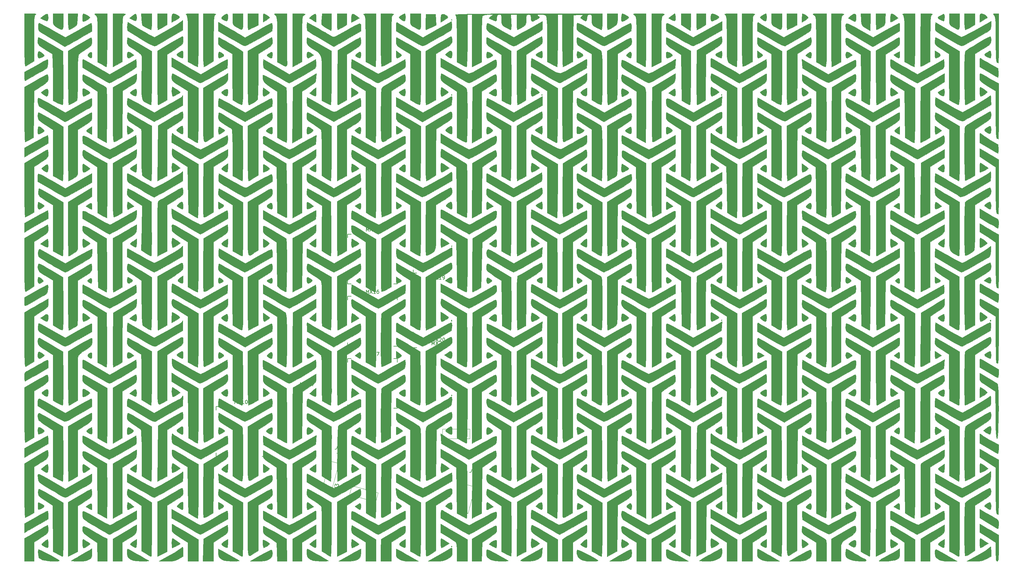
<source format=gbr>
G04 #@! TF.GenerationSoftware,KiCad,Pcbnew,(5.1.4)-1*
G04 #@! TF.CreationDate,2023-01-08T18:50:30-05:00*
G04 #@! TF.ProjectId,ThumbsUp,5468756d-6273-4557-902e-6b696361645f,rev?*
G04 #@! TF.SameCoordinates,Original*
G04 #@! TF.FileFunction,Legend,Top*
G04 #@! TF.FilePolarity,Positive*
%FSLAX46Y46*%
G04 Gerber Fmt 4.6, Leading zero omitted, Abs format (unit mm)*
G04 Created by KiCad (PCBNEW (5.1.4)-1) date 2023-01-08 18:50:30*
%MOMM*%
%LPD*%
G04 APERTURE LIST*
%ADD10C,0.010000*%
%ADD11C,0.120000*%
%ADD12C,0.150000*%
G04 APERTURE END LIST*
D10*
G36*
X124423158Y-334735789D02*
G01*
X124289474Y-334869473D01*
X124155790Y-334735789D01*
X124289474Y-334602105D01*
X124423158Y-334735789D01*
X124423158Y-334735789D01*
G37*
X124423158Y-334735789D02*
X124289474Y-334869473D01*
X124155790Y-334735789D01*
X124289474Y-334602105D01*
X124423158Y-334735789D01*
G36*
X262843010Y-333224160D02*
G01*
X262913611Y-333775187D01*
X262920000Y-334045087D01*
X262884119Y-334789296D01*
X262699119Y-335070217D01*
X262248965Y-334956416D01*
X261783684Y-334716545D01*
X261260354Y-334397648D01*
X261075105Y-334131070D01*
X261267414Y-333846546D01*
X261876762Y-333473812D01*
X262719474Y-333051035D01*
X262843010Y-333224160D01*
X262843010Y-333224160D01*
G37*
X262843010Y-333224160D02*
X262913611Y-333775187D01*
X262920000Y-334045087D01*
X262884119Y-334789296D01*
X262699119Y-335070217D01*
X262248965Y-334956416D01*
X261783684Y-334716545D01*
X261260354Y-334397648D01*
X261075105Y-334131070D01*
X261267414Y-333846546D01*
X261876762Y-333473812D01*
X262719474Y-333051035D01*
X262843010Y-333224160D01*
G36*
X212844434Y-333235226D02*
G01*
X212916824Y-333828068D01*
X212922105Y-334067368D01*
X212842098Y-334825429D01*
X212567598Y-335106844D01*
X212046884Y-334932841D01*
X211589258Y-334614446D01*
X211167852Y-334233629D01*
X211048484Y-334003510D01*
X211054521Y-333996997D01*
X211571870Y-333620723D01*
X212161543Y-333254509D01*
X212614800Y-333024008D01*
X212714228Y-332997895D01*
X212844434Y-333235226D01*
X212844434Y-333235226D01*
G37*
X212844434Y-333235226D02*
X212916824Y-333828068D01*
X212922105Y-334067368D01*
X212842098Y-334825429D01*
X212567598Y-335106844D01*
X212046884Y-334932841D01*
X211589258Y-334614446D01*
X211167852Y-334233629D01*
X211048484Y-334003510D01*
X211054521Y-333996997D01*
X211571870Y-333620723D01*
X212161543Y-333254509D01*
X212614800Y-333024008D01*
X212714228Y-332997895D01*
X212844434Y-333235226D01*
G36*
X198238829Y-333122603D02*
G01*
X198867115Y-333420034D01*
X199372476Y-333775144D01*
X199553684Y-334048598D01*
X199336444Y-334264767D01*
X198812963Y-334576722D01*
X198175599Y-334887011D01*
X197616711Y-335098180D01*
X197405666Y-335136842D01*
X197243913Y-334899623D01*
X197153951Y-334307028D01*
X197147369Y-334067368D01*
X197191404Y-333368940D01*
X197371484Y-333059966D01*
X197691512Y-332997895D01*
X198238829Y-333122603D01*
X198238829Y-333122603D01*
G37*
X198238829Y-333122603D02*
X198867115Y-333420034D01*
X199372476Y-333775144D01*
X199553684Y-334048598D01*
X199336444Y-334264767D01*
X198812963Y-334576722D01*
X198175599Y-334887011D01*
X197616711Y-335098180D01*
X197405666Y-335136842D01*
X197243913Y-334899623D01*
X197153951Y-334307028D01*
X197147369Y-334067368D01*
X197191404Y-333368940D01*
X197371484Y-333059966D01*
X197691512Y-332997895D01*
X198238829Y-333122603D01*
G36*
X187179801Y-333235675D02*
G01*
X187249636Y-333827952D01*
X187254737Y-334067368D01*
X187220735Y-334788192D01*
X187042259Y-335067381D01*
X186604603Y-334964862D01*
X186065366Y-334688747D01*
X185277048Y-334262062D01*
X186065366Y-333631306D01*
X186626862Y-333220573D01*
X187012152Y-333007503D01*
X187054211Y-332999223D01*
X187179801Y-333235675D01*
X187179801Y-333235675D01*
G37*
X187179801Y-333235675D02*
X187249636Y-333827952D01*
X187254737Y-334067368D01*
X187220735Y-334788192D01*
X187042259Y-335067381D01*
X186604603Y-334964862D01*
X186065366Y-334688747D01*
X185277048Y-334262062D01*
X186065366Y-333631306D01*
X186626862Y-333220573D01*
X187012152Y-333007503D01*
X187054211Y-332999223D01*
X187179801Y-333235675D01*
G36*
X111244434Y-333235226D02*
G01*
X111316824Y-333828068D01*
X111322105Y-334067368D01*
X111242098Y-334825429D01*
X110967598Y-335106844D01*
X110446884Y-334932841D01*
X109989258Y-334614446D01*
X109567852Y-334233629D01*
X109448484Y-334003510D01*
X109454521Y-333996997D01*
X109971870Y-333620723D01*
X110561543Y-333254509D01*
X111014800Y-333024008D01*
X111114228Y-332997895D01*
X111244434Y-333235226D01*
X111244434Y-333235226D01*
G37*
X111244434Y-333235226D02*
X111316824Y-333828068D01*
X111322105Y-334067368D01*
X111242098Y-334825429D01*
X110967598Y-335106844D01*
X110446884Y-334932841D01*
X109989258Y-334614446D01*
X109567852Y-334233629D01*
X109448484Y-334003510D01*
X109454521Y-333996997D01*
X109971870Y-333620723D01*
X110561543Y-333254509D01*
X111014800Y-333024008D01*
X111114228Y-332997895D01*
X111244434Y-333235226D01*
G36*
X61314161Y-333508609D02*
G01*
X61324211Y-334067368D01*
X61260843Y-334795672D01*
X61006267Y-335075812D01*
X60463770Y-334961543D01*
X60054211Y-334773244D01*
X59548309Y-334399867D01*
X59554133Y-334005544D01*
X60077056Y-333549823D01*
X60229148Y-333456594D01*
X60885204Y-333100684D01*
X61207377Y-333095992D01*
X61314161Y-333508609D01*
X61314161Y-333508609D01*
G37*
X61314161Y-333508609D02*
X61324211Y-334067368D01*
X61260843Y-334795672D01*
X61006267Y-335075812D01*
X60463770Y-334961543D01*
X60054211Y-334773244D01*
X59548309Y-334399867D01*
X59554133Y-334005544D01*
X60077056Y-333549823D01*
X60229148Y-333456594D01*
X60885204Y-333100684D01*
X61207377Y-333095992D01*
X61314161Y-333508609D01*
G36*
X35626697Y-333471043D02*
G01*
X35656842Y-334067368D01*
X35622799Y-334788368D01*
X35444184Y-335067462D01*
X35006270Y-334964685D01*
X34468431Y-334689250D01*
X33681073Y-334263068D01*
X34416499Y-333630481D01*
X35074344Y-333135800D01*
X35455661Y-333074876D01*
X35626697Y-333471043D01*
X35626697Y-333471043D01*
G37*
X35626697Y-333471043D02*
X35656842Y-334067368D01*
X35622799Y-334788368D01*
X35444184Y-335067462D01*
X35006270Y-334964685D01*
X34468431Y-334689250D01*
X33681073Y-334263068D01*
X34416499Y-333630481D01*
X35074344Y-333135800D01*
X35455661Y-333074876D01*
X35626697Y-333471043D01*
G36*
X10744625Y-333432245D02*
G01*
X10791579Y-334067368D01*
X10734204Y-334777636D01*
X10499756Y-335069215D01*
X9994749Y-334981773D01*
X9354833Y-334676992D01*
X8586507Y-334273865D01*
X9354833Y-333645495D01*
X10080371Y-333135130D01*
X10526014Y-333058872D01*
X10744625Y-333432245D01*
X10744625Y-333432245D01*
G37*
X10744625Y-333432245D02*
X10791579Y-334067368D01*
X10734204Y-334777636D01*
X10499756Y-335069215D01*
X9994749Y-334981773D01*
X9354833Y-334676992D01*
X8586507Y-334273865D01*
X9354833Y-333645495D01*
X10080371Y-333135130D01*
X10526014Y-333058872D01*
X10744625Y-333432245D01*
G36*
X273906529Y-333129176D02*
G01*
X274423440Y-333439745D01*
X274829885Y-333804693D01*
X274965405Y-334099109D01*
X274927659Y-334156261D01*
X274650790Y-334334735D01*
X274084085Y-334682484D01*
X273815263Y-334844850D01*
X272812632Y-335447823D01*
X272812632Y-334222859D01*
X272840984Y-333470229D01*
X272974143Y-333110372D01*
X273284260Y-333002320D01*
X273439614Y-332997895D01*
X273906529Y-333129176D01*
X273906529Y-333129176D01*
G37*
X273906529Y-333129176D02*
X274423440Y-333439745D01*
X274829885Y-333804693D01*
X274965405Y-334099109D01*
X274927659Y-334156261D01*
X274650790Y-334334735D01*
X274084085Y-334682484D01*
X273815263Y-334844850D01*
X272812632Y-335447823D01*
X272812632Y-334222859D01*
X272840984Y-333470229D01*
X272974143Y-333110372D01*
X273284260Y-333002320D01*
X273439614Y-332997895D01*
X273906529Y-333129176D01*
G36*
X248526369Y-333138008D02*
G01*
X249173016Y-333617840D01*
X249893746Y-334237785D01*
X248905274Y-334820998D01*
X248273663Y-335178863D01*
X247861843Y-335384680D01*
X247798401Y-335404210D01*
X247727761Y-335165019D01*
X247685411Y-334559901D01*
X247680000Y-334201052D01*
X247761249Y-333364838D01*
X248030580Y-333015487D01*
X248526369Y-333138008D01*
X248526369Y-333138008D01*
G37*
X248526369Y-333138008D02*
X249173016Y-333617840D01*
X249893746Y-334237785D01*
X248905274Y-334820998D01*
X248273663Y-335178863D01*
X247861843Y-335384680D01*
X247798401Y-335404210D01*
X247727761Y-335165019D01*
X247685411Y-334559901D01*
X247680000Y-334201052D01*
X247761249Y-333364838D01*
X248030580Y-333015487D01*
X248526369Y-333138008D01*
G36*
X238009551Y-333435648D02*
G01*
X238054737Y-334051589D01*
X238008605Y-334747500D01*
X237893878Y-335173135D01*
X237854211Y-335215856D01*
X237518529Y-335161517D01*
X236931363Y-334889589D01*
X236745624Y-334783127D01*
X235837564Y-334239827D01*
X236611940Y-333620189D01*
X237342209Y-333120400D01*
X237790613Y-333053664D01*
X238009551Y-333435648D01*
X238009551Y-333435648D01*
G37*
X238009551Y-333435648D02*
X238054737Y-334051589D01*
X238008605Y-334747500D01*
X237893878Y-335173135D01*
X237854211Y-335215856D01*
X237518529Y-335161517D01*
X236931363Y-334889589D01*
X236745624Y-334783127D01*
X235837564Y-334239827D01*
X236611940Y-333620189D01*
X237342209Y-333120400D01*
X237790613Y-333053664D01*
X238009551Y-333435648D01*
G36*
X223364805Y-333132967D02*
G01*
X223895715Y-333449965D01*
X224376361Y-333816561D01*
X224616366Y-334100424D01*
X224617466Y-334140235D01*
X224361824Y-334415623D01*
X223823190Y-334815801D01*
X223679115Y-334909437D01*
X222814737Y-335456722D01*
X222814737Y-334227308D01*
X222845759Y-333500491D01*
X222924415Y-333059280D01*
X222974010Y-332997895D01*
X223364805Y-333132967D01*
X223364805Y-333132967D01*
G37*
X223364805Y-333132967D02*
X223895715Y-333449965D01*
X224376361Y-333816561D01*
X224616366Y-334100424D01*
X224617466Y-334140235D01*
X224361824Y-334415623D01*
X223823190Y-334815801D01*
X223679115Y-334909437D01*
X222814737Y-335456722D01*
X222814737Y-334227308D01*
X222845759Y-333500491D01*
X222924415Y-333059280D01*
X222974010Y-332997895D01*
X223364805Y-333132967D01*
G36*
X172730717Y-333124023D02*
G01*
X173311477Y-333422483D01*
X173848914Y-333773392D01*
X174141973Y-334056864D01*
X174153684Y-334098605D01*
X173945824Y-334353143D01*
X173450220Y-334694095D01*
X172858835Y-335014471D01*
X172363634Y-335207282D01*
X172170776Y-335203758D01*
X172042306Y-334830076D01*
X172011847Y-334214026D01*
X172066245Y-333567524D01*
X172192346Y-333102487D01*
X172307695Y-332997895D01*
X172730717Y-333124023D01*
X172730717Y-333124023D01*
G37*
X172730717Y-333124023D02*
X173311477Y-333422483D01*
X173848914Y-333773392D01*
X174141973Y-334056864D01*
X174153684Y-334098605D01*
X173945824Y-334353143D01*
X173450220Y-334694095D01*
X172858835Y-335014471D01*
X172363634Y-335207282D01*
X172170776Y-335203758D01*
X172042306Y-334830076D01*
X172011847Y-334214026D01*
X172066245Y-333567524D01*
X172192346Y-333102487D01*
X172307695Y-332997895D01*
X172730717Y-333124023D01*
G36*
X122116329Y-333168962D02*
G01*
X122463909Y-333316996D01*
X123074844Y-333697333D01*
X123200762Y-334055770D01*
X122833132Y-334462359D01*
X122281972Y-334810615D01*
X121214737Y-335420177D01*
X121214737Y-334358499D01*
X121296535Y-333508639D01*
X121578687Y-333127450D01*
X122116329Y-333168962D01*
X122116329Y-333168962D01*
G37*
X122116329Y-333168962D02*
X122463909Y-333316996D01*
X123074844Y-333697333D01*
X123200762Y-334055770D01*
X122833132Y-334462359D01*
X122281972Y-334810615D01*
X121214737Y-335420177D01*
X121214737Y-334358499D01*
X121296535Y-333508639D01*
X121578687Y-333127450D01*
X122116329Y-333168962D01*
G36*
X96854023Y-333149762D02*
G01*
X97541779Y-333633646D01*
X98333032Y-334266741D01*
X97207569Y-334840910D01*
X96082105Y-335415078D01*
X96082105Y-334206486D01*
X96148212Y-333384863D01*
X96385855Y-333040338D01*
X96854023Y-333149762D01*
X96854023Y-333149762D01*
G37*
X96854023Y-333149762D02*
X97541779Y-333633646D01*
X98333032Y-334266741D01*
X97207569Y-334840910D01*
X96082105Y-335415078D01*
X96082105Y-334206486D01*
X96148212Y-333384863D01*
X96385855Y-333040338D01*
X96854023Y-333149762D01*
G36*
X86156816Y-333505870D02*
G01*
X86189474Y-334201052D01*
X86176234Y-334913315D01*
X86142727Y-335332832D01*
X86122632Y-335382060D01*
X85875569Y-335241720D01*
X85341687Y-334919050D01*
X85148043Y-334800052D01*
X84240297Y-334240194D01*
X84962426Y-333619044D01*
X85611595Y-333132213D01*
X85987231Y-333083820D01*
X86156816Y-333505870D01*
X86156816Y-333505870D01*
G37*
X86156816Y-333505870D02*
X86189474Y-334201052D01*
X86176234Y-334913315D01*
X86142727Y-335332832D01*
X86122632Y-335382060D01*
X85875569Y-335241720D01*
X85341687Y-334919050D01*
X85148043Y-334800052D01*
X84240297Y-334240194D01*
X84962426Y-333619044D01*
X85611595Y-333132213D01*
X85987231Y-333083820D01*
X86156816Y-333505870D01*
G36*
X71737625Y-333129269D02*
G01*
X72276051Y-333436850D01*
X72789451Y-333790823D01*
X73075878Y-334061373D01*
X73088421Y-334098605D01*
X72880015Y-334336567D01*
X72359649Y-334707353D01*
X72152632Y-334834047D01*
X71216842Y-335386176D01*
X71216842Y-334192035D01*
X71248725Y-333477395D01*
X71329323Y-333050799D01*
X71376116Y-332997895D01*
X71737625Y-333129269D01*
X71737625Y-333129269D01*
G37*
X71737625Y-333129269D02*
X72276051Y-333436850D01*
X72789451Y-333790823D01*
X73075878Y-334061373D01*
X73088421Y-334098605D01*
X72880015Y-334336567D01*
X72359649Y-334707353D01*
X72152632Y-334834047D01*
X71216842Y-335386176D01*
X71216842Y-334192035D01*
X71248725Y-333477395D01*
X71329323Y-333050799D01*
X71376116Y-332997895D01*
X71737625Y-333129269D01*
G36*
X46723303Y-333159271D02*
G01*
X47309332Y-333502140D01*
X47673953Y-333847080D01*
X47712084Y-334135276D01*
X47372234Y-334451946D01*
X46602911Y-334882306D01*
X46418421Y-334976608D01*
X45549474Y-335417942D01*
X45549474Y-334207918D01*
X45582339Y-333456192D01*
X45723476Y-333099324D01*
X46036696Y-332999289D01*
X46108881Y-332997895D01*
X46723303Y-333159271D01*
X46723303Y-333159271D01*
G37*
X46723303Y-333159271D02*
X47309332Y-333502140D01*
X47673953Y-333847080D01*
X47712084Y-334135276D01*
X47372234Y-334451946D01*
X46602911Y-334882306D01*
X46418421Y-334976608D01*
X45549474Y-335417942D01*
X45549474Y-334207918D01*
X45582339Y-333456192D01*
X45723476Y-333099324D01*
X46036696Y-332999289D01*
X46108881Y-332997895D01*
X46723303Y-333159271D01*
G36*
X21132823Y-333124023D02*
G01*
X21713582Y-333422483D01*
X22251020Y-333773392D01*
X22544078Y-334056864D01*
X22555790Y-334098605D01*
X22347929Y-334353143D01*
X21852325Y-334694095D01*
X21260940Y-335014471D01*
X20765740Y-335207282D01*
X20572881Y-335203758D01*
X20444411Y-334830076D01*
X20413952Y-334214026D01*
X20468350Y-333567524D01*
X20594451Y-333102487D01*
X20709800Y-332997895D01*
X21132823Y-333124023D01*
X21132823Y-333124023D01*
G37*
X21132823Y-333124023D02*
X21713582Y-333422483D01*
X22251020Y-333773392D01*
X22544078Y-334056864D01*
X22555790Y-334098605D01*
X22347929Y-334353143D01*
X21852325Y-334694095D01*
X21260940Y-335014471D01*
X20765740Y-335207282D01*
X20572881Y-335203758D01*
X20444411Y-334830076D01*
X20413952Y-334214026D01*
X20468350Y-333567524D01*
X20594451Y-333102487D01*
X20709800Y-332997895D01*
X21132823Y-333124023D01*
G36*
X271475790Y-336160598D02*
G01*
X270238956Y-336851878D01*
X269499792Y-337242055D01*
X268946073Y-337492718D01*
X268768429Y-337543158D01*
X268662827Y-337296314D01*
X268582060Y-336637603D01*
X268538750Y-335689753D01*
X268534737Y-335270526D01*
X268534737Y-332997895D01*
X271475790Y-332997895D01*
X271475790Y-336160598D01*
X271475790Y-336160598D01*
G37*
X271475790Y-336160598D02*
X270238956Y-336851878D01*
X269499792Y-337242055D01*
X268946073Y-337492718D01*
X268768429Y-337543158D01*
X268662827Y-337296314D01*
X268582060Y-336637603D01*
X268538750Y-335689753D01*
X268534737Y-335270526D01*
X268534737Y-332997895D01*
X271475790Y-332997895D01*
X271475790Y-336160598D01*
G36*
X267197895Y-335270526D02*
G01*
X267183111Y-336453972D01*
X267093720Y-337161028D01*
X266862165Y-337449994D01*
X266420887Y-337379172D01*
X265702328Y-337006862D01*
X265393158Y-336827960D01*
X264761060Y-336438291D01*
X264421710Y-336091299D01*
X264284042Y-335606996D01*
X264256992Y-334805396D01*
X264256842Y-334582073D01*
X264256842Y-332997895D01*
X267197895Y-332997895D01*
X267197895Y-335270526D01*
X267197895Y-335270526D01*
G37*
X267197895Y-335270526D02*
X267183111Y-336453972D01*
X267093720Y-337161028D01*
X266862165Y-337449994D01*
X266420887Y-337379172D01*
X265702328Y-337006862D01*
X265393158Y-336827960D01*
X264761060Y-336438291D01*
X264421710Y-336091299D01*
X264284042Y-335606996D01*
X264256992Y-334805396D01*
X264256842Y-334582073D01*
X264256842Y-332997895D01*
X267197895Y-332997895D01*
X267197895Y-335270526D01*
G36*
X246289074Y-334629512D02*
G01*
X246228648Y-335537384D01*
X246096433Y-336085859D01*
X245798315Y-336449809D01*
X245240179Y-336804109D01*
X245065981Y-336902144D01*
X244379051Y-337273980D01*
X243906260Y-337505294D01*
X243795981Y-337543158D01*
X243738810Y-337296270D01*
X243695086Y-336637451D01*
X243671643Y-335689462D01*
X243669474Y-335270526D01*
X243669474Y-332997895D01*
X246368674Y-332997895D01*
X246289074Y-334629512D01*
X246289074Y-334629512D01*
G37*
X246289074Y-334629512D02*
X246228648Y-335537384D01*
X246096433Y-336085859D01*
X245798315Y-336449809D01*
X245240179Y-336804109D01*
X245065981Y-336902144D01*
X244379051Y-337273980D01*
X243906260Y-337505294D01*
X243795981Y-337543158D01*
X243738810Y-337296270D01*
X243695086Y-336637451D01*
X243671643Y-335689462D01*
X243669474Y-335270526D01*
X243669474Y-332997895D01*
X246368674Y-332997895D01*
X246289074Y-334629512D01*
G36*
X221477895Y-336197307D02*
G01*
X220149941Y-336870233D01*
X219396700Y-337239965D01*
X218853507Y-337484384D01*
X218679415Y-337543158D01*
X218614983Y-337296275D01*
X218565707Y-336637468D01*
X218539288Y-335689495D01*
X218536842Y-335270526D01*
X218536842Y-332997895D01*
X221477895Y-332997895D01*
X221477895Y-336197307D01*
X221477895Y-336197307D01*
G37*
X221477895Y-336197307D02*
X220149941Y-336870233D01*
X219396700Y-337239965D01*
X218853507Y-337484384D01*
X218679415Y-337543158D01*
X218614983Y-337296275D01*
X218565707Y-336637468D01*
X218539288Y-335689495D01*
X218536842Y-335270526D01*
X218536842Y-332997895D01*
X221477895Y-332997895D01*
X221477895Y-336197307D01*
G36*
X217200000Y-335270526D02*
G01*
X217185216Y-336453972D01*
X217095825Y-337161028D01*
X216864270Y-337449994D01*
X216422992Y-337379172D01*
X215704433Y-337006862D01*
X215395263Y-336827960D01*
X214763165Y-336438291D01*
X214423815Y-336091299D01*
X214286148Y-335606996D01*
X214259097Y-334805396D01*
X214258947Y-334582073D01*
X214258947Y-332997895D01*
X217200000Y-332997895D01*
X217200000Y-335270526D01*
X217200000Y-335270526D01*
G37*
X217200000Y-335270526D02*
X217185216Y-336453972D01*
X217095825Y-337161028D01*
X216864270Y-337449994D01*
X216422992Y-337379172D01*
X215704433Y-337006862D01*
X215395263Y-336827960D01*
X214763165Y-336438291D01*
X214423815Y-336091299D01*
X214286148Y-335606996D01*
X214259097Y-334805396D01*
X214258947Y-334582073D01*
X214258947Y-332997895D01*
X217200000Y-332997895D01*
X217200000Y-335270526D01*
G36*
X195810526Y-336155504D02*
G01*
X194626600Y-336849331D01*
X193924874Y-337244506D01*
X193425991Y-337495783D01*
X193289758Y-337543158D01*
X193220653Y-337296279D01*
X193167802Y-336637480D01*
X193139465Y-335689518D01*
X193136842Y-335270526D01*
X193136842Y-332997895D01*
X195810526Y-332997895D01*
X195810526Y-336155504D01*
X195810526Y-336155504D01*
G37*
X195810526Y-336155504D02*
X194626600Y-336849331D01*
X193924874Y-337244506D01*
X193425991Y-337495783D01*
X193289758Y-337543158D01*
X193220653Y-337296279D01*
X193167802Y-336637480D01*
X193139465Y-335689518D01*
X193136842Y-335270526D01*
X193136842Y-332997895D01*
X195810526Y-332997895D01*
X195810526Y-336155504D01*
G36*
X170945263Y-334426982D02*
G01*
X170873091Y-335456703D01*
X170636309Y-336088301D01*
X170477369Y-336266319D01*
X169985687Y-336619619D01*
X169310326Y-337021438D01*
X168648362Y-337363602D01*
X168196874Y-337537935D01*
X168151172Y-337543158D01*
X168084757Y-337296277D01*
X168033964Y-336637473D01*
X168006731Y-335689504D01*
X168004211Y-335270526D01*
X168004211Y-332997895D01*
X170945263Y-332997895D01*
X170945263Y-334426982D01*
X170945263Y-334426982D01*
G37*
X170945263Y-334426982D02*
X170873091Y-335456703D01*
X170636309Y-336088301D01*
X170477369Y-336266319D01*
X169985687Y-336619619D01*
X169310326Y-337021438D01*
X168648362Y-337363602D01*
X168196874Y-337537935D01*
X168151172Y-337543158D01*
X168084757Y-337296277D01*
X168033964Y-336637473D01*
X168006731Y-335689504D01*
X168004211Y-335270526D01*
X168004211Y-332997895D01*
X170945263Y-332997895D01*
X170945263Y-334426982D01*
G36*
X119824064Y-334657850D02*
G01*
X119903918Y-336184120D01*
X118562953Y-336863639D01*
X117803670Y-337235630D01*
X117251601Y-337482447D01*
X117068602Y-337543158D01*
X117007053Y-337296862D01*
X116976829Y-336640900D01*
X116982200Y-335699655D01*
X116992871Y-335337368D01*
X117070526Y-333131579D01*
X119744211Y-333131579D01*
X119824064Y-334657850D01*
X119824064Y-334657850D01*
G37*
X119824064Y-334657850D02*
X119903918Y-336184120D01*
X118562953Y-336863639D01*
X117803670Y-337235630D01*
X117251601Y-337482447D01*
X117068602Y-337543158D01*
X117007053Y-337296862D01*
X116976829Y-336640900D01*
X116982200Y-335699655D01*
X116992871Y-335337368D01*
X117070526Y-333131579D01*
X119744211Y-333131579D01*
X119824064Y-334657850D01*
G36*
X115600000Y-335270526D02*
G01*
X115585216Y-336453972D01*
X115495825Y-337161028D01*
X115264270Y-337449994D01*
X114822992Y-337379172D01*
X114104433Y-337006862D01*
X113795263Y-336827960D01*
X113163165Y-336438291D01*
X112823815Y-336091299D01*
X112686148Y-335606996D01*
X112659097Y-334805396D01*
X112658947Y-334582073D01*
X112658947Y-332997895D01*
X115600000Y-332997895D01*
X115600000Y-335270526D01*
X115600000Y-335270526D01*
G37*
X115600000Y-335270526D02*
X115585216Y-336453972D01*
X115495825Y-337161028D01*
X115264270Y-337449994D01*
X114822992Y-337379172D01*
X114104433Y-337006862D01*
X113795263Y-336827960D01*
X113163165Y-336438291D01*
X112823815Y-336091299D01*
X112686148Y-335606996D01*
X112659097Y-334805396D01*
X112658947Y-334582073D01*
X112658947Y-332997895D01*
X115600000Y-332997895D01*
X115600000Y-335270526D01*
G36*
X94745263Y-336155504D02*
G01*
X93561337Y-336849331D01*
X92859611Y-337244506D01*
X92360728Y-337495783D01*
X92224495Y-337543158D01*
X92155390Y-337296279D01*
X92102539Y-336637480D01*
X92074202Y-335689518D01*
X92071579Y-335270526D01*
X92071579Y-332997895D01*
X94745263Y-332997895D01*
X94745263Y-336155504D01*
X94745263Y-336155504D01*
G37*
X94745263Y-336155504D02*
X93561337Y-336849331D01*
X92859611Y-337244506D01*
X92360728Y-337495783D01*
X92224495Y-337543158D01*
X92155390Y-337296279D01*
X92102539Y-336637480D01*
X92074202Y-335689518D01*
X92071579Y-335270526D01*
X92071579Y-332997895D01*
X94745263Y-332997895D01*
X94745263Y-336155504D01*
G36*
X69880000Y-336197307D02*
G01*
X68552046Y-336870233D01*
X67798806Y-337239965D01*
X67255612Y-337484384D01*
X67081520Y-337543158D01*
X67017089Y-337296275D01*
X66967812Y-336637468D01*
X66941393Y-335689495D01*
X66938947Y-335270526D01*
X66938947Y-332997895D01*
X69880000Y-332997895D01*
X69880000Y-336197307D01*
X69880000Y-336197307D01*
G37*
X69880000Y-336197307D02*
X68552046Y-336870233D01*
X67798806Y-337239965D01*
X67255612Y-337484384D01*
X67081520Y-337543158D01*
X67017089Y-337296275D01*
X66967812Y-336637468D01*
X66941393Y-335689495D01*
X66938947Y-335270526D01*
X66938947Y-332997895D01*
X69880000Y-332997895D01*
X69880000Y-336197307D01*
G36*
X65602105Y-335270526D02*
G01*
X65587321Y-336453972D01*
X65497931Y-337161028D01*
X65266375Y-337449994D01*
X64825097Y-337379172D01*
X64106538Y-337006862D01*
X63797369Y-336827960D01*
X63165270Y-336438291D01*
X62825920Y-336091299D01*
X62688253Y-335606996D01*
X62661203Y-334805396D01*
X62661053Y-334582073D01*
X62661053Y-332997895D01*
X65602105Y-332997895D01*
X65602105Y-335270526D01*
X65602105Y-335270526D01*
G37*
X65602105Y-335270526D02*
X65587321Y-336453972D01*
X65497931Y-337161028D01*
X65266375Y-337449994D01*
X64825097Y-337379172D01*
X64106538Y-337006862D01*
X63797369Y-336827960D01*
X63165270Y-336438291D01*
X62825920Y-336091299D01*
X62688253Y-335606996D01*
X62661203Y-334805396D01*
X62661053Y-334582073D01*
X62661053Y-332997895D01*
X65602105Y-332997895D01*
X65602105Y-335270526D01*
G36*
X44212632Y-336160598D02*
G01*
X42975798Y-336851878D01*
X42265963Y-337238962D01*
X41772794Y-337489825D01*
X41638956Y-337543158D01*
X41593759Y-337296263D01*
X41559194Y-336637427D01*
X41540662Y-335689417D01*
X41538947Y-335270526D01*
X41538947Y-332997895D01*
X44212632Y-332997895D01*
X44212632Y-336160598D01*
X44212632Y-336160598D01*
G37*
X44212632Y-336160598D02*
X42975798Y-336851878D01*
X42265963Y-337238962D01*
X41772794Y-337489825D01*
X41638956Y-337543158D01*
X41593759Y-337296263D01*
X41559194Y-336637427D01*
X41540662Y-335689417D01*
X41538947Y-335270526D01*
X41538947Y-332997895D01*
X44212632Y-332997895D01*
X44212632Y-336160598D01*
G36*
X39934737Y-335270526D02*
G01*
X39912979Y-336295714D01*
X39854914Y-337077562D01*
X39771352Y-337494177D01*
X39734211Y-337531341D01*
X39393725Y-337410133D01*
X38769740Y-337118356D01*
X38464211Y-336963047D01*
X37799700Y-336609789D01*
X37367198Y-336365830D01*
X37294283Y-336317392D01*
X37224757Y-336024638D01*
X37145637Y-335354132D01*
X37085733Y-334613055D01*
X36977637Y-332997895D01*
X39934737Y-332997895D01*
X39934737Y-335270526D01*
X39934737Y-335270526D01*
G37*
X39934737Y-335270526D02*
X39912979Y-336295714D01*
X39854914Y-337077562D01*
X39771352Y-337494177D01*
X39734211Y-337531341D01*
X39393725Y-337410133D01*
X38769740Y-337118356D01*
X38464211Y-336963047D01*
X37799700Y-336609789D01*
X37367198Y-336365830D01*
X37294283Y-336317392D01*
X37224757Y-336024638D01*
X37145637Y-335354132D01*
X37085733Y-334613055D01*
X36977637Y-332997895D01*
X39934737Y-332997895D01*
X39934737Y-335270526D01*
G36*
X19025916Y-334661682D02*
G01*
X18965637Y-335581968D01*
X18838211Y-336138108D01*
X18557391Y-336500350D01*
X18036929Y-336838944D01*
X17876842Y-336929916D01*
X17195311Y-337293206D01*
X16711695Y-337511206D01*
X16606842Y-337538759D01*
X16516242Y-337293988D01*
X16446943Y-336637009D01*
X16409769Y-335690247D01*
X16406316Y-335270526D01*
X16406316Y-332997895D01*
X19105516Y-332997895D01*
X19025916Y-334661682D01*
X19025916Y-334661682D01*
G37*
X19025916Y-334661682D02*
X18965637Y-335581968D01*
X18838211Y-336138108D01*
X18557391Y-336500350D01*
X18036929Y-336838944D01*
X17876842Y-336929916D01*
X17195311Y-337293206D01*
X16711695Y-337511206D01*
X16606842Y-337538759D01*
X16516242Y-337293988D01*
X16446943Y-336637009D01*
X16409769Y-335690247D01*
X16406316Y-335270526D01*
X16406316Y-332997895D01*
X19105516Y-332997895D01*
X19025916Y-334661682D01*
G36*
X15069474Y-335270526D02*
G01*
X15052228Y-336465614D01*
X14957484Y-337182832D01*
X14720730Y-337478893D01*
X14277458Y-337410506D01*
X13563155Y-337034381D01*
X13264737Y-336857053D01*
X12633217Y-336456619D01*
X12293837Y-336102824D01*
X12155867Y-335614413D01*
X12128581Y-334810133D01*
X12128421Y-334586951D01*
X12128421Y-332997895D01*
X15069474Y-332997895D01*
X15069474Y-335270526D01*
X15069474Y-335270526D01*
G37*
X15069474Y-335270526D02*
X15052228Y-336465614D01*
X14957484Y-337182832D01*
X14720730Y-337478893D01*
X14277458Y-337410506D01*
X13563155Y-337034381D01*
X13264737Y-336857053D01*
X12633217Y-336456619D01*
X12293837Y-336102824D01*
X12155867Y-335614413D01*
X12128581Y-334810133D01*
X12128421Y-334586951D01*
X12128421Y-332997895D01*
X15069474Y-332997895D01*
X15069474Y-335270526D01*
G36*
X242065263Y-335404210D02*
G01*
X242058402Y-336460876D01*
X242040020Y-337276353D01*
X242013423Y-337732712D01*
X241998421Y-337789510D01*
X241752507Y-337651160D01*
X241193320Y-337318707D01*
X240728421Y-337037901D01*
X240068737Y-336615906D01*
X239701835Y-336248404D01*
X239531337Y-335756181D01*
X239460866Y-334960020D01*
X239445663Y-334652602D01*
X239366063Y-332997895D01*
X242065263Y-332997895D01*
X242065263Y-335404210D01*
X242065263Y-335404210D01*
G37*
X242065263Y-335404210D02*
X242058402Y-336460876D01*
X242040020Y-337276353D01*
X242013423Y-337732712D01*
X241998421Y-337789510D01*
X241752507Y-337651160D01*
X241193320Y-337318707D01*
X240728421Y-337037901D01*
X240068737Y-336615906D01*
X239701835Y-336248404D01*
X239531337Y-335756181D01*
X239460866Y-334960020D01*
X239445663Y-334652602D01*
X239366063Y-332997895D01*
X242065263Y-332997895D01*
X242065263Y-335404210D01*
G36*
X191532632Y-335404210D02*
G01*
X191525769Y-336461230D01*
X191507383Y-337277410D01*
X191480781Y-337734663D01*
X191465790Y-337791922D01*
X191222955Y-337650766D01*
X190665628Y-337305666D01*
X190128947Y-336967209D01*
X188858947Y-336161101D01*
X188858947Y-332997895D01*
X191532632Y-332997895D01*
X191532632Y-335404210D01*
X191532632Y-335404210D01*
G37*
X191532632Y-335404210D02*
X191525769Y-336461230D01*
X191507383Y-337277410D01*
X191480781Y-337734663D01*
X191465790Y-337791922D01*
X191222955Y-337650766D01*
X190665628Y-337305666D01*
X190128947Y-336967209D01*
X188858947Y-336161101D01*
X188858947Y-332997895D01*
X191532632Y-332997895D01*
X191532632Y-335404210D01*
G36*
X90467369Y-335404210D02*
G01*
X90460513Y-336459290D01*
X90442148Y-337271618D01*
X90415572Y-337723974D01*
X90400526Y-337778691D01*
X90149857Y-337642423D01*
X89575841Y-337325592D01*
X89066920Y-337043428D01*
X88340289Y-336603360D01*
X87834599Y-336228640D01*
X87696304Y-336070097D01*
X87661302Y-335666860D01*
X87685120Y-334929639D01*
X87727086Y-334399044D01*
X87861718Y-332997895D01*
X90467369Y-332997895D01*
X90467369Y-335404210D01*
X90467369Y-335404210D01*
G37*
X90467369Y-335404210D02*
X90460513Y-336459290D01*
X90442148Y-337271618D01*
X90415572Y-337723974D01*
X90400526Y-337778691D01*
X90149857Y-337642423D01*
X89575841Y-337325592D01*
X89066920Y-337043428D01*
X88340289Y-336603360D01*
X87834599Y-336228640D01*
X87696304Y-336070097D01*
X87661302Y-335666860D01*
X87685120Y-334929639D01*
X87727086Y-334399044D01*
X87861718Y-332997895D01*
X90467369Y-332997895D01*
X90467369Y-335404210D01*
G36*
X276021053Y-336295235D02*
G01*
X275999327Y-336951613D01*
X275865517Y-337394197D01*
X275516674Y-337766154D01*
X274849848Y-338210650D01*
X274483684Y-338433180D01*
X272625163Y-339540393D01*
X270992493Y-340482095D01*
X269635160Y-341231391D01*
X268602648Y-341761389D01*
X267944442Y-342045196D01*
X267761107Y-342086618D01*
X267386595Y-341954073D01*
X266651351Y-341591206D01*
X265649949Y-341048119D01*
X264476967Y-340374913D01*
X264033242Y-340111754D01*
X262833377Y-339386978D01*
X261790735Y-338743991D01*
X260995551Y-338239434D01*
X260538056Y-337929946D01*
X260473462Y-337877251D01*
X260326627Y-337463064D01*
X260284484Y-336755717D01*
X260296010Y-336533282D01*
X260380000Y-335450755D01*
X263855790Y-337455927D01*
X265092141Y-338166464D01*
X266172674Y-338782358D01*
X267008816Y-339253515D01*
X267511996Y-339529840D01*
X267607672Y-339577905D01*
X267945098Y-339494945D01*
X268681155Y-339166543D01*
X269756736Y-338623704D01*
X271112738Y-337897433D01*
X272690056Y-337018736D01*
X274429586Y-336018617D01*
X274751053Y-335830622D01*
X276021053Y-335086030D01*
X276021053Y-336295235D01*
X276021053Y-336295235D01*
G37*
X276021053Y-336295235D02*
X275999327Y-336951613D01*
X275865517Y-337394197D01*
X275516674Y-337766154D01*
X274849848Y-338210650D01*
X274483684Y-338433180D01*
X272625163Y-339540393D01*
X270992493Y-340482095D01*
X269635160Y-341231391D01*
X268602648Y-341761389D01*
X267944442Y-342045196D01*
X267761107Y-342086618D01*
X267386595Y-341954073D01*
X266651351Y-341591206D01*
X265649949Y-341048119D01*
X264476967Y-340374913D01*
X264033242Y-340111754D01*
X262833377Y-339386978D01*
X261790735Y-338743991D01*
X260995551Y-338239434D01*
X260538056Y-337929946D01*
X260473462Y-337877251D01*
X260326627Y-337463064D01*
X260284484Y-336755717D01*
X260296010Y-336533282D01*
X260380000Y-335450755D01*
X263855790Y-337455927D01*
X265092141Y-338166464D01*
X266172674Y-338782358D01*
X267008816Y-339253515D01*
X267511996Y-339529840D01*
X267607672Y-339577905D01*
X267945098Y-339494945D01*
X268681155Y-339166543D01*
X269756736Y-338623704D01*
X271112738Y-337897433D01*
X272690056Y-337018736D01*
X274429586Y-336018617D01*
X274751053Y-335830622D01*
X276021053Y-335086030D01*
X276021053Y-336295235D01*
G36*
X200344064Y-336429415D02*
G01*
X200332339Y-337676842D01*
X196497898Y-339882631D01*
X195181489Y-340622021D01*
X193997742Y-341253525D01*
X193035662Y-341732245D01*
X192384254Y-342013276D01*
X192164886Y-342068577D01*
X191768437Y-341929554D01*
X191010053Y-341560027D01*
X189983481Y-341009306D01*
X188782468Y-340326704D01*
X188190526Y-339978003D01*
X184714737Y-337907272D01*
X184632522Y-336789426D01*
X184643969Y-336004785D01*
X184818687Y-335678186D01*
X184861412Y-335671579D01*
X185191849Y-335797979D01*
X185896327Y-336146321D01*
X186886290Y-336670314D01*
X188073185Y-337323668D01*
X188721762Y-337689481D01*
X192271006Y-339707383D01*
X200355790Y-335181989D01*
X200344064Y-336429415D01*
X200344064Y-336429415D01*
G37*
X200344064Y-336429415D02*
X200332339Y-337676842D01*
X196497898Y-339882631D01*
X195181489Y-340622021D01*
X193997742Y-341253525D01*
X193035662Y-341732245D01*
X192384254Y-342013276D01*
X192164886Y-342068577D01*
X191768437Y-341929554D01*
X191010053Y-341560027D01*
X189983481Y-341009306D01*
X188782468Y-340326704D01*
X188190526Y-339978003D01*
X184714737Y-337907272D01*
X184632522Y-336789426D01*
X184643969Y-336004785D01*
X184818687Y-335678186D01*
X184861412Y-335671579D01*
X185191849Y-335797979D01*
X185896327Y-336146321D01*
X186886290Y-336670314D01*
X188073185Y-337323668D01*
X188721762Y-337689481D01*
X192271006Y-339707383D01*
X200355790Y-335181989D01*
X200344064Y-336429415D01*
G36*
X159937042Y-335667949D02*
G01*
X160602873Y-335982763D01*
X161563665Y-336484131D01*
X162736649Y-337129432D01*
X163532439Y-337582117D01*
X167215404Y-339702742D01*
X168612439Y-338934784D01*
X169506070Y-338438990D01*
X170656263Y-337794592D01*
X171855215Y-337118145D01*
X172205989Y-336919202D01*
X173185347Y-336377033D01*
X173996994Y-335953876D01*
X174524938Y-335708921D01*
X174650930Y-335671579D01*
X174794802Y-335909146D01*
X174862184Y-336506315D01*
X174860730Y-336800595D01*
X174822105Y-337929612D01*
X171212632Y-340004604D01*
X169942666Y-340720630D01*
X168815060Y-341330133D01*
X167919686Y-341786546D01*
X167346417Y-342043304D01*
X167202105Y-342082546D01*
X166794294Y-341954700D01*
X166070249Y-341612820D01*
X165168683Y-341123887D01*
X164929474Y-340985154D01*
X163202658Y-339971411D01*
X161880391Y-339191734D01*
X160909054Y-338604460D01*
X160235030Y-338167926D01*
X159804701Y-337840467D01*
X159564448Y-337580421D01*
X159460653Y-337346125D01*
X159439699Y-337095914D01*
X159447966Y-336788125D01*
X159448421Y-336726156D01*
X159495976Y-336037885D01*
X159613790Y-335619350D01*
X159648947Y-335582315D01*
X159937042Y-335667949D01*
X159937042Y-335667949D01*
G37*
X159937042Y-335667949D02*
X160602873Y-335982763D01*
X161563665Y-336484131D01*
X162736649Y-337129432D01*
X163532439Y-337582117D01*
X167215404Y-339702742D01*
X168612439Y-338934784D01*
X169506070Y-338438990D01*
X170656263Y-337794592D01*
X171855215Y-337118145D01*
X172205989Y-336919202D01*
X173185347Y-336377033D01*
X173996994Y-335953876D01*
X174524938Y-335708921D01*
X174650930Y-335671579D01*
X174794802Y-335909146D01*
X174862184Y-336506315D01*
X174860730Y-336800595D01*
X174822105Y-337929612D01*
X171212632Y-340004604D01*
X169942666Y-340720630D01*
X168815060Y-341330133D01*
X167919686Y-341786546D01*
X167346417Y-342043304D01*
X167202105Y-342082546D01*
X166794294Y-341954700D01*
X166070249Y-341612820D01*
X165168683Y-341123887D01*
X164929474Y-340985154D01*
X163202658Y-339971411D01*
X161880391Y-339191734D01*
X160909054Y-338604460D01*
X160235030Y-338167926D01*
X159804701Y-337840467D01*
X159564448Y-337580421D01*
X159460653Y-337346125D01*
X159439699Y-337095914D01*
X159447966Y-336788125D01*
X159448421Y-336726156D01*
X159495976Y-336037885D01*
X159613790Y-335619350D01*
X159648947Y-335582315D01*
X159937042Y-335667949D01*
G36*
X124374926Y-336285636D02*
G01*
X124373844Y-337074960D01*
X124171037Y-337551350D01*
X123870304Y-337809939D01*
X123133023Y-338282588D01*
X122139262Y-338879676D01*
X120986148Y-339547447D01*
X119770809Y-340232147D01*
X118590371Y-340880022D01*
X117541962Y-341437316D01*
X116722710Y-341850275D01*
X116229741Y-342065143D01*
X116148259Y-342083674D01*
X115782243Y-341952173D01*
X115048764Y-341592972D01*
X114038703Y-341053804D01*
X112842942Y-340382402D01*
X112203036Y-340011568D01*
X108672388Y-337944210D01*
X108660404Y-336658431D01*
X108690266Y-335939105D01*
X108779731Y-335526319D01*
X108848947Y-335483909D01*
X109139374Y-335650613D01*
X109806841Y-336036283D01*
X110765899Y-336591472D01*
X111931098Y-337266730D01*
X112572405Y-337638636D01*
X113799894Y-338346486D01*
X114856624Y-338947993D01*
X115659996Y-339396760D01*
X116127415Y-339646394D01*
X116210387Y-339682105D01*
X116469143Y-339556676D01*
X117114270Y-339209059D01*
X118067794Y-338682256D01*
X119251742Y-338019270D01*
X120307456Y-337422538D01*
X124289474Y-335162972D01*
X124374926Y-336285636D01*
X124374926Y-336285636D01*
G37*
X124374926Y-336285636D02*
X124373844Y-337074960D01*
X124171037Y-337551350D01*
X123870304Y-337809939D01*
X123133023Y-338282588D01*
X122139262Y-338879676D01*
X120986148Y-339547447D01*
X119770809Y-340232147D01*
X118590371Y-340880022D01*
X117541962Y-341437316D01*
X116722710Y-341850275D01*
X116229741Y-342065143D01*
X116148259Y-342083674D01*
X115782243Y-341952173D01*
X115048764Y-341592972D01*
X114038703Y-341053804D01*
X112842942Y-340382402D01*
X112203036Y-340011568D01*
X108672388Y-337944210D01*
X108660404Y-336658431D01*
X108690266Y-335939105D01*
X108779731Y-335526319D01*
X108848947Y-335483909D01*
X109139374Y-335650613D01*
X109806841Y-336036283D01*
X110765899Y-336591472D01*
X111931098Y-337266730D01*
X112572405Y-337638636D01*
X113799894Y-338346486D01*
X114856624Y-338947993D01*
X115659996Y-339396760D01*
X116127415Y-339646394D01*
X116210387Y-339682105D01*
X116469143Y-339556676D01*
X117114270Y-339209059D01*
X118067794Y-338682256D01*
X119251742Y-338019270D01*
X120307456Y-337422538D01*
X124289474Y-335162972D01*
X124374926Y-336285636D01*
G36*
X59519474Y-335890735D02*
G01*
X60333873Y-336373066D01*
X61257844Y-336900787D01*
X61457895Y-337012152D01*
X62231902Y-337447252D01*
X63252278Y-338030242D01*
X64304212Y-338638355D01*
X64350400Y-338665247D01*
X66173432Y-339727062D01*
X69801483Y-337699320D01*
X71064972Y-337001581D01*
X72169434Y-336407554D01*
X73028772Y-335962306D01*
X73556890Y-335710901D01*
X73675403Y-335671579D01*
X73808306Y-335908310D01*
X73852010Y-336503704D01*
X73839057Y-336801990D01*
X73756842Y-337932401D01*
X70147369Y-340005999D01*
X68877340Y-340721423D01*
X67749690Y-341330108D01*
X66854306Y-341785569D01*
X66281074Y-342041320D01*
X66136842Y-342080023D01*
X65775771Y-341950465D01*
X65046691Y-341593158D01*
X64040034Y-341055627D01*
X62846232Y-340385395D01*
X62202223Y-340012331D01*
X58668655Y-337944210D01*
X58659591Y-336652404D01*
X58650526Y-335360597D01*
X59519474Y-335890735D01*
X59519474Y-335890735D01*
G37*
X59519474Y-335890735D02*
X60333873Y-336373066D01*
X61257844Y-336900787D01*
X61457895Y-337012152D01*
X62231902Y-337447252D01*
X63252278Y-338030242D01*
X64304212Y-338638355D01*
X64350400Y-338665247D01*
X66173432Y-339727062D01*
X69801483Y-337699320D01*
X71064972Y-337001581D01*
X72169434Y-336407554D01*
X73028772Y-335962306D01*
X73556890Y-335710901D01*
X73675403Y-335671579D01*
X73808306Y-335908310D01*
X73852010Y-336503704D01*
X73839057Y-336801990D01*
X73756842Y-337932401D01*
X70147369Y-340005999D01*
X68877340Y-340721423D01*
X67749690Y-341330108D01*
X66854306Y-341785569D01*
X66281074Y-342041320D01*
X66136842Y-342080023D01*
X65775771Y-341950465D01*
X65046691Y-341593158D01*
X64040034Y-341055627D01*
X62846232Y-340385395D01*
X62202223Y-340012331D01*
X58668655Y-337944210D01*
X58659591Y-336652404D01*
X58650526Y-335360597D01*
X59519474Y-335890735D01*
G36*
X250294874Y-335909899D02*
G01*
X250346833Y-336509189D01*
X250351570Y-336807895D01*
X250349455Y-337944210D01*
X247343675Y-339671219D01*
X246130396Y-340368319D01*
X245014802Y-341009283D01*
X244116578Y-341525347D01*
X243555407Y-341847749D01*
X243535790Y-341859019D01*
X242733684Y-342319810D01*
X238990526Y-340113740D01*
X237591787Y-339283092D01*
X236589213Y-338663602D01*
X235914957Y-338200652D01*
X235501170Y-337839626D01*
X235280006Y-337525908D01*
X235183617Y-337204879D01*
X235161688Y-337031540D01*
X235119474Y-336403991D01*
X235176638Y-335996841D01*
X235393266Y-335818470D01*
X235829444Y-335877255D01*
X236545257Y-336181574D01*
X237600792Y-336739806D01*
X239056133Y-337560330D01*
X239089240Y-337579193D01*
X242830701Y-339711202D01*
X246442162Y-337691390D01*
X247694033Y-336996395D01*
X248777392Y-336404701D01*
X249608647Y-335961193D01*
X250104206Y-335710760D01*
X250203653Y-335671579D01*
X250294874Y-335909899D01*
X250294874Y-335909899D01*
G37*
X250294874Y-335909899D02*
X250346833Y-336509189D01*
X250351570Y-336807895D01*
X250349455Y-337944210D01*
X247343675Y-339671219D01*
X246130396Y-340368319D01*
X245014802Y-341009283D01*
X244116578Y-341525347D01*
X243555407Y-341847749D01*
X243535790Y-341859019D01*
X242733684Y-342319810D01*
X238990526Y-340113740D01*
X237591787Y-339283092D01*
X236589213Y-338663602D01*
X235914957Y-338200652D01*
X235501170Y-337839626D01*
X235280006Y-337525908D01*
X235183617Y-337204879D01*
X235161688Y-337031540D01*
X235119474Y-336403991D01*
X235176638Y-335996841D01*
X235393266Y-335818470D01*
X235829444Y-335877255D01*
X236545257Y-336181574D01*
X237600792Y-336739806D01*
X239056133Y-337560330D01*
X239089240Y-337579193D01*
X242830701Y-339711202D01*
X246442162Y-337691390D01*
X247694033Y-336996395D01*
X248777392Y-336404701D01*
X249608647Y-335961193D01*
X250104206Y-335710760D01*
X250203653Y-335671579D01*
X250294874Y-335909899D01*
G36*
X210739244Y-335656528D02*
G01*
X211407210Y-336043267D01*
X212367771Y-336599467D01*
X213535853Y-337275868D01*
X214204725Y-337663206D01*
X217759976Y-339722044D01*
X221289988Y-337763653D01*
X222548215Y-337072286D01*
X223656677Y-336475714D01*
X224524195Y-336022056D01*
X225059590Y-335759431D01*
X225170697Y-335715641D01*
X225391675Y-335811421D01*
X225458650Y-336306834D01*
X225438065Y-336764933D01*
X225376291Y-337325834D01*
X225225987Y-337736303D01*
X224892339Y-338101795D01*
X224280532Y-338527768D01*
X223349474Y-339087962D01*
X222195713Y-339761930D01*
X220996932Y-340450456D01*
X219988320Y-341018616D01*
X219873684Y-341081971D01*
X219053333Y-341544000D01*
X218407339Y-341926337D01*
X218116860Y-342116801D01*
X217781330Y-342070765D01*
X217048950Y-341762677D01*
X215973366Y-341218573D01*
X214608227Y-340464489D01*
X214049936Y-340142974D01*
X210269312Y-337944210D01*
X210258866Y-336658431D01*
X210289589Y-335940163D01*
X210379552Y-335529466D01*
X210448947Y-335488510D01*
X210739244Y-335656528D01*
X210739244Y-335656528D01*
G37*
X210739244Y-335656528D02*
X211407210Y-336043267D01*
X212367771Y-336599467D01*
X213535853Y-337275868D01*
X214204725Y-337663206D01*
X217759976Y-339722044D01*
X221289988Y-337763653D01*
X222548215Y-337072286D01*
X223656677Y-336475714D01*
X224524195Y-336022056D01*
X225059590Y-335759431D01*
X225170697Y-335715641D01*
X225391675Y-335811421D01*
X225458650Y-336306834D01*
X225438065Y-336764933D01*
X225376291Y-337325834D01*
X225225987Y-337736303D01*
X224892339Y-338101795D01*
X224280532Y-338527768D01*
X223349474Y-339087962D01*
X222195713Y-339761930D01*
X220996932Y-340450456D01*
X219988320Y-341018616D01*
X219873684Y-341081971D01*
X219053333Y-341544000D01*
X218407339Y-341926337D01*
X218116860Y-342116801D01*
X217781330Y-342070765D01*
X217048950Y-341762677D01*
X215973366Y-341218573D01*
X214608227Y-340464489D01*
X214049936Y-340142974D01*
X210269312Y-337944210D01*
X210258866Y-336658431D01*
X210289589Y-335940163D01*
X210379552Y-335529466D01*
X210448947Y-335488510D01*
X210739244Y-335656528D01*
G36*
X149821468Y-336421360D02*
G01*
X149824142Y-336929975D01*
X149786305Y-337304662D01*
X149636750Y-337613436D01*
X149304271Y-337924313D01*
X148717662Y-338305310D01*
X147805716Y-338824444D01*
X146614737Y-339484428D01*
X145643784Y-340034831D01*
X144704748Y-340585072D01*
X144208421Y-340887204D01*
X143116255Y-341557798D01*
X142355836Y-341962337D01*
X141810800Y-342126549D01*
X141364779Y-342076163D01*
X140901408Y-341836906D01*
X140654114Y-341673042D01*
X140038113Y-341273725D01*
X139626138Y-341042240D01*
X139556094Y-341018947D01*
X139287419Y-340888671D01*
X138657535Y-340534307D01*
X137761550Y-340010552D01*
X136734541Y-339396256D01*
X135592102Y-338700610D01*
X134830541Y-338203915D01*
X134372624Y-337829297D01*
X134141119Y-337499880D01*
X134058795Y-337138791D01*
X134048421Y-336722572D01*
X134116870Y-336039517D01*
X134291894Y-335688714D01*
X134348567Y-335671579D01*
X134675092Y-335797247D01*
X135377187Y-336143709D01*
X136366888Y-336665148D01*
X137556229Y-337315752D01*
X138232317Y-337694379D01*
X141815922Y-339717179D01*
X142677961Y-339197619D01*
X143396836Y-338777260D01*
X144339778Y-338242219D01*
X145010526Y-337869457D01*
X146060235Y-337287767D01*
X147272394Y-336609612D01*
X148152105Y-336113367D01*
X149823158Y-335165878D01*
X149821468Y-336421360D01*
X149821468Y-336421360D01*
G37*
X149821468Y-336421360D02*
X149824142Y-336929975D01*
X149786305Y-337304662D01*
X149636750Y-337613436D01*
X149304271Y-337924313D01*
X148717662Y-338305310D01*
X147805716Y-338824444D01*
X146614737Y-339484428D01*
X145643784Y-340034831D01*
X144704748Y-340585072D01*
X144208421Y-340887204D01*
X143116255Y-341557798D01*
X142355836Y-341962337D01*
X141810800Y-342126549D01*
X141364779Y-342076163D01*
X140901408Y-341836906D01*
X140654114Y-341673042D01*
X140038113Y-341273725D01*
X139626138Y-341042240D01*
X139556094Y-341018947D01*
X139287419Y-340888671D01*
X138657535Y-340534307D01*
X137761550Y-340010552D01*
X136734541Y-339396256D01*
X135592102Y-338700610D01*
X134830541Y-338203915D01*
X134372624Y-337829297D01*
X134141119Y-337499880D01*
X134058795Y-337138791D01*
X134048421Y-336722572D01*
X134116870Y-336039517D01*
X134291894Y-335688714D01*
X134348567Y-335671579D01*
X134675092Y-335797247D01*
X135377187Y-336143709D01*
X136366888Y-336665148D01*
X137556229Y-337315752D01*
X138232317Y-337694379D01*
X141815922Y-339717179D01*
X142677961Y-339197619D01*
X143396836Y-338777260D01*
X144339778Y-338242219D01*
X145010526Y-337869457D01*
X146060235Y-337287767D01*
X147272394Y-336609612D01*
X148152105Y-336113367D01*
X149823158Y-335165878D01*
X149821468Y-336421360D01*
G36*
X85788421Y-336634712D02*
G01*
X86894892Y-337267153D01*
X87966970Y-337877695D01*
X88819834Y-338361151D01*
X89017912Y-338472761D01*
X89802331Y-338920641D01*
X90468129Y-339312449D01*
X90633852Y-339413782D01*
X90896186Y-339514624D01*
X91247280Y-339489856D01*
X91767475Y-339307058D01*
X92537114Y-338933805D01*
X93636538Y-338337677D01*
X94494476Y-337855820D01*
X96003940Y-337001799D01*
X97107953Y-336389398D01*
X97869675Y-336002657D01*
X98352263Y-335825612D01*
X98618877Y-335842301D01*
X98732676Y-336036762D01*
X98756817Y-336393033D01*
X98754025Y-336779289D01*
X98752261Y-337944210D01*
X96420500Y-339281052D01*
X95216417Y-339971257D01*
X93991273Y-340673339D01*
X92945872Y-341272233D01*
X92612264Y-341463280D01*
X91135790Y-342308666D01*
X87547455Y-340201051D01*
X86295211Y-339459467D01*
X85201691Y-338800429D01*
X84352569Y-338276462D01*
X83833519Y-337940095D01*
X83720307Y-337854623D01*
X83588886Y-337457082D01*
X83552973Y-336757230D01*
X83565484Y-336512689D01*
X83649474Y-335409569D01*
X85788421Y-336634712D01*
X85788421Y-336634712D01*
G37*
X85788421Y-336634712D02*
X86894892Y-337267153D01*
X87966970Y-337877695D01*
X88819834Y-338361151D01*
X89017912Y-338472761D01*
X89802331Y-338920641D01*
X90468129Y-339312449D01*
X90633852Y-339413782D01*
X90896186Y-339514624D01*
X91247280Y-339489856D01*
X91767475Y-339307058D01*
X92537114Y-338933805D01*
X93636538Y-338337677D01*
X94494476Y-337855820D01*
X96003940Y-337001799D01*
X97107953Y-336389398D01*
X97869675Y-336002657D01*
X98352263Y-335825612D01*
X98618877Y-335842301D01*
X98732676Y-336036762D01*
X98756817Y-336393033D01*
X98754025Y-336779289D01*
X98752261Y-337944210D01*
X96420500Y-339281052D01*
X95216417Y-339971257D01*
X93991273Y-340673339D01*
X92945872Y-341272233D01*
X92612264Y-341463280D01*
X91135790Y-342308666D01*
X87547455Y-340201051D01*
X86295211Y-339459467D01*
X85201691Y-338800429D01*
X84352569Y-338276462D01*
X83833519Y-337940095D01*
X83720307Y-337854623D01*
X83588886Y-337457082D01*
X83552973Y-336757230D01*
X83565484Y-336512689D01*
X83649474Y-335409569D01*
X85788421Y-336634712D01*
G36*
X48646550Y-334902155D02*
G01*
X48673841Y-335349838D01*
X48667828Y-336058805D01*
X48624211Y-337649189D01*
X45282105Y-339611121D01*
X44028316Y-340345113D01*
X42887533Y-341009230D01*
X41964378Y-341542832D01*
X41363471Y-341885278D01*
X41255369Y-341945105D01*
X40971199Y-342071625D01*
X40668337Y-342101361D01*
X40266395Y-342001311D01*
X39684983Y-341738472D01*
X38843712Y-341279843D01*
X37662193Y-340592420D01*
X36985505Y-340192188D01*
X35736593Y-339446303D01*
X34647170Y-338785004D01*
X33802232Y-338260720D01*
X33286777Y-337925879D01*
X33174567Y-337841514D01*
X33051758Y-337453239D01*
X33019832Y-336758329D01*
X33032852Y-336505603D01*
X33116842Y-335395398D01*
X35924211Y-337026165D01*
X37125350Y-337718574D01*
X38257195Y-338361611D01*
X39184141Y-338878784D01*
X39727201Y-339171377D01*
X40722823Y-339685821D01*
X44596015Y-337498568D01*
X45896497Y-336743798D01*
X47025992Y-336049607D01*
X47903826Y-335468684D01*
X48449323Y-335053719D01*
X48590327Y-334889867D01*
X48646550Y-334902155D01*
X48646550Y-334902155D01*
G37*
X48646550Y-334902155D02*
X48673841Y-335349838D01*
X48667828Y-336058805D01*
X48624211Y-337649189D01*
X45282105Y-339611121D01*
X44028316Y-340345113D01*
X42887533Y-341009230D01*
X41964378Y-341542832D01*
X41363471Y-341885278D01*
X41255369Y-341945105D01*
X40971199Y-342071625D01*
X40668337Y-342101361D01*
X40266395Y-342001311D01*
X39684983Y-341738472D01*
X38843712Y-341279843D01*
X37662193Y-340592420D01*
X36985505Y-340192188D01*
X35736593Y-339446303D01*
X34647170Y-338785004D01*
X33802232Y-338260720D01*
X33286777Y-337925879D01*
X33174567Y-337841514D01*
X33051758Y-337453239D01*
X33019832Y-336758329D01*
X33032852Y-336505603D01*
X33116842Y-335395398D01*
X35924211Y-337026165D01*
X37125350Y-337718574D01*
X38257195Y-338361611D01*
X39184141Y-338878784D01*
X39727201Y-339171377D01*
X40722823Y-339685821D01*
X44596015Y-337498568D01*
X45896497Y-336743798D01*
X47025992Y-336049607D01*
X47903826Y-335468684D01*
X48449323Y-335053719D01*
X48590327Y-334889867D01*
X48646550Y-334902155D01*
G36*
X8502583Y-335749579D02*
G01*
X9175891Y-336089092D01*
X10140681Y-336608465D01*
X11312007Y-337262458D01*
X12010885Y-337661644D01*
X15594582Y-339724543D01*
X19184709Y-337698061D01*
X20432127Y-336999434D01*
X21512112Y-336404966D01*
X22340861Y-335959969D01*
X22834569Y-335709755D01*
X22932682Y-335671579D01*
X23028440Y-335910150D01*
X23084482Y-336511170D01*
X23090526Y-336827417D01*
X23090526Y-337983256D01*
X20350000Y-339552264D01*
X19146920Y-340238883D01*
X18002319Y-340888315D01*
X17059973Y-341419193D01*
X16540000Y-341708438D01*
X15470526Y-342295604D01*
X12395790Y-340458984D01*
X11192579Y-339741024D01*
X10101741Y-339091487D01*
X9233315Y-338575802D01*
X8697344Y-338259400D01*
X8652632Y-338233293D01*
X8197222Y-337849935D01*
X8008776Y-337282183D01*
X7984211Y-336757901D01*
X8032983Y-336071763D01*
X8154927Y-335672500D01*
X8205699Y-335635162D01*
X8502583Y-335749579D01*
X8502583Y-335749579D01*
G37*
X8502583Y-335749579D02*
X9175891Y-336089092D01*
X10140681Y-336608465D01*
X11312007Y-337262458D01*
X12010885Y-337661644D01*
X15594582Y-339724543D01*
X19184709Y-337698061D01*
X20432127Y-336999434D01*
X21512112Y-336404966D01*
X22340861Y-335959969D01*
X22834569Y-335709755D01*
X22932682Y-335671579D01*
X23028440Y-335910150D01*
X23084482Y-336511170D01*
X23090526Y-336827417D01*
X23090526Y-337983256D01*
X20350000Y-339552264D01*
X19146920Y-340238883D01*
X18002319Y-340888315D01*
X17059973Y-341419193D01*
X16540000Y-341708438D01*
X15470526Y-342295604D01*
X12395790Y-340458984D01*
X11192579Y-339741024D01*
X10101741Y-339091487D01*
X9233315Y-338575802D01*
X8697344Y-338259400D01*
X8652632Y-338233293D01*
X8197222Y-337849935D01*
X8008776Y-337282183D01*
X7984211Y-336757901D01*
X8032983Y-336071763D01*
X8154927Y-335672500D01*
X8205699Y-335635162D01*
X8502583Y-335749579D01*
G36*
X276011004Y-343935977D02*
G01*
X276021053Y-344494737D01*
X275984682Y-345225456D01*
X275798311Y-345499120D01*
X275346046Y-345381937D01*
X274884737Y-345143914D01*
X274308847Y-344763932D01*
X274221302Y-344441514D01*
X274625587Y-344070169D01*
X274925990Y-343883962D01*
X275582046Y-343528052D01*
X275904219Y-343523360D01*
X276011004Y-343935977D01*
X276011004Y-343935977D01*
G37*
X276011004Y-343935977D02*
X276021053Y-344494737D01*
X275984682Y-345225456D01*
X275798311Y-345499120D01*
X275346046Y-345381937D01*
X274884737Y-345143914D01*
X274308847Y-344763932D01*
X274221302Y-344441514D01*
X274625587Y-344070169D01*
X274925990Y-343883962D01*
X275582046Y-343528052D01*
X275904219Y-343523360D01*
X276011004Y-343935977D01*
G36*
X261046731Y-343905593D02*
G01*
X261679900Y-344372286D01*
X261790253Y-344775434D01*
X261380835Y-345148500D01*
X261169525Y-345253925D01*
X260595107Y-345494787D01*
X260328069Y-345454631D01*
X260250683Y-345038232D01*
X260246316Y-344507172D01*
X260246316Y-343450134D01*
X261046731Y-343905593D01*
X261046731Y-343905593D01*
G37*
X261046731Y-343905593D02*
X261679900Y-344372286D01*
X261790253Y-344775434D01*
X261380835Y-345148500D01*
X261169525Y-345253925D01*
X260595107Y-345494787D01*
X260328069Y-345454631D01*
X260250683Y-345038232D01*
X260246316Y-344507172D01*
X260246316Y-343450134D01*
X261046731Y-343905593D01*
G36*
X250353684Y-344621555D02*
G01*
X250287754Y-345312291D01*
X250044337Y-345525828D01*
X249554998Y-345289860D01*
X249260410Y-345063964D01*
X248642633Y-344563718D01*
X249498158Y-344121309D01*
X250353684Y-343678899D01*
X250353684Y-344621555D01*
X250353684Y-344621555D01*
G37*
X250353684Y-344621555D02*
X250287754Y-345312291D01*
X250044337Y-345525828D01*
X249554998Y-345289860D01*
X249260410Y-345063964D01*
X248642633Y-344563718D01*
X249498158Y-344121309D01*
X250353684Y-343678899D01*
X250353684Y-344621555D01*
G36*
X236082513Y-343953671D02*
G01*
X236408474Y-344186320D01*
X237034843Y-344668119D01*
X236351039Y-345116165D01*
X235662986Y-345490596D01*
X235280180Y-345459615D01*
X235127416Y-344993577D01*
X235113684Y-344628421D01*
X235208101Y-343940535D01*
X235517813Y-343720135D01*
X236082513Y-343953671D01*
X236082513Y-343953671D01*
G37*
X236082513Y-343953671D02*
X236408474Y-344186320D01*
X237034843Y-344668119D01*
X236351039Y-345116165D01*
X235662986Y-345490596D01*
X235280180Y-345459615D01*
X235127416Y-344993577D01*
X235113684Y-344628421D01*
X235208101Y-343940535D01*
X235517813Y-343720135D01*
X236082513Y-343953671D01*
G36*
X225477289Y-344222031D02*
G01*
X225488421Y-344628421D01*
X225388674Y-345322781D01*
X225068099Y-345539232D01*
X224494696Y-345291415D01*
X224285263Y-345141284D01*
X223940384Y-344841052D01*
X223965461Y-344604915D01*
X224387916Y-344243881D01*
X224418947Y-344219943D01*
X225035062Y-343801423D01*
X225358059Y-343790743D01*
X225477289Y-344222031D01*
X225477289Y-344222031D01*
G37*
X225477289Y-344222031D02*
X225488421Y-344628421D01*
X225388674Y-345322781D01*
X225068099Y-345539232D01*
X224494696Y-345291415D01*
X224285263Y-345141284D01*
X223940384Y-344841052D01*
X223965461Y-344604915D01*
X224387916Y-344243881D01*
X224418947Y-344219943D01*
X225035062Y-343801423D01*
X225358059Y-343790743D01*
X225477289Y-344222031D01*
G36*
X211050526Y-343960000D02*
G01*
X211657397Y-344453258D01*
X211799038Y-344799279D01*
X211484743Y-345097349D01*
X211171630Y-345253925D01*
X210602315Y-345493149D01*
X210334087Y-345456828D01*
X210253654Y-345049564D01*
X210248421Y-344476530D01*
X210248421Y-343388850D01*
X211050526Y-343960000D01*
X211050526Y-343960000D01*
G37*
X211050526Y-343960000D02*
X211657397Y-344453258D01*
X211799038Y-344799279D01*
X211484743Y-345097349D01*
X211171630Y-345253925D01*
X210602315Y-345493149D01*
X210334087Y-345456828D01*
X210253654Y-345049564D01*
X210248421Y-344476530D01*
X210248421Y-343388850D01*
X211050526Y-343960000D01*
G36*
X200278799Y-343651529D02*
G01*
X200349401Y-344202556D01*
X200355790Y-344472456D01*
X200319909Y-345216664D01*
X200134909Y-345497585D01*
X199684755Y-345383784D01*
X199219474Y-345143914D01*
X198696144Y-344825017D01*
X198510894Y-344558438D01*
X198703204Y-344273914D01*
X199312551Y-343901180D01*
X200155263Y-343478403D01*
X200278799Y-343651529D01*
X200278799Y-343651529D01*
G37*
X200278799Y-343651529D02*
X200349401Y-344202556D01*
X200355790Y-344472456D01*
X200319909Y-345216664D01*
X200134909Y-345497585D01*
X199684755Y-345383784D01*
X199219474Y-345143914D01*
X198696144Y-344825017D01*
X198510894Y-344558438D01*
X198703204Y-344273914D01*
X199312551Y-343901180D01*
X200155263Y-343478403D01*
X200278799Y-343651529D01*
G36*
X185472634Y-343926337D02*
G01*
X185793618Y-344124434D01*
X186323816Y-344536112D01*
X186363847Y-344836910D01*
X185906791Y-345144894D01*
X185728821Y-345230000D01*
X185042809Y-345504434D01*
X184702604Y-345451732D01*
X184589517Y-345009685D01*
X184581053Y-344628421D01*
X184655463Y-343950801D01*
X184928002Y-343727020D01*
X185472634Y-343926337D01*
X185472634Y-343926337D01*
G37*
X185472634Y-343926337D02*
X185793618Y-344124434D01*
X186323816Y-344536112D01*
X186363847Y-344836910D01*
X185906791Y-345144894D01*
X185728821Y-345230000D01*
X185042809Y-345504434D01*
X184702604Y-345451732D01*
X184589517Y-345009685D01*
X184581053Y-344628421D01*
X184655463Y-343950801D01*
X184928002Y-343727020D01*
X185472634Y-343926337D01*
G36*
X174752419Y-343793379D02*
G01*
X174881862Y-344258800D01*
X174904326Y-344628421D01*
X174834266Y-345321576D01*
X174534303Y-345540457D01*
X173975170Y-345297996D01*
X173752632Y-345137318D01*
X173402855Y-344830667D01*
X173426904Y-344589292D01*
X173845617Y-344212882D01*
X173849094Y-344210032D01*
X174438633Y-343789204D01*
X174752419Y-343793379D01*
X174752419Y-343793379D01*
G37*
X174752419Y-343793379D02*
X174881862Y-344258800D01*
X174904326Y-344628421D01*
X174834266Y-345321576D01*
X174534303Y-345540457D01*
X173975170Y-345297996D01*
X173752632Y-345137318D01*
X173402855Y-344830667D01*
X173426904Y-344589292D01*
X173845617Y-344212882D01*
X173849094Y-344210032D01*
X174438633Y-343789204D01*
X174752419Y-343793379D01*
G36*
X160177156Y-343738692D02*
G01*
X160536666Y-343973366D01*
X161134521Y-344462281D01*
X161264418Y-344807045D01*
X160934318Y-345107309D01*
X160638999Y-345253925D01*
X159967223Y-345513150D01*
X159635177Y-345446562D01*
X159518897Y-344994677D01*
X159505511Y-344710035D01*
X159539082Y-343922838D01*
X159741653Y-343614282D01*
X160177156Y-343738692D01*
X160177156Y-343738692D01*
G37*
X160177156Y-343738692D02*
X160536666Y-343973366D01*
X161134521Y-344462281D01*
X161264418Y-344807045D01*
X160934318Y-345107309D01*
X160638999Y-345253925D01*
X159967223Y-345513150D01*
X159635177Y-345446562D01*
X159518897Y-344994677D01*
X159505511Y-344710035D01*
X159539082Y-343922838D01*
X159741653Y-343614282D01*
X160177156Y-343738692D01*
G36*
X149746168Y-343651529D02*
G01*
X149816769Y-344202556D01*
X149823158Y-344472456D01*
X149787277Y-345216664D01*
X149602277Y-345497585D01*
X149152123Y-345383784D01*
X148686842Y-345143914D01*
X148163512Y-344825017D01*
X147978263Y-344558438D01*
X148170572Y-344273914D01*
X148779920Y-343901180D01*
X149622632Y-343478403D01*
X149746168Y-343651529D01*
X149746168Y-343651529D01*
G37*
X149746168Y-343651529D02*
X149816769Y-344202556D01*
X149823158Y-344472456D01*
X149787277Y-345216664D01*
X149602277Y-345497585D01*
X149152123Y-345383784D01*
X148686842Y-345143914D01*
X148163512Y-344825017D01*
X147978263Y-344558438D01*
X148170572Y-344273914D01*
X148779920Y-343901180D01*
X149622632Y-343478403D01*
X149746168Y-343651529D01*
G36*
X134940003Y-343926337D02*
G01*
X135260986Y-344124434D01*
X135791184Y-344536112D01*
X135831215Y-344836910D01*
X135374160Y-345144894D01*
X135196189Y-345230000D01*
X134510177Y-345504434D01*
X134169972Y-345451732D01*
X134056886Y-345009685D01*
X134048421Y-344628421D01*
X134122831Y-343950801D01*
X134395371Y-343727020D01*
X134940003Y-343926337D01*
X134940003Y-343926337D01*
G37*
X134940003Y-343926337D02*
X135260986Y-344124434D01*
X135791184Y-344536112D01*
X135831215Y-344836910D01*
X135374160Y-345144894D01*
X135196189Y-345230000D01*
X134510177Y-345504434D01*
X134169972Y-345451732D01*
X134056886Y-345009685D01*
X134048421Y-344628421D01*
X134122831Y-343950801D01*
X134395371Y-343727020D01*
X134940003Y-343926337D01*
G36*
X124392004Y-343959521D02*
G01*
X124423158Y-344494737D01*
X124342831Y-345253435D01*
X124067626Y-345534605D01*
X123546207Y-345359566D01*
X123095822Y-345045971D01*
X122436906Y-344539623D01*
X123095822Y-343991338D01*
X123777845Y-343522093D01*
X124195017Y-343505841D01*
X124392004Y-343959521D01*
X124392004Y-343959521D01*
G37*
X124392004Y-343959521D02*
X124423158Y-344494737D01*
X124342831Y-345253435D01*
X124067626Y-345534605D01*
X123546207Y-345359566D01*
X123095822Y-345045971D01*
X122436906Y-344539623D01*
X123095822Y-343991338D01*
X123777845Y-343522093D01*
X124195017Y-343505841D01*
X124392004Y-343959521D01*
G36*
X109450526Y-343960000D02*
G01*
X110057397Y-344453258D01*
X110199038Y-344799279D01*
X109884743Y-345097349D01*
X109571630Y-345253925D01*
X109002315Y-345493149D01*
X108734087Y-345456828D01*
X108653654Y-345049564D01*
X108648421Y-344476530D01*
X108648421Y-343388850D01*
X109450526Y-343960000D01*
X109450526Y-343960000D01*
G37*
X109450526Y-343960000D02*
X110057397Y-344453258D01*
X110199038Y-344799279D01*
X109884743Y-345097349D01*
X109571630Y-345253925D01*
X109002315Y-345493149D01*
X108734087Y-345456828D01*
X108653654Y-345049564D01*
X108648421Y-344476530D01*
X108648421Y-343388850D01*
X109450526Y-343960000D01*
G36*
X98672941Y-343804578D02*
G01*
X98751956Y-344272464D01*
X98755790Y-344628421D01*
X98712817Y-345290658D01*
X98499813Y-345505445D01*
X97990652Y-345349450D01*
X97753158Y-345237889D01*
X97255418Y-344915290D01*
X97243030Y-344596039D01*
X97720950Y-344184078D01*
X97810593Y-344124434D01*
X98399017Y-343776490D01*
X98672941Y-343804578D01*
X98672941Y-343804578D01*
G37*
X98672941Y-343804578D02*
X98751956Y-344272464D01*
X98755790Y-344628421D01*
X98712817Y-345290658D01*
X98499813Y-345505445D01*
X97990652Y-345349450D01*
X97753158Y-345237889D01*
X97255418Y-344915290D01*
X97243030Y-344596039D01*
X97720950Y-344184078D01*
X97810593Y-344124434D01*
X98399017Y-343776490D01*
X98672941Y-343804578D01*
G36*
X84484618Y-343953671D02*
G01*
X84810579Y-344186320D01*
X85436948Y-344668119D01*
X84753144Y-345116165D01*
X84065092Y-345490596D01*
X83682285Y-345459615D01*
X83529521Y-344993577D01*
X83515790Y-344628421D01*
X83610206Y-343940535D01*
X83919919Y-343720135D01*
X84484618Y-343953671D01*
X84484618Y-343953671D01*
G37*
X84484618Y-343953671D02*
X84810579Y-344186320D01*
X85436948Y-344668119D01*
X84753144Y-345116165D01*
X84065092Y-345490596D01*
X83682285Y-345459615D01*
X83529521Y-344993577D01*
X83515790Y-344628421D01*
X83610206Y-343940535D01*
X83919919Y-343720135D01*
X84484618Y-343953671D01*
G36*
X73879394Y-344222031D02*
G01*
X73890526Y-344628421D01*
X73790779Y-345322781D01*
X73470205Y-345539232D01*
X72896801Y-345291415D01*
X72687369Y-345141284D01*
X72342489Y-344841052D01*
X72367566Y-344604915D01*
X72790021Y-344243881D01*
X72821053Y-344219943D01*
X73437167Y-343801423D01*
X73760165Y-343790743D01*
X73879394Y-344222031D01*
X73879394Y-344222031D01*
G37*
X73879394Y-344222031D02*
X73890526Y-344628421D01*
X73790779Y-345322781D01*
X73470205Y-345539232D01*
X72896801Y-345291415D01*
X72687369Y-345141284D01*
X72342489Y-344841052D01*
X72367566Y-344604915D01*
X72790021Y-344243881D01*
X72821053Y-344219943D01*
X73437167Y-343801423D01*
X73760165Y-343790743D01*
X73879394Y-344222031D01*
G36*
X59429802Y-343952993D02*
G01*
X59660509Y-344108845D01*
X60158330Y-344550383D01*
X60151484Y-344891164D01*
X59632736Y-345226653D01*
X59573735Y-345253925D01*
X58977646Y-345501600D01*
X58716609Y-345444213D01*
X58652221Y-344987990D01*
X58650526Y-344628421D01*
X58706482Y-343939774D01*
X58935610Y-343730389D01*
X59429802Y-343952993D01*
X59429802Y-343952993D01*
G37*
X59429802Y-343952993D02*
X59660509Y-344108845D01*
X60158330Y-344550383D01*
X60151484Y-344891164D01*
X59632736Y-345226653D01*
X59573735Y-345253925D01*
X58977646Y-345501600D01*
X58716609Y-345444213D01*
X58652221Y-344987990D01*
X58650526Y-344628421D01*
X58706482Y-343939774D01*
X58935610Y-343730389D01*
X59429802Y-343952993D01*
G36*
X48747846Y-343935977D02*
G01*
X48757895Y-344494737D01*
X48721524Y-345225456D01*
X48535153Y-345499120D01*
X48082888Y-345381937D01*
X47621579Y-345143914D01*
X47045689Y-344763932D01*
X46958144Y-344441514D01*
X47362430Y-344070169D01*
X47662832Y-343883962D01*
X48318888Y-343528052D01*
X48641061Y-343523360D01*
X48747846Y-343935977D01*
X48747846Y-343935977D01*
G37*
X48747846Y-343935977D02*
X48757895Y-344494737D01*
X48721524Y-345225456D01*
X48535153Y-345499120D01*
X48082888Y-345381937D01*
X47621579Y-345143914D01*
X47045689Y-344763932D01*
X46958144Y-344441514D01*
X47362430Y-344070169D01*
X47662832Y-343883962D01*
X48318888Y-343528052D01*
X48641061Y-343523360D01*
X48747846Y-343935977D01*
G36*
X33951987Y-343953671D02*
G01*
X34277948Y-344186320D01*
X34904317Y-344668119D01*
X34220513Y-345116165D01*
X33532460Y-345490596D01*
X33149653Y-345459615D01*
X32996889Y-344993577D01*
X32983158Y-344628421D01*
X33077575Y-343940535D01*
X33387287Y-343720135D01*
X33951987Y-343953671D01*
X33951987Y-343953671D01*
G37*
X33951987Y-343953671D02*
X34277948Y-344186320D01*
X34904317Y-344668119D01*
X34220513Y-345116165D01*
X33532460Y-345490596D01*
X33149653Y-345459615D01*
X32996889Y-344993577D01*
X32983158Y-344628421D01*
X33077575Y-343940535D01*
X33387287Y-343720135D01*
X33951987Y-343953671D01*
G36*
X23061159Y-344016824D02*
G01*
X23090526Y-344619014D01*
X23036371Y-345309264D01*
X22821518Y-345519670D01*
X22367390Y-345298784D01*
X22194805Y-345172444D01*
X21866799Y-344735771D01*
X22060581Y-344300435D01*
X22570680Y-343952031D01*
X22915782Y-343823794D01*
X23061159Y-344016824D01*
X23061159Y-344016824D01*
G37*
X23061159Y-344016824D02*
X23090526Y-344619014D01*
X23036371Y-345309264D01*
X22821518Y-345519670D01*
X22367390Y-345298784D01*
X22194805Y-345172444D01*
X21866799Y-344735771D01*
X22060581Y-344300435D01*
X22570680Y-343952031D01*
X22915782Y-343823794D01*
X23061159Y-344016824D01*
G36*
X8590055Y-343777779D02*
G01*
X8950222Y-344024620D01*
X9532921Y-344505155D01*
X9665824Y-344824931D01*
X9357417Y-345098730D01*
X9041104Y-345253925D01*
X8339221Y-345516887D01*
X7981026Y-345441382D01*
X7858105Y-344974509D01*
X7850526Y-344672982D01*
X7908928Y-343904053D01*
X8131670Y-343619665D01*
X8590055Y-343777779D01*
X8590055Y-343777779D01*
G37*
X8590055Y-343777779D02*
X8950222Y-344024620D01*
X9532921Y-344505155D01*
X9665824Y-344824931D01*
X9357417Y-345098730D01*
X9041104Y-345253925D01*
X8339221Y-345516887D01*
X7981026Y-345441382D01*
X7858105Y-344974509D01*
X7850526Y-344672982D01*
X7908928Y-343904053D01*
X8131670Y-343619665D01*
X8590055Y-343777779D01*
G36*
X278160000Y-339949473D02*
G01*
X278157543Y-341813017D01*
X278150623Y-343486272D01*
X278139913Y-344899320D01*
X278126087Y-345982246D01*
X278109821Y-346665133D01*
X278093158Y-346879944D01*
X277823075Y-346776392D01*
X277692105Y-346723979D01*
X277579790Y-346546362D01*
X277493528Y-346082508D01*
X277430765Y-345283154D01*
X277388944Y-344099034D01*
X277365510Y-342480884D01*
X277357906Y-340379440D01*
X277357895Y-340282456D01*
X277353862Y-338249029D01*
X277338854Y-336683262D01*
X277308506Y-335518117D01*
X277258453Y-334686557D01*
X277184329Y-334121546D01*
X277081770Y-333756047D01*
X276946410Y-333523024D01*
X276915403Y-333486842D01*
X276653762Y-333150891D01*
X276772597Y-333019864D01*
X277316456Y-332997895D01*
X278160000Y-332997895D01*
X278160000Y-339949473D01*
X278160000Y-339949473D01*
G37*
X278160000Y-339949473D02*
X278157543Y-341813017D01*
X278150623Y-343486272D01*
X278139913Y-344899320D01*
X278126087Y-345982246D01*
X278109821Y-346665133D01*
X278093158Y-346879944D01*
X277823075Y-346776392D01*
X277692105Y-346723979D01*
X277579790Y-346546362D01*
X277493528Y-346082508D01*
X277430765Y-345283154D01*
X277388944Y-344099034D01*
X277365510Y-342480884D01*
X277357906Y-340379440D01*
X277357895Y-340282456D01*
X277353862Y-338249029D01*
X277338854Y-336683262D01*
X277308506Y-335518117D01*
X277258453Y-334686557D01*
X277184329Y-334121546D01*
X277081770Y-333756047D01*
X276946410Y-333523024D01*
X276915403Y-333486842D01*
X276653762Y-333150891D01*
X276772597Y-333019864D01*
X277316456Y-332997895D01*
X278160000Y-332997895D01*
X278160000Y-339949473D01*
G36*
X258048788Y-333006398D02*
G01*
X258981283Y-333023825D01*
X259457355Y-333079119D01*
X259555061Y-333193646D01*
X259377369Y-333370084D01*
X259229255Y-333525111D01*
X259115868Y-333780565D01*
X259032655Y-334202304D01*
X258975062Y-334856189D01*
X258938535Y-335808077D01*
X258918519Y-337123829D01*
X258910462Y-338869304D01*
X258909474Y-340136983D01*
X258909474Y-346548699D01*
X257612293Y-347254713D01*
X256883520Y-347624310D01*
X256367083Y-347835626D01*
X256208609Y-347854566D01*
X256183408Y-347570050D01*
X256165681Y-346820303D01*
X256155722Y-345674787D01*
X256153820Y-344202961D01*
X256160268Y-342474282D01*
X256175358Y-340558212D01*
X256177209Y-340373150D01*
X256252312Y-332997895D01*
X258048788Y-333006398D01*
X258048788Y-333006398D01*
G37*
X258048788Y-333006398D02*
X258981283Y-333023825D01*
X259457355Y-333079119D01*
X259555061Y-333193646D01*
X259377369Y-333370084D01*
X259229255Y-333525111D01*
X259115868Y-333780565D01*
X259032655Y-334202304D01*
X258975062Y-334856189D01*
X258938535Y-335808077D01*
X258918519Y-337123829D01*
X258910462Y-338869304D01*
X258909474Y-340136983D01*
X258909474Y-346548699D01*
X257612293Y-347254713D01*
X256883520Y-347624310D01*
X256367083Y-347835626D01*
X256208609Y-347854566D01*
X256183408Y-347570050D01*
X256165681Y-346820303D01*
X256155722Y-345674787D01*
X256153820Y-344202961D01*
X256160268Y-342474282D01*
X256175358Y-340558212D01*
X256177209Y-340373150D01*
X256252312Y-332997895D01*
X258048788Y-333006398D01*
G36*
X254631579Y-340484210D02*
G01*
X254624721Y-342422152D01*
X254605355Y-344173192D01*
X254575291Y-345669778D01*
X254536341Y-346844355D01*
X254490317Y-347629371D01*
X254439030Y-347957274D01*
X254431053Y-347962860D01*
X254104341Y-347835144D01*
X253477820Y-347514861D01*
X252961615Y-347227597D01*
X251692703Y-346500000D01*
X251691615Y-340112633D01*
X251688139Y-338084795D01*
X251675429Y-336525681D01*
X251648895Y-335369297D01*
X251603947Y-334549652D01*
X251535995Y-334000752D01*
X251440448Y-333656603D01*
X251312717Y-333451214D01*
X251222632Y-333370084D01*
X251048152Y-333187219D01*
X251172311Y-333078431D01*
X251672301Y-333024630D01*
X252625312Y-333006724D01*
X252693158Y-333006398D01*
X254631579Y-332997895D01*
X254631579Y-340484210D01*
X254631579Y-340484210D01*
G37*
X254631579Y-340484210D02*
X254624721Y-342422152D01*
X254605355Y-344173192D01*
X254575291Y-345669778D01*
X254536341Y-346844355D01*
X254490317Y-347629371D01*
X254439030Y-347957274D01*
X254431053Y-347962860D01*
X254104341Y-347835144D01*
X253477820Y-347514861D01*
X252961615Y-347227597D01*
X251692703Y-346500000D01*
X251691615Y-340112633D01*
X251688139Y-338084795D01*
X251675429Y-336525681D01*
X251648895Y-335369297D01*
X251603947Y-334549652D01*
X251535995Y-334000752D01*
X251440448Y-333656603D01*
X251312717Y-333451214D01*
X251222632Y-333370084D01*
X251048152Y-333187219D01*
X251172311Y-333078431D01*
X251672301Y-333024630D01*
X252625312Y-333006724D01*
X252693158Y-333006398D01*
X254631579Y-332997895D01*
X254631579Y-340484210D01*
G36*
X234014552Y-333005408D02*
G01*
X234537034Y-333043898D01*
X234678523Y-333137292D01*
X234515869Y-333309516D01*
X234371070Y-333414108D01*
X234184180Y-333559452D01*
X234041257Y-333745069D01*
X233936406Y-334038364D01*
X233863733Y-334506743D01*
X233817342Y-335217611D01*
X233791339Y-336238375D01*
X233779830Y-337636440D01*
X233776920Y-339479212D01*
X233776842Y-340209144D01*
X233776842Y-346587967D01*
X232540008Y-347279246D01*
X231830174Y-347666331D01*
X231337005Y-347917193D01*
X231203166Y-347970526D01*
X231177271Y-347714433D01*
X231153867Y-346991253D01*
X231133858Y-345868631D01*
X231118147Y-344414215D01*
X231107639Y-342695652D01*
X231103236Y-340780588D01*
X231103158Y-340484210D01*
X231103158Y-332997895D01*
X233034228Y-332997895D01*
X234014552Y-333005408D01*
X234014552Y-333005408D01*
G37*
X234014552Y-333005408D02*
X234537034Y-333043898D01*
X234678523Y-333137292D01*
X234515869Y-333309516D01*
X234371070Y-333414108D01*
X234184180Y-333559452D01*
X234041257Y-333745069D01*
X233936406Y-334038364D01*
X233863733Y-334506743D01*
X233817342Y-335217611D01*
X233791339Y-336238375D01*
X233779830Y-337636440D01*
X233776920Y-339479212D01*
X233776842Y-340209144D01*
X233776842Y-346587967D01*
X232540008Y-347279246D01*
X231830174Y-347666331D01*
X231337005Y-347917193D01*
X231203166Y-347970526D01*
X231177271Y-347714433D01*
X231153867Y-346991253D01*
X231133858Y-345868631D01*
X231118147Y-344414215D01*
X231107639Y-342695652D01*
X231103236Y-340780588D01*
X231103158Y-340484210D01*
X231103158Y-332997895D01*
X233034228Y-332997895D01*
X234014552Y-333005408D01*
G36*
X229766316Y-340484210D02*
G01*
X229761212Y-342779298D01*
X229744505Y-344586475D01*
X229714101Y-345952482D01*
X229667904Y-346924060D01*
X229603822Y-347547950D01*
X229519761Y-347870893D01*
X229432105Y-347943782D01*
X229017479Y-347800966D01*
X228343041Y-347468589D01*
X227961579Y-347255329D01*
X226825263Y-346593619D01*
X226825263Y-340211970D01*
X226823919Y-338204336D01*
X226815960Y-336664050D01*
X226795495Y-335523722D01*
X226756634Y-334715963D01*
X226693485Y-334173386D01*
X226600159Y-333828600D01*
X226470764Y-333614217D01*
X226299409Y-333462848D01*
X226231035Y-333414108D01*
X225968904Y-333205915D01*
X225968683Y-333081871D01*
X226306818Y-333020337D01*
X227059759Y-332999677D01*
X227701562Y-332997895D01*
X229766316Y-332997895D01*
X229766316Y-340484210D01*
X229766316Y-340484210D01*
G37*
X229766316Y-340484210D02*
X229761212Y-342779298D01*
X229744505Y-344586475D01*
X229714101Y-345952482D01*
X229667904Y-346924060D01*
X229603822Y-347547950D01*
X229519761Y-347870893D01*
X229432105Y-347943782D01*
X229017479Y-347800966D01*
X228343041Y-347468589D01*
X227961579Y-347255329D01*
X226825263Y-346593619D01*
X226825263Y-340211970D01*
X226823919Y-338204336D01*
X226815960Y-336664050D01*
X226795495Y-335523722D01*
X226756634Y-334715963D01*
X226693485Y-334173386D01*
X226600159Y-333828600D01*
X226470764Y-333614217D01*
X226299409Y-333462848D01*
X226231035Y-333414108D01*
X225968904Y-333205915D01*
X225968683Y-333081871D01*
X226306818Y-333020337D01*
X227059759Y-332999677D01*
X227701562Y-332997895D01*
X229766316Y-332997895D01*
X229766316Y-340484210D01*
G36*
X207908947Y-333006398D02*
G01*
X208889416Y-333022868D01*
X209412572Y-333074172D01*
X209555604Y-333179401D01*
X209395705Y-333357645D01*
X209379474Y-333370084D01*
X209231360Y-333525111D01*
X209117973Y-333780565D01*
X209034761Y-334202304D01*
X208977167Y-334856189D01*
X208940640Y-335808077D01*
X208920625Y-337123829D01*
X208912568Y-338869304D01*
X208911579Y-340136983D01*
X208911579Y-346548699D01*
X207614399Y-347254713D01*
X206873394Y-347613745D01*
X206328320Y-347796271D01*
X206143872Y-347787381D01*
X206098353Y-347484581D01*
X206057303Y-346717700D01*
X206022361Y-345557385D01*
X205995163Y-344074282D01*
X205977347Y-342339041D01*
X205970548Y-340422309D01*
X205970526Y-340305965D01*
X205970526Y-332997895D01*
X207908947Y-333006398D01*
X207908947Y-333006398D01*
G37*
X207908947Y-333006398D02*
X208889416Y-333022868D01*
X209412572Y-333074172D01*
X209555604Y-333179401D01*
X209395705Y-333357645D01*
X209379474Y-333370084D01*
X209231360Y-333525111D01*
X209117973Y-333780565D01*
X209034761Y-334202304D01*
X208977167Y-334856189D01*
X208940640Y-335808077D01*
X208920625Y-337123829D01*
X208912568Y-338869304D01*
X208911579Y-340136983D01*
X208911579Y-346548699D01*
X207614399Y-347254713D01*
X206873394Y-347613745D01*
X206328320Y-347796271D01*
X206143872Y-347787381D01*
X206098353Y-347484581D01*
X206057303Y-346717700D01*
X206022361Y-345557385D01*
X205995163Y-344074282D01*
X205977347Y-342339041D01*
X205970548Y-340422309D01*
X205970526Y-340305965D01*
X205970526Y-332997895D01*
X207908947Y-333006398D01*
G36*
X204633684Y-340484210D02*
G01*
X204626827Y-342421965D01*
X204607462Y-344172647D01*
X204577401Y-345668743D01*
X204538454Y-346842733D01*
X204492434Y-347627103D01*
X204441150Y-347954335D01*
X204433158Y-347959821D01*
X204079684Y-347838005D01*
X203488842Y-347555871D01*
X203430526Y-347525305D01*
X202893262Y-347242351D01*
X202479757Y-346985689D01*
X202173845Y-346685367D01*
X201959362Y-346271429D01*
X201820144Y-345673923D01*
X201740026Y-344822895D01*
X201702845Y-343648391D01*
X201692434Y-342080457D01*
X201692631Y-340049139D01*
X201692632Y-340004352D01*
X201689417Y-337995435D01*
X201676642Y-336454619D01*
X201649609Y-335315293D01*
X201603618Y-334510843D01*
X201533973Y-333974656D01*
X201435975Y-333640120D01*
X201304927Y-333440621D01*
X201224737Y-333370084D01*
X201050257Y-333187219D01*
X201174417Y-333078431D01*
X201674406Y-333024630D01*
X202627417Y-333006724D01*
X202695263Y-333006398D01*
X204633684Y-332997895D01*
X204633684Y-340484210D01*
X204633684Y-340484210D01*
G37*
X204633684Y-340484210D02*
X204626827Y-342421965D01*
X204607462Y-344172647D01*
X204577401Y-345668743D01*
X204538454Y-346842733D01*
X204492434Y-347627103D01*
X204441150Y-347954335D01*
X204433158Y-347959821D01*
X204079684Y-347838005D01*
X203488842Y-347555871D01*
X203430526Y-347525305D01*
X202893262Y-347242351D01*
X202479757Y-346985689D01*
X202173845Y-346685367D01*
X201959362Y-346271429D01*
X201820144Y-345673923D01*
X201740026Y-344822895D01*
X201702845Y-343648391D01*
X201692434Y-342080457D01*
X201692631Y-340049139D01*
X201692632Y-340004352D01*
X201689417Y-337995435D01*
X201676642Y-336454619D01*
X201649609Y-335315293D01*
X201603618Y-334510843D01*
X201533973Y-333974656D01*
X201435975Y-333640120D01*
X201304927Y-333440621D01*
X201224737Y-333370084D01*
X201050257Y-333187219D01*
X201174417Y-333078431D01*
X201674406Y-333024630D01*
X202627417Y-333006724D01*
X202695263Y-333006398D01*
X204633684Y-332997895D01*
X204633684Y-340484210D01*
G36*
X183481920Y-333005408D02*
G01*
X184004402Y-333043898D01*
X184145892Y-333137292D01*
X183983237Y-333309516D01*
X183838439Y-333414108D01*
X183651785Y-333559233D01*
X183508981Y-333744543D01*
X183404156Y-334037337D01*
X183331440Y-334504909D01*
X183284966Y-335214557D01*
X183258863Y-336233576D01*
X183247263Y-337629264D01*
X183244296Y-339468916D01*
X183244211Y-340227499D01*
X183244211Y-346624676D01*
X181907369Y-347302105D01*
X180570526Y-347979534D01*
X180570526Y-332997895D01*
X182501596Y-332997895D01*
X183481920Y-333005408D01*
X183481920Y-333005408D01*
G37*
X183481920Y-333005408D02*
X184004402Y-333043898D01*
X184145892Y-333137292D01*
X183983237Y-333309516D01*
X183838439Y-333414108D01*
X183651785Y-333559233D01*
X183508981Y-333744543D01*
X183404156Y-334037337D01*
X183331440Y-334504909D01*
X183284966Y-335214557D01*
X183258863Y-336233576D01*
X183247263Y-337629264D01*
X183244296Y-339468916D01*
X183244211Y-340227499D01*
X183244211Y-346624676D01*
X181907369Y-347302105D01*
X180570526Y-347979534D01*
X180570526Y-332997895D01*
X182501596Y-332997895D01*
X183481920Y-333005408D01*
G36*
X178966316Y-340484210D02*
G01*
X178959462Y-342420975D01*
X178940106Y-344169773D01*
X178910057Y-345663282D01*
X178871127Y-346834177D01*
X178825123Y-347615135D01*
X178773857Y-347938832D01*
X178765790Y-347943782D01*
X178434806Y-347803487D01*
X177817582Y-347476512D01*
X177428947Y-347255329D01*
X176292632Y-346593619D01*
X176292632Y-340211970D01*
X176291288Y-338204336D01*
X176283329Y-336664050D01*
X176262864Y-335523722D01*
X176224003Y-334715963D01*
X176160854Y-334173386D01*
X176067527Y-333828600D01*
X175938132Y-333614217D01*
X175766777Y-333462848D01*
X175698404Y-333414108D01*
X175428297Y-333200502D01*
X175429190Y-333076044D01*
X175777933Y-333016809D01*
X176551373Y-332998870D01*
X177035246Y-332997895D01*
X178966316Y-332997895D01*
X178966316Y-340484210D01*
X178966316Y-340484210D01*
G37*
X178966316Y-340484210D02*
X178959462Y-342420975D01*
X178940106Y-344169773D01*
X178910057Y-345663282D01*
X178871127Y-346834177D01*
X178825123Y-347615135D01*
X178773857Y-347938832D01*
X178765790Y-347943782D01*
X178434806Y-347803487D01*
X177817582Y-347476512D01*
X177428947Y-347255329D01*
X176292632Y-346593619D01*
X176292632Y-340211970D01*
X176291288Y-338204336D01*
X176283329Y-336664050D01*
X176262864Y-335523722D01*
X176224003Y-334715963D01*
X176160854Y-334173386D01*
X176067527Y-333828600D01*
X175938132Y-333614217D01*
X175766777Y-333462848D01*
X175698404Y-333414108D01*
X175428297Y-333200502D01*
X175429190Y-333076044D01*
X175777933Y-333016809D01*
X176551373Y-332998870D01*
X177035246Y-332997895D01*
X178966316Y-332997895D01*
X178966316Y-340484210D01*
G36*
X166667369Y-335265969D02*
G01*
X166642034Y-336294072D01*
X166574421Y-337080769D01*
X166477109Y-337503452D01*
X166433676Y-337543158D01*
X166084459Y-337421698D01*
X165442763Y-337110409D01*
X164963150Y-336851878D01*
X164251698Y-336431351D01*
X163884126Y-336068618D01*
X163746858Y-335567265D01*
X163726316Y-334730873D01*
X163726316Y-334712931D01*
X163708318Y-333878931D01*
X163613749Y-333447619D01*
X163381746Y-333287175D01*
X163057895Y-333265263D01*
X162605869Y-333335179D01*
X162420818Y-333649804D01*
X162389474Y-334201052D01*
X162297801Y-334884821D01*
X161993973Y-335107152D01*
X161434774Y-334881251D01*
X161052632Y-334609530D01*
X160610042Y-334237368D01*
X160565940Y-333997427D01*
X160892892Y-333698608D01*
X160918947Y-333678336D01*
X161182181Y-333444344D01*
X161138358Y-333329475D01*
X160707872Y-333304162D01*
X159983158Y-333330756D01*
X158512632Y-333398947D01*
X158369890Y-346503513D01*
X157065014Y-347237019D01*
X156322586Y-347639412D01*
X155780063Y-347905839D01*
X155599016Y-347970526D01*
X155556936Y-347714537D01*
X155518955Y-346992076D01*
X155486570Y-345871401D01*
X155461276Y-344420769D01*
X155444569Y-342708440D01*
X155437945Y-340802671D01*
X155437895Y-340617895D01*
X155437895Y-333265263D01*
X154101053Y-333265263D01*
X154101053Y-340617895D01*
X154095331Y-342538193D01*
X154079183Y-344271405D01*
X154054134Y-345749272D01*
X154021710Y-346903535D01*
X153983436Y-347665937D01*
X153940839Y-347968220D01*
X153936709Y-347970526D01*
X153629224Y-347852396D01*
X153010223Y-347547981D01*
X152466183Y-347259612D01*
X151160000Y-346548699D01*
X151160000Y-340069271D01*
X151161315Y-337986471D01*
X151153658Y-336377444D01*
X151119624Y-335181291D01*
X151041808Y-334337113D01*
X150902807Y-333784013D01*
X150685216Y-333461092D01*
X150371630Y-333307452D01*
X149944646Y-333262194D01*
X149386858Y-333264420D01*
X149215452Y-333265263D01*
X148548059Y-333281445D01*
X148340610Y-333362478D01*
X148518551Y-333557091D01*
X148635320Y-333644455D01*
X148945785Y-333887542D01*
X149001275Y-334075600D01*
X148737509Y-334310538D01*
X148090205Y-334694266D01*
X147907092Y-334798961D01*
X147184524Y-335158205D01*
X146793657Y-335149942D01*
X146637087Y-334725752D01*
X146614737Y-334156491D01*
X146558694Y-333543102D01*
X146310892Y-333300202D01*
X145946316Y-333265263D01*
X145560985Y-333304334D01*
X145361860Y-333509499D01*
X145287920Y-334012685D01*
X145277895Y-334710383D01*
X145256689Y-335556209D01*
X145119872Y-336065694D01*
X144757648Y-336437205D01*
X144093969Y-336849331D01*
X143392243Y-337244506D01*
X142893359Y-337495783D01*
X142757127Y-337543158D01*
X142686110Y-337296912D01*
X142632634Y-336642529D01*
X142605744Y-335706541D01*
X142604211Y-335404210D01*
X142604211Y-333265263D01*
X140959281Y-333265263D01*
X141046483Y-335404838D01*
X141058925Y-336397339D01*
X141014955Y-337145044D01*
X140923807Y-337521877D01*
X140889806Y-337543786D01*
X140534115Y-337417573D01*
X139898597Y-337096526D01*
X139486122Y-336863466D01*
X138819526Y-336446673D01*
X138474734Y-336077223D01*
X138345685Y-335559515D01*
X138326316Y-334724519D01*
X138308650Y-333886354D01*
X138215549Y-333451380D01*
X137986857Y-333288268D01*
X137657895Y-333265263D01*
X137205869Y-333335179D01*
X137020818Y-333649804D01*
X136989474Y-334201052D01*
X136930076Y-334844576D01*
X136688298Y-335092591D01*
X136168761Y-334979095D01*
X135585934Y-334701298D01*
X134743685Y-334265755D01*
X135361463Y-333765509D01*
X135979240Y-333265263D01*
X134666252Y-333265263D01*
X133831832Y-333327099D01*
X133202936Y-333484066D01*
X133032421Y-333586105D01*
X132920563Y-333877338D01*
X132834679Y-334526097D01*
X132772896Y-335571381D01*
X132733342Y-337052192D01*
X132714143Y-339007529D01*
X132711579Y-340265811D01*
X132711579Y-346624676D01*
X130037895Y-347979534D01*
X130037895Y-333265263D01*
X128701053Y-333265263D01*
X128701053Y-340617895D01*
X128695838Y-342890602D01*
X128678762Y-344675751D01*
X128647677Y-346020434D01*
X128600433Y-346971740D01*
X128534883Y-347576762D01*
X128448878Y-347882590D01*
X128366842Y-347943782D01*
X127952216Y-347800966D01*
X127277778Y-347468589D01*
X126896316Y-347255329D01*
X125760000Y-346593619D01*
X125760000Y-340212589D01*
X125748615Y-338026141D01*
X125715314Y-336247797D01*
X125661382Y-334908499D01*
X125588102Y-334039187D01*
X125496759Y-333670801D01*
X125488270Y-333663620D01*
X125330236Y-333349146D01*
X125364502Y-333256276D01*
X125651658Y-333215633D01*
X126437965Y-333177225D01*
X127687840Y-333141486D01*
X129365701Y-333108853D01*
X131435965Y-333079759D01*
X133863049Y-333054641D01*
X136611371Y-333033933D01*
X139645347Y-333018070D01*
X142929395Y-333007488D01*
X146089916Y-333002825D01*
X166667369Y-332988781D01*
X166667369Y-335265969D01*
X166667369Y-335265969D01*
G37*
X166667369Y-335265969D02*
X166642034Y-336294072D01*
X166574421Y-337080769D01*
X166477109Y-337503452D01*
X166433676Y-337543158D01*
X166084459Y-337421698D01*
X165442763Y-337110409D01*
X164963150Y-336851878D01*
X164251698Y-336431351D01*
X163884126Y-336068618D01*
X163746858Y-335567265D01*
X163726316Y-334730873D01*
X163726316Y-334712931D01*
X163708318Y-333878931D01*
X163613749Y-333447619D01*
X163381746Y-333287175D01*
X163057895Y-333265263D01*
X162605869Y-333335179D01*
X162420818Y-333649804D01*
X162389474Y-334201052D01*
X162297801Y-334884821D01*
X161993973Y-335107152D01*
X161434774Y-334881251D01*
X161052632Y-334609530D01*
X160610042Y-334237368D01*
X160565940Y-333997427D01*
X160892892Y-333698608D01*
X160918947Y-333678336D01*
X161182181Y-333444344D01*
X161138358Y-333329475D01*
X160707872Y-333304162D01*
X159983158Y-333330756D01*
X158512632Y-333398947D01*
X158369890Y-346503513D01*
X157065014Y-347237019D01*
X156322586Y-347639412D01*
X155780063Y-347905839D01*
X155599016Y-347970526D01*
X155556936Y-347714537D01*
X155518955Y-346992076D01*
X155486570Y-345871401D01*
X155461276Y-344420769D01*
X155444569Y-342708440D01*
X155437945Y-340802671D01*
X155437895Y-340617895D01*
X155437895Y-333265263D01*
X154101053Y-333265263D01*
X154101053Y-340617895D01*
X154095331Y-342538193D01*
X154079183Y-344271405D01*
X154054134Y-345749272D01*
X154021710Y-346903535D01*
X153983436Y-347665937D01*
X153940839Y-347968220D01*
X153936709Y-347970526D01*
X153629224Y-347852396D01*
X153010223Y-347547981D01*
X152466183Y-347259612D01*
X151160000Y-346548699D01*
X151160000Y-340069271D01*
X151161315Y-337986471D01*
X151153658Y-336377444D01*
X151119624Y-335181291D01*
X151041808Y-334337113D01*
X150902807Y-333784013D01*
X150685216Y-333461092D01*
X150371630Y-333307452D01*
X149944646Y-333262194D01*
X149386858Y-333264420D01*
X149215452Y-333265263D01*
X148548059Y-333281445D01*
X148340610Y-333362478D01*
X148518551Y-333557091D01*
X148635320Y-333644455D01*
X148945785Y-333887542D01*
X149001275Y-334075600D01*
X148737509Y-334310538D01*
X148090205Y-334694266D01*
X147907092Y-334798961D01*
X147184524Y-335158205D01*
X146793657Y-335149942D01*
X146637087Y-334725752D01*
X146614737Y-334156491D01*
X146558694Y-333543102D01*
X146310892Y-333300202D01*
X145946316Y-333265263D01*
X145560985Y-333304334D01*
X145361860Y-333509499D01*
X145287920Y-334012685D01*
X145277895Y-334710383D01*
X145256689Y-335556209D01*
X145119872Y-336065694D01*
X144757648Y-336437205D01*
X144093969Y-336849331D01*
X143392243Y-337244506D01*
X142893359Y-337495783D01*
X142757127Y-337543158D01*
X142686110Y-337296912D01*
X142632634Y-336642529D01*
X142605744Y-335706541D01*
X142604211Y-335404210D01*
X142604211Y-333265263D01*
X140959281Y-333265263D01*
X141046483Y-335404838D01*
X141058925Y-336397339D01*
X141014955Y-337145044D01*
X140923807Y-337521877D01*
X140889806Y-337543786D01*
X140534115Y-337417573D01*
X139898597Y-337096526D01*
X139486122Y-336863466D01*
X138819526Y-336446673D01*
X138474734Y-336077223D01*
X138345685Y-335559515D01*
X138326316Y-334724519D01*
X138308650Y-333886354D01*
X138215549Y-333451380D01*
X137986857Y-333288268D01*
X137657895Y-333265263D01*
X137205869Y-333335179D01*
X137020818Y-333649804D01*
X136989474Y-334201052D01*
X136930076Y-334844576D01*
X136688298Y-335092591D01*
X136168761Y-334979095D01*
X135585934Y-334701298D01*
X134743685Y-334265755D01*
X135361463Y-333765509D01*
X135979240Y-333265263D01*
X134666252Y-333265263D01*
X133831832Y-333327099D01*
X133202936Y-333484066D01*
X133032421Y-333586105D01*
X132920563Y-333877338D01*
X132834679Y-334526097D01*
X132772896Y-335571381D01*
X132733342Y-337052192D01*
X132714143Y-339007529D01*
X132711579Y-340265811D01*
X132711579Y-346624676D01*
X130037895Y-347979534D01*
X130037895Y-333265263D01*
X128701053Y-333265263D01*
X128701053Y-340617895D01*
X128695838Y-342890602D01*
X128678762Y-344675751D01*
X128647677Y-346020434D01*
X128600433Y-346971740D01*
X128534883Y-347576762D01*
X128448878Y-347882590D01*
X128366842Y-347943782D01*
X127952216Y-347800966D01*
X127277778Y-347468589D01*
X126896316Y-347255329D01*
X125760000Y-346593619D01*
X125760000Y-340212589D01*
X125748615Y-338026141D01*
X125715314Y-336247797D01*
X125661382Y-334908499D01*
X125588102Y-334039187D01*
X125496759Y-333670801D01*
X125488270Y-333663620D01*
X125330236Y-333349146D01*
X125364502Y-333256276D01*
X125651658Y-333215633D01*
X126437965Y-333177225D01*
X127687840Y-333141486D01*
X129365701Y-333108853D01*
X131435965Y-333079759D01*
X133863049Y-333054641D01*
X136611371Y-333033933D01*
X139645347Y-333018070D01*
X142929395Y-333007488D01*
X146089916Y-333002825D01*
X166667369Y-332988781D01*
X166667369Y-335265969D01*
G36*
X106308947Y-333006398D02*
G01*
X107289416Y-333022868D01*
X107812572Y-333074172D01*
X107955604Y-333179401D01*
X107795705Y-333357645D01*
X107779474Y-333370084D01*
X107631103Y-333525415D01*
X107517580Y-333781376D01*
X107434322Y-334203960D01*
X107376747Y-334859163D01*
X107340272Y-335812981D01*
X107320316Y-337131408D01*
X107312296Y-338880438D01*
X107311307Y-340112633D01*
X107311035Y-346500000D01*
X106012864Y-347229101D01*
X105274441Y-347599749D01*
X104730088Y-347791748D01*
X104542610Y-347786118D01*
X104497422Y-347483661D01*
X104456673Y-346717105D01*
X104421985Y-345557084D01*
X104394986Y-344074227D01*
X104377298Y-342339168D01*
X104370548Y-340422537D01*
X104370526Y-340305965D01*
X104370526Y-332997895D01*
X106308947Y-333006398D01*
X106308947Y-333006398D01*
G37*
X106308947Y-333006398D02*
X107289416Y-333022868D01*
X107812572Y-333074172D01*
X107955604Y-333179401D01*
X107795705Y-333357645D01*
X107779474Y-333370084D01*
X107631103Y-333525415D01*
X107517580Y-333781376D01*
X107434322Y-334203960D01*
X107376747Y-334859163D01*
X107340272Y-335812981D01*
X107320316Y-337131408D01*
X107312296Y-338880438D01*
X107311307Y-340112633D01*
X107311035Y-346500000D01*
X106012864Y-347229101D01*
X105274441Y-347599749D01*
X104730088Y-347791748D01*
X104542610Y-347786118D01*
X104497422Y-347483661D01*
X104456673Y-346717105D01*
X104421985Y-345557084D01*
X104394986Y-344074227D01*
X104377298Y-342339168D01*
X104370548Y-340422537D01*
X104370526Y-340305965D01*
X104370526Y-332997895D01*
X106308947Y-333006398D01*
G36*
X103033684Y-340484210D02*
G01*
X103026826Y-342422152D01*
X103007460Y-344173192D01*
X102977396Y-345669778D01*
X102938447Y-346844355D01*
X102892423Y-347629371D01*
X102841135Y-347957274D01*
X102833158Y-347962860D01*
X102506446Y-347835144D01*
X101879926Y-347514861D01*
X101363720Y-347227597D01*
X100094808Y-346500000D01*
X100093720Y-340112633D01*
X100090244Y-338084795D01*
X100077534Y-336525681D01*
X100051000Y-335369297D01*
X100006053Y-334549652D01*
X99938100Y-334000752D01*
X99842554Y-333656603D01*
X99714822Y-333451214D01*
X99624737Y-333370084D01*
X99450257Y-333187219D01*
X99574417Y-333078431D01*
X100074406Y-333024630D01*
X101027417Y-333006724D01*
X101095263Y-333006398D01*
X103033684Y-332997895D01*
X103033684Y-340484210D01*
X103033684Y-340484210D01*
G37*
X103033684Y-340484210D02*
X103026826Y-342422152D01*
X103007460Y-344173192D01*
X102977396Y-345669778D01*
X102938447Y-346844355D01*
X102892423Y-347629371D01*
X102841135Y-347957274D01*
X102833158Y-347962860D01*
X102506446Y-347835144D01*
X101879926Y-347514861D01*
X101363720Y-347227597D01*
X100094808Y-346500000D01*
X100093720Y-340112633D01*
X100090244Y-338084795D01*
X100077534Y-336525681D01*
X100051000Y-335369297D01*
X100006053Y-334549652D01*
X99938100Y-334000752D01*
X99842554Y-333656603D01*
X99714822Y-333451214D01*
X99624737Y-333370084D01*
X99450257Y-333187219D01*
X99574417Y-333078431D01*
X100074406Y-333024630D01*
X101027417Y-333006724D01*
X101095263Y-333006398D01*
X103033684Y-332997895D01*
X103033684Y-340484210D01*
G36*
X82416657Y-333005408D02*
G01*
X82939139Y-333043898D01*
X83080629Y-333137292D01*
X82917974Y-333309516D01*
X82773175Y-333414108D01*
X82586031Y-333559689D01*
X82442981Y-333745634D01*
X82338103Y-334039468D01*
X82265474Y-334508714D01*
X82219174Y-335220894D01*
X82193279Y-336243534D01*
X82181868Y-337644155D01*
X82179018Y-339490282D01*
X82178947Y-340189510D01*
X82178947Y-346548699D01*
X80842105Y-347276299D01*
X79505263Y-348003900D01*
X79505263Y-332997895D01*
X81436333Y-332997895D01*
X82416657Y-333005408D01*
X82416657Y-333005408D01*
G37*
X82416657Y-333005408D02*
X82939139Y-333043898D01*
X83080629Y-333137292D01*
X82917974Y-333309516D01*
X82773175Y-333414108D01*
X82586031Y-333559689D01*
X82442981Y-333745634D01*
X82338103Y-334039468D01*
X82265474Y-334508714D01*
X82219174Y-335220894D01*
X82193279Y-336243534D01*
X82181868Y-337644155D01*
X82179018Y-339490282D01*
X82178947Y-340189510D01*
X82178947Y-346548699D01*
X80842105Y-347276299D01*
X79505263Y-348003900D01*
X79505263Y-332997895D01*
X81436333Y-332997895D01*
X82416657Y-333005408D01*
G36*
X77927983Y-339615263D02*
G01*
X77937054Y-341486773D01*
X77948185Y-343217240D01*
X77960618Y-344722975D01*
X77973598Y-345920289D01*
X77986367Y-346725492D01*
X77994825Y-347011971D01*
X77955297Y-347592857D01*
X77709486Y-347813868D01*
X77184001Y-347685881D01*
X76363684Y-347253724D01*
X75227369Y-346593619D01*
X75227369Y-340211970D01*
X75226025Y-338204336D01*
X75218066Y-336664050D01*
X75197601Y-335523722D01*
X75158739Y-334715963D01*
X75095591Y-334173386D01*
X75002264Y-333828600D01*
X74872869Y-333614217D01*
X74701514Y-333462848D01*
X74633141Y-333414108D01*
X74363034Y-333200502D01*
X74363927Y-333076044D01*
X74712670Y-333016809D01*
X75486110Y-332998870D01*
X75969983Y-332997895D01*
X77901053Y-332997895D01*
X77927983Y-339615263D01*
X77927983Y-339615263D01*
G37*
X77927983Y-339615263D02*
X77937054Y-341486773D01*
X77948185Y-343217240D01*
X77960618Y-344722975D01*
X77973598Y-345920289D01*
X77986367Y-346725492D01*
X77994825Y-347011971D01*
X77955297Y-347592857D01*
X77709486Y-347813868D01*
X77184001Y-347685881D01*
X76363684Y-347253724D01*
X75227369Y-346593619D01*
X75227369Y-340211970D01*
X75226025Y-338204336D01*
X75218066Y-336664050D01*
X75197601Y-335523722D01*
X75158739Y-334715963D01*
X75095591Y-334173386D01*
X75002264Y-333828600D01*
X74872869Y-333614217D01*
X74701514Y-333462848D01*
X74633141Y-333414108D01*
X74363034Y-333200502D01*
X74363927Y-333076044D01*
X74712670Y-333016809D01*
X75486110Y-332998870D01*
X75969983Y-332997895D01*
X77901053Y-332997895D01*
X77927983Y-339615263D01*
G36*
X56311053Y-333006398D02*
G01*
X57291522Y-333022868D01*
X57814677Y-333074172D01*
X57957709Y-333179401D01*
X57797810Y-333357645D01*
X57781579Y-333370084D01*
X57632569Y-333526138D01*
X57518729Y-333783250D01*
X57435415Y-334207759D01*
X57377980Y-334866008D01*
X57341779Y-335824336D01*
X57322166Y-337149086D01*
X57314496Y-338906597D01*
X57313684Y-340051679D01*
X57313684Y-346378093D01*
X56058181Y-347174309D01*
X55329564Y-347613599D01*
X54781037Y-347902776D01*
X54587655Y-347970526D01*
X54531979Y-347714437D01*
X54481660Y-346991268D01*
X54438639Y-345868662D01*
X54404860Y-344414266D01*
X54382266Y-342695725D01*
X54372799Y-340780683D01*
X54372632Y-340484210D01*
X54372632Y-332997895D01*
X56311053Y-333006398D01*
X56311053Y-333006398D01*
G37*
X56311053Y-333006398D02*
X57291522Y-333022868D01*
X57814677Y-333074172D01*
X57957709Y-333179401D01*
X57797810Y-333357645D01*
X57781579Y-333370084D01*
X57632569Y-333526138D01*
X57518729Y-333783250D01*
X57435415Y-334207759D01*
X57377980Y-334866008D01*
X57341779Y-335824336D01*
X57322166Y-337149086D01*
X57314496Y-338906597D01*
X57313684Y-340051679D01*
X57313684Y-346378093D01*
X56058181Y-347174309D01*
X55329564Y-347613599D01*
X54781037Y-347902776D01*
X54587655Y-347970526D01*
X54531979Y-347714437D01*
X54481660Y-346991268D01*
X54438639Y-345868662D01*
X54404860Y-344414266D01*
X54382266Y-342695725D01*
X54372799Y-340780683D01*
X54372632Y-340484210D01*
X54372632Y-332997895D01*
X56311053Y-333006398D01*
G36*
X53035790Y-340484210D02*
G01*
X53028932Y-342422152D01*
X53009565Y-344173192D01*
X52979501Y-345669778D01*
X52940552Y-346844355D01*
X52894528Y-347629371D01*
X52843240Y-347957274D01*
X52835263Y-347962860D01*
X52508551Y-347835144D01*
X51882031Y-347514861D01*
X51365825Y-347227597D01*
X50096914Y-346500000D01*
X50095825Y-340112633D01*
X50092349Y-338084795D01*
X50079639Y-336525681D01*
X50053106Y-335369297D01*
X50008158Y-334549652D01*
X49940206Y-334000752D01*
X49844659Y-333656603D01*
X49716928Y-333451214D01*
X49626842Y-333370084D01*
X49452363Y-333187219D01*
X49576522Y-333078431D01*
X50076512Y-333024630D01*
X51029523Y-333006724D01*
X51097369Y-333006398D01*
X53035790Y-332997895D01*
X53035790Y-340484210D01*
X53035790Y-340484210D01*
G37*
X53035790Y-340484210D02*
X53028932Y-342422152D01*
X53009565Y-344173192D01*
X52979501Y-345669778D01*
X52940552Y-346844355D01*
X52894528Y-347629371D01*
X52843240Y-347957274D01*
X52835263Y-347962860D01*
X52508551Y-347835144D01*
X51882031Y-347514861D01*
X51365825Y-347227597D01*
X50096914Y-346500000D01*
X50095825Y-340112633D01*
X50092349Y-338084795D01*
X50079639Y-336525681D01*
X50053106Y-335369297D01*
X50008158Y-334549652D01*
X49940206Y-334000752D01*
X49844659Y-333656603D01*
X49716928Y-333451214D01*
X49626842Y-333370084D01*
X49452363Y-333187219D01*
X49576522Y-333078431D01*
X50076512Y-333024630D01*
X51029523Y-333006724D01*
X51097369Y-333006398D01*
X53035790Y-332997895D01*
X53035790Y-340484210D01*
G36*
X31884025Y-333005408D02*
G01*
X32406508Y-333043898D01*
X32547997Y-333137292D01*
X32385343Y-333309516D01*
X32240544Y-333414108D01*
X32053400Y-333559689D01*
X31910349Y-333745634D01*
X31805471Y-334039468D01*
X31732843Y-334508714D01*
X31686542Y-335220894D01*
X31660647Y-336243534D01*
X31649236Y-337644155D01*
X31646387Y-339490282D01*
X31646316Y-340189510D01*
X31646316Y-346548699D01*
X30309474Y-347276299D01*
X28972632Y-348003900D01*
X28972632Y-332997895D01*
X30903702Y-332997895D01*
X31884025Y-333005408D01*
X31884025Y-333005408D01*
G37*
X31884025Y-333005408D02*
X32406508Y-333043898D01*
X32547997Y-333137292D01*
X32385343Y-333309516D01*
X32240544Y-333414108D01*
X32053400Y-333559689D01*
X31910349Y-333745634D01*
X31805471Y-334039468D01*
X31732843Y-334508714D01*
X31686542Y-335220894D01*
X31660647Y-336243534D01*
X31649236Y-337644155D01*
X31646387Y-339490282D01*
X31646316Y-340189510D01*
X31646316Y-346548699D01*
X30309474Y-347276299D01*
X28972632Y-348003900D01*
X28972632Y-332997895D01*
X30903702Y-332997895D01*
X31884025Y-333005408D01*
G36*
X27368421Y-340484210D02*
G01*
X27361567Y-342420975D01*
X27342211Y-344169773D01*
X27312162Y-345663282D01*
X27273232Y-346834177D01*
X27227229Y-347615135D01*
X27175963Y-347938832D01*
X27167895Y-347943782D01*
X26836911Y-347803487D01*
X26219687Y-347476512D01*
X25831053Y-347255329D01*
X24694737Y-346593619D01*
X24694737Y-340211970D01*
X24693393Y-338204336D01*
X24685434Y-336664050D01*
X24664969Y-335523722D01*
X24626108Y-334715963D01*
X24562959Y-334173386D01*
X24469633Y-333828600D01*
X24340237Y-333614217D01*
X24168883Y-333462848D01*
X24100509Y-333414108D01*
X23830402Y-333200502D01*
X23831295Y-333076044D01*
X24180038Y-333016809D01*
X24953479Y-332998870D01*
X25437351Y-332997895D01*
X27368421Y-332997895D01*
X27368421Y-340484210D01*
X27368421Y-340484210D01*
G37*
X27368421Y-340484210D02*
X27361567Y-342420975D01*
X27342211Y-344169773D01*
X27312162Y-345663282D01*
X27273232Y-346834177D01*
X27227229Y-347615135D01*
X27175963Y-347938832D01*
X27167895Y-347943782D01*
X26836911Y-347803487D01*
X26219687Y-347476512D01*
X25831053Y-347255329D01*
X24694737Y-346593619D01*
X24694737Y-340211970D01*
X24693393Y-338204336D01*
X24685434Y-336664050D01*
X24664969Y-335523722D01*
X24626108Y-334715963D01*
X24562959Y-334173386D01*
X24469633Y-333828600D01*
X24340237Y-333614217D01*
X24168883Y-333462848D01*
X24100509Y-333414108D01*
X23830402Y-333200502D01*
X23831295Y-333076044D01*
X24180038Y-333016809D01*
X24953479Y-332998870D01*
X25437351Y-332997895D01*
X27368421Y-332997895D01*
X27368421Y-340484210D01*
G36*
X5912105Y-333006025D02*
G01*
X6853102Y-333029822D01*
X7312700Y-333097731D01*
X7343209Y-333220733D01*
X7248947Y-333286679D01*
X7100939Y-333413455D01*
X6987645Y-333642769D01*
X6904502Y-334039712D01*
X6846945Y-334669373D01*
X6810411Y-335596842D01*
X6790336Y-336887209D01*
X6782154Y-338605564D01*
X6781053Y-339959405D01*
X6781053Y-346359608D01*
X5778421Y-346983363D01*
X5083517Y-347413407D01*
X4550258Y-347739478D01*
X4441579Y-347804601D01*
X4340216Y-347760807D01*
X4260302Y-347464853D01*
X4199692Y-346869845D01*
X4156239Y-345928886D01*
X4127798Y-344595083D01*
X4112224Y-342821540D01*
X4107371Y-340561362D01*
X4107369Y-340499990D01*
X4107369Y-332997895D01*
X5912105Y-333006025D01*
X5912105Y-333006025D01*
G37*
X5912105Y-333006025D02*
X6853102Y-333029822D01*
X7312700Y-333097731D01*
X7343209Y-333220733D01*
X7248947Y-333286679D01*
X7100939Y-333413455D01*
X6987645Y-333642769D01*
X6904502Y-334039712D01*
X6846945Y-334669373D01*
X6810411Y-335596842D01*
X6790336Y-336887209D01*
X6782154Y-338605564D01*
X6781053Y-339959405D01*
X6781053Y-346359608D01*
X5778421Y-346983363D01*
X5083517Y-347413407D01*
X4550258Y-347739478D01*
X4441579Y-347804601D01*
X4340216Y-347760807D01*
X4260302Y-347464853D01*
X4199692Y-346869845D01*
X4156239Y-345928886D01*
X4127798Y-344595083D01*
X4112224Y-342821540D01*
X4107371Y-340561362D01*
X4107369Y-340499990D01*
X4107369Y-332997895D01*
X5912105Y-333006025D01*
G36*
X273136662Y-345560936D02*
G01*
X273146842Y-345569742D01*
X273515252Y-345823369D01*
X274230222Y-346263077D01*
X275170701Y-346815553D01*
X275753684Y-347148529D01*
X278026316Y-348433333D01*
X278107807Y-349672456D01*
X278114323Y-350400800D01*
X278038515Y-350845790D01*
X277974123Y-350910556D01*
X277669646Y-350780134D01*
X277012815Y-350427979D01*
X276107417Y-349911426D01*
X275285790Y-349425493D01*
X272812632Y-347941453D01*
X272812632Y-346608606D01*
X272840265Y-345830775D01*
X272939905Y-345507569D01*
X273136662Y-345560936D01*
X273136662Y-345560936D01*
G37*
X273136662Y-345560936D02*
X273146842Y-345569742D01*
X273515252Y-345823369D01*
X274230222Y-346263077D01*
X275170701Y-346815553D01*
X275753684Y-347148529D01*
X278026316Y-348433333D01*
X278107807Y-349672456D01*
X278114323Y-350400800D01*
X278038515Y-350845790D01*
X277974123Y-350910556D01*
X277669646Y-350780134D01*
X277012815Y-350427979D01*
X276107417Y-349911426D01*
X275285790Y-349425493D01*
X272812632Y-347941453D01*
X272812632Y-346608606D01*
X272840265Y-345830775D01*
X272939905Y-345507569D01*
X273136662Y-345560936D01*
G36*
X10704603Y-346050755D02*
G01*
X10754129Y-346619714D01*
X10740511Y-347035008D01*
X10654483Y-347802968D01*
X10436512Y-348283131D01*
X9954141Y-348674275D01*
X9454737Y-348964535D01*
X8611972Y-349438998D01*
X7531916Y-350053036D01*
X6440109Y-350678398D01*
X6380000Y-350712991D01*
X5481772Y-351229578D01*
X4763419Y-351641774D01*
X4350197Y-351877735D01*
X4307895Y-351901519D01*
X4193711Y-351729714D01*
X4124257Y-351168345D01*
X4113862Y-350726832D01*
X4120356Y-349441052D01*
X7223208Y-347703158D01*
X8391916Y-347051784D01*
X9398393Y-346496858D01*
X10147824Y-346090220D01*
X10545391Y-345883706D01*
X10574594Y-345870882D01*
X10704603Y-346050755D01*
X10704603Y-346050755D01*
G37*
X10704603Y-346050755D02*
X10754129Y-346619714D01*
X10740511Y-347035008D01*
X10654483Y-347802968D01*
X10436512Y-348283131D01*
X9954141Y-348674275D01*
X9454737Y-348964535D01*
X8611972Y-349438998D01*
X7531916Y-350053036D01*
X6440109Y-350678398D01*
X6380000Y-350712991D01*
X5481772Y-351229578D01*
X4763419Y-351641774D01*
X4350197Y-351877735D01*
X4307895Y-351901519D01*
X4193711Y-351729714D01*
X4124257Y-351168345D01*
X4113862Y-350726832D01*
X4120356Y-349441052D01*
X7223208Y-347703158D01*
X8391916Y-347051784D01*
X9398393Y-346496858D01*
X10147824Y-346090220D01*
X10545391Y-345883706D01*
X10574594Y-345870882D01*
X10704603Y-346050755D01*
G36*
X248080259Y-345956434D02*
G01*
X248671093Y-346278692D01*
X249219647Y-346595616D01*
X250267118Y-347204422D01*
X251405409Y-347853352D01*
X251838255Y-348096128D01*
X252824670Y-348650437D01*
X253824743Y-349220219D01*
X254230526Y-349454498D01*
X255300000Y-350076392D01*
X262786316Y-345847202D01*
X262871323Y-346966010D01*
X262856335Y-347808087D01*
X262618908Y-348313880D01*
X262470271Y-348446011D01*
X262022599Y-348738474D01*
X261252490Y-349202146D01*
X260259965Y-349780716D01*
X259145046Y-350417875D01*
X258007752Y-351057312D01*
X256948106Y-351642717D01*
X256066129Y-352117782D01*
X255461841Y-352426194D01*
X255242201Y-352515278D01*
X254936457Y-352385212D01*
X254285401Y-352035922D01*
X253399363Y-351528069D01*
X252810745Y-351178436D01*
X251850272Y-350607361D01*
X251073712Y-350158038D01*
X250585912Y-349890459D01*
X250475288Y-349842105D01*
X250205039Y-349713208D01*
X249620872Y-349379126D01*
X249020859Y-349017066D01*
X248267360Y-348527405D01*
X247866737Y-348137661D01*
X247707962Y-347681789D01*
X247680000Y-347011803D01*
X247704680Y-346301965D01*
X247766992Y-345881232D01*
X247801918Y-345831579D01*
X248080259Y-345956434D01*
X248080259Y-345956434D01*
G37*
X248080259Y-345956434D02*
X248671093Y-346278692D01*
X249219647Y-346595616D01*
X250267118Y-347204422D01*
X251405409Y-347853352D01*
X251838255Y-348096128D01*
X252824670Y-348650437D01*
X253824743Y-349220219D01*
X254230526Y-349454498D01*
X255300000Y-350076392D01*
X262786316Y-345847202D01*
X262871323Y-346966010D01*
X262856335Y-347808087D01*
X262618908Y-348313880D01*
X262470271Y-348446011D01*
X262022599Y-348738474D01*
X261252490Y-349202146D01*
X260259965Y-349780716D01*
X259145046Y-350417875D01*
X258007752Y-351057312D01*
X256948106Y-351642717D01*
X256066129Y-352117782D01*
X255461841Y-352426194D01*
X255242201Y-352515278D01*
X254936457Y-352385212D01*
X254285401Y-352035922D01*
X253399363Y-351528069D01*
X252810745Y-351178436D01*
X251850272Y-350607361D01*
X251073712Y-350158038D01*
X250585912Y-349890459D01*
X250475288Y-349842105D01*
X250205039Y-349713208D01*
X249620872Y-349379126D01*
X249020859Y-349017066D01*
X248267360Y-348527405D01*
X247866737Y-348137661D01*
X247707962Y-347681789D01*
X247680000Y-347011803D01*
X247704680Y-346301965D01*
X247766992Y-345881232D01*
X247801918Y-345831579D01*
X248080259Y-345956434D01*
G36*
X223935572Y-346449324D02*
G01*
X224658363Y-346862351D01*
X225687827Y-347450418D01*
X226866252Y-348123440D01*
X227668457Y-348581522D01*
X230249545Y-350055289D01*
X234010416Y-347979955D01*
X235287863Y-347287993D01*
X236397185Y-346711671D01*
X237256899Y-346291361D01*
X237785523Y-346067435D01*
X237913012Y-346046345D01*
X238005998Y-346382782D01*
X238053248Y-347030027D01*
X238054737Y-347174134D01*
X238042606Y-347557071D01*
X237960641Y-347870444D01*
X237740487Y-348173148D01*
X237313788Y-348524077D01*
X236612187Y-348982125D01*
X235567328Y-349606187D01*
X234529147Y-350211715D01*
X233259764Y-350937655D01*
X232117449Y-351567373D01*
X231197982Y-352049828D01*
X230597143Y-352333978D01*
X230451779Y-352384568D01*
X229954237Y-352291013D01*
X229043041Y-351891082D01*
X227736470Y-351193640D01*
X226424211Y-350430654D01*
X222948421Y-348355403D01*
X222866099Y-347073148D01*
X222783776Y-345790893D01*
X223935572Y-346449324D01*
X223935572Y-346449324D01*
G37*
X223935572Y-346449324D02*
X224658363Y-346862351D01*
X225687827Y-347450418D01*
X226866252Y-348123440D01*
X227668457Y-348581522D01*
X230249545Y-350055289D01*
X234010416Y-347979955D01*
X235287863Y-347287993D01*
X236397185Y-346711671D01*
X237256899Y-346291361D01*
X237785523Y-346067435D01*
X237913012Y-346046345D01*
X238005998Y-346382782D01*
X238053248Y-347030027D01*
X238054737Y-347174134D01*
X238042606Y-347557071D01*
X237960641Y-347870444D01*
X237740487Y-348173148D01*
X237313788Y-348524077D01*
X236612187Y-348982125D01*
X235567328Y-349606187D01*
X234529147Y-350211715D01*
X233259764Y-350937655D01*
X232117449Y-351567373D01*
X231197982Y-352049828D01*
X230597143Y-352333978D01*
X230451779Y-352384568D01*
X229954237Y-352291013D01*
X229043041Y-351891082D01*
X227736470Y-351193640D01*
X226424211Y-350430654D01*
X222948421Y-348355403D01*
X222866099Y-347073148D01*
X222783776Y-345790893D01*
X223935572Y-346449324D01*
G36*
X197589746Y-345689680D02*
G01*
X198214505Y-346021932D01*
X199051992Y-346494734D01*
X199239667Y-346603547D01*
X200281889Y-347206795D01*
X201304786Y-347792701D01*
X202088371Y-348235264D01*
X202093684Y-348238222D01*
X203053994Y-348779170D01*
X204057599Y-349353578D01*
X204232632Y-349454977D01*
X205302105Y-350076392D01*
X212788421Y-345847202D01*
X212872411Y-346945190D01*
X212876481Y-347682334D01*
X212783998Y-348179898D01*
X212738727Y-348251382D01*
X212408251Y-348481660D01*
X211724523Y-348903466D01*
X210785854Y-349460693D01*
X209690558Y-350097232D01*
X208536946Y-350756977D01*
X207423332Y-351383820D01*
X206448027Y-351921654D01*
X205709343Y-352314371D01*
X205305594Y-352505864D01*
X205266563Y-352515789D01*
X204966776Y-352387230D01*
X204287221Y-352031086D01*
X203308587Y-351491656D01*
X202111565Y-350813238D01*
X201086895Y-350221155D01*
X197147369Y-347926520D01*
X197147369Y-346745365D01*
X197178490Y-346035248D01*
X197257074Y-345614110D01*
X197301246Y-345564210D01*
X197589746Y-345689680D01*
X197589746Y-345689680D01*
G37*
X197589746Y-345689680D02*
X198214505Y-346021932D01*
X199051992Y-346494734D01*
X199239667Y-346603547D01*
X200281889Y-347206795D01*
X201304786Y-347792701D01*
X202088371Y-348235264D01*
X202093684Y-348238222D01*
X203053994Y-348779170D01*
X204057599Y-349353578D01*
X204232632Y-349454977D01*
X205302105Y-350076392D01*
X212788421Y-345847202D01*
X212872411Y-346945190D01*
X212876481Y-347682334D01*
X212783998Y-348179898D01*
X212738727Y-348251382D01*
X212408251Y-348481660D01*
X211724523Y-348903466D01*
X210785854Y-349460693D01*
X209690558Y-350097232D01*
X208536946Y-350756977D01*
X207423332Y-351383820D01*
X206448027Y-351921654D01*
X205709343Y-352314371D01*
X205305594Y-352505864D01*
X205266563Y-352515789D01*
X204966776Y-352387230D01*
X204287221Y-352031086D01*
X203308587Y-351491656D01*
X202111565Y-350813238D01*
X201086895Y-350221155D01*
X197147369Y-347926520D01*
X197147369Y-346745365D01*
X197178490Y-346035248D01*
X197257074Y-345614110D01*
X197301246Y-345564210D01*
X197589746Y-345689680D01*
G36*
X187204237Y-347052033D02*
G01*
X187121053Y-348355403D01*
X183645263Y-350424225D01*
X182404176Y-351147990D01*
X181303906Y-351761729D01*
X180435230Y-352216923D01*
X179888925Y-352465053D01*
X179768421Y-352496357D01*
X179411141Y-352366086D01*
X178685011Y-352004200D01*
X177677635Y-351457648D01*
X176476613Y-350773376D01*
X175691053Y-350311214D01*
X174317901Y-349490766D01*
X173337945Y-348886333D01*
X172684859Y-348440463D01*
X172292319Y-348095702D01*
X172094001Y-347794598D01*
X172023581Y-347479698D01*
X172014737Y-347126634D01*
X172065151Y-346445654D01*
X172189615Y-346034442D01*
X172221666Y-346002617D01*
X172513955Y-346084032D01*
X173180725Y-346393600D01*
X174135923Y-346887721D01*
X175293494Y-347522795D01*
X175884460Y-347858416D01*
X177128851Y-348557053D01*
X178232045Y-349147220D01*
X179101230Y-349581465D01*
X179643593Y-349812336D01*
X179754899Y-349837262D01*
X180206299Y-349710431D01*
X180931080Y-349388822D01*
X181506316Y-349087758D01*
X183125777Y-348184728D01*
X184346796Y-347501199D01*
X185238767Y-346997683D01*
X185871079Y-346634692D01*
X186313127Y-346372736D01*
X186634300Y-346172328D01*
X186669501Y-346149575D01*
X187287422Y-345748662D01*
X187204237Y-347052033D01*
X187204237Y-347052033D01*
G37*
X187204237Y-347052033D02*
X187121053Y-348355403D01*
X183645263Y-350424225D01*
X182404176Y-351147990D01*
X181303906Y-351761729D01*
X180435230Y-352216923D01*
X179888925Y-352465053D01*
X179768421Y-352496357D01*
X179411141Y-352366086D01*
X178685011Y-352004200D01*
X177677635Y-351457648D01*
X176476613Y-350773376D01*
X175691053Y-350311214D01*
X174317901Y-349490766D01*
X173337945Y-348886333D01*
X172684859Y-348440463D01*
X172292319Y-348095702D01*
X172094001Y-347794598D01*
X172023581Y-347479698D01*
X172014737Y-347126634D01*
X172065151Y-346445654D01*
X172189615Y-346034442D01*
X172221666Y-346002617D01*
X172513955Y-346084032D01*
X173180725Y-346393600D01*
X174135923Y-346887721D01*
X175293494Y-347522795D01*
X175884460Y-347858416D01*
X177128851Y-348557053D01*
X178232045Y-349147220D01*
X179101230Y-349581465D01*
X179643593Y-349812336D01*
X179754899Y-349837262D01*
X180206299Y-349710431D01*
X180931080Y-349388822D01*
X181506316Y-349087758D01*
X183125777Y-348184728D01*
X184346796Y-347501199D01*
X185238767Y-346997683D01*
X185871079Y-346634692D01*
X186313127Y-346372736D01*
X186634300Y-346172328D01*
X186669501Y-346149575D01*
X187287422Y-345748662D01*
X187204237Y-347052033D01*
G36*
X147059414Y-345692933D02*
G01*
X147707935Y-346045659D01*
X148636485Y-346572225D01*
X149755528Y-347222470D01*
X150055723Y-347399163D01*
X151592474Y-348318251D01*
X152751553Y-349003878D01*
X153633158Y-349462540D01*
X154337491Y-349700739D01*
X154964750Y-349724972D01*
X155615136Y-349541739D01*
X156388849Y-349157538D01*
X157386088Y-348578869D01*
X158473510Y-347945142D01*
X159734830Y-347227941D01*
X160827021Y-346615000D01*
X161668888Y-346151240D01*
X162179234Y-345881584D01*
X162293683Y-345831579D01*
X162351716Y-346070229D01*
X162356479Y-346675510D01*
X162337281Y-347060167D01*
X162255790Y-348288755D01*
X158646316Y-350387897D01*
X157378171Y-351111255D01*
X156251823Y-351727271D01*
X155356743Y-352189043D01*
X154782401Y-352449668D01*
X154635790Y-352490280D01*
X154281695Y-352358658D01*
X153557868Y-351992468D01*
X152549528Y-351438138D01*
X151341897Y-350742098D01*
X150424737Y-350196091D01*
X146614737Y-347898661D01*
X146614737Y-346731435D01*
X146648628Y-346026228D01*
X146734098Y-345610984D01*
X146780460Y-345564210D01*
X147059414Y-345692933D01*
X147059414Y-345692933D01*
G37*
X147059414Y-345692933D02*
X147707935Y-346045659D01*
X148636485Y-346572225D01*
X149755528Y-347222470D01*
X150055723Y-347399163D01*
X151592474Y-348318251D01*
X152751553Y-349003878D01*
X153633158Y-349462540D01*
X154337491Y-349700739D01*
X154964750Y-349724972D01*
X155615136Y-349541739D01*
X156388849Y-349157538D01*
X157386088Y-348578869D01*
X158473510Y-347945142D01*
X159734830Y-347227941D01*
X160827021Y-346615000D01*
X161668888Y-346151240D01*
X162179234Y-345881584D01*
X162293683Y-345831579D01*
X162351716Y-346070229D01*
X162356479Y-346675510D01*
X162337281Y-347060167D01*
X162255790Y-348288755D01*
X158646316Y-350387897D01*
X157378171Y-351111255D01*
X156251823Y-351727271D01*
X155356743Y-352189043D01*
X154782401Y-352449668D01*
X154635790Y-352490280D01*
X154281695Y-352358658D01*
X153557868Y-351992468D01*
X152549528Y-351438138D01*
X151341897Y-350742098D01*
X150424737Y-350196091D01*
X146614737Y-347898661D01*
X146614737Y-346731435D01*
X146648628Y-346026228D01*
X146734098Y-345610984D01*
X146780460Y-345564210D01*
X147059414Y-345692933D01*
G36*
X121950000Y-345939974D02*
G01*
X122457587Y-346218289D01*
X123314394Y-346697919D01*
X124405696Y-347314287D01*
X125616768Y-348002818D01*
X125760000Y-348084543D01*
X126934724Y-348738245D01*
X127966077Y-349280888D01*
X128754258Y-349662182D01*
X129199467Y-349831838D01*
X129235790Y-349836017D01*
X129679162Y-349710095D01*
X130398113Y-349389450D01*
X130973684Y-349087758D01*
X132596605Y-348182839D01*
X133819363Y-347498516D01*
X134709613Y-346996362D01*
X135335007Y-346637948D01*
X135763196Y-346384847D01*
X136061834Y-346198630D01*
X136075027Y-346190095D01*
X136579069Y-345968417D01*
X136865499Y-346151178D01*
X136980828Y-346788380D01*
X136989474Y-347173204D01*
X136978263Y-347545906D01*
X136900423Y-347853167D01*
X136689644Y-348151092D01*
X136279614Y-348495784D01*
X135604022Y-348943349D01*
X134596559Y-349549889D01*
X133250032Y-350337064D01*
X131965538Y-351073147D01*
X130828571Y-351701575D01*
X129924832Y-352176787D01*
X129340020Y-352453221D01*
X129172663Y-352504777D01*
X128839425Y-352369849D01*
X128133164Y-352003621D01*
X127137936Y-351452323D01*
X125937800Y-350762180D01*
X125024737Y-350223573D01*
X121214737Y-347953381D01*
X121214737Y-345550478D01*
X121950000Y-345939974D01*
X121950000Y-345939974D01*
G37*
X121950000Y-345939974D02*
X122457587Y-346218289D01*
X123314394Y-346697919D01*
X124405696Y-347314287D01*
X125616768Y-348002818D01*
X125760000Y-348084543D01*
X126934724Y-348738245D01*
X127966077Y-349280888D01*
X128754258Y-349662182D01*
X129199467Y-349831838D01*
X129235790Y-349836017D01*
X129679162Y-349710095D01*
X130398113Y-349389450D01*
X130973684Y-349087758D01*
X132596605Y-348182839D01*
X133819363Y-347498516D01*
X134709613Y-346996362D01*
X135335007Y-346637948D01*
X135763196Y-346384847D01*
X136061834Y-346198630D01*
X136075027Y-346190095D01*
X136579069Y-345968417D01*
X136865499Y-346151178D01*
X136980828Y-346788380D01*
X136989474Y-347173204D01*
X136978263Y-347545906D01*
X136900423Y-347853167D01*
X136689644Y-348151092D01*
X136279614Y-348495784D01*
X135604022Y-348943349D01*
X134596559Y-349549889D01*
X133250032Y-350337064D01*
X131965538Y-351073147D01*
X130828571Y-351701575D01*
X129924832Y-352176787D01*
X129340020Y-352453221D01*
X129172663Y-352504777D01*
X128839425Y-352369849D01*
X128133164Y-352003621D01*
X127137936Y-351452323D01*
X125937800Y-350762180D01*
X125024737Y-350223573D01*
X121214737Y-347953381D01*
X121214737Y-345550478D01*
X121950000Y-345939974D01*
G36*
X96448776Y-345957840D02*
G01*
X97086843Y-346306081D01*
X98023411Y-346830482D01*
X99176306Y-347485229D01*
X99867700Y-347881348D01*
X101118110Y-348590078D01*
X102212731Y-349192052D01*
X103064910Y-349641046D01*
X103587991Y-349890840D01*
X103702105Y-349926660D01*
X104016498Y-349799420D01*
X104707897Y-349451405D01*
X105689701Y-348928319D01*
X106875310Y-348275866D01*
X107578947Y-347880662D01*
X111188421Y-345839121D01*
X111272411Y-346941149D01*
X111276571Y-347679596D01*
X111184500Y-348178649D01*
X111138727Y-348251382D01*
X110763953Y-348520088D01*
X110040497Y-348969109D01*
X109067701Y-349542929D01*
X107944906Y-350186028D01*
X106771451Y-350842889D01*
X105646678Y-351457993D01*
X104669928Y-351975822D01*
X103940541Y-352340857D01*
X103557859Y-352497581D01*
X103537037Y-352499717D01*
X103091527Y-352351233D01*
X102435634Y-352000985D01*
X102231579Y-351872778D01*
X101611126Y-351483684D01*
X100669968Y-350912349D01*
X99550196Y-350244414D01*
X98688947Y-349737618D01*
X96082105Y-348213326D01*
X96082105Y-347022452D01*
X96104042Y-346308880D01*
X96159478Y-345883670D01*
X96191384Y-345831579D01*
X96448776Y-345957840D01*
X96448776Y-345957840D01*
G37*
X96448776Y-345957840D02*
X97086843Y-346306081D01*
X98023411Y-346830482D01*
X99176306Y-347485229D01*
X99867700Y-347881348D01*
X101118110Y-348590078D01*
X102212731Y-349192052D01*
X103064910Y-349641046D01*
X103587991Y-349890840D01*
X103702105Y-349926660D01*
X104016498Y-349799420D01*
X104707897Y-349451405D01*
X105689701Y-348928319D01*
X106875310Y-348275866D01*
X107578947Y-347880662D01*
X111188421Y-345839121D01*
X111272411Y-346941149D01*
X111276571Y-347679596D01*
X111184500Y-348178649D01*
X111138727Y-348251382D01*
X110763953Y-348520088D01*
X110040497Y-348969109D01*
X109067701Y-349542929D01*
X107944906Y-350186028D01*
X106771451Y-350842889D01*
X105646678Y-351457993D01*
X104669928Y-351975822D01*
X103940541Y-352340857D01*
X103557859Y-352497581D01*
X103537037Y-352499717D01*
X103091527Y-352351233D01*
X102435634Y-352000985D01*
X102231579Y-351872778D01*
X101611126Y-351483684D01*
X100669968Y-350912349D01*
X99550196Y-350244414D01*
X98688947Y-349737618D01*
X96082105Y-348213326D01*
X96082105Y-347022452D01*
X96104042Y-346308880D01*
X96159478Y-345883670D01*
X96191384Y-345831579D01*
X96448776Y-345957840D01*
G36*
X73890526Y-347340932D02*
G01*
X75063845Y-348017148D01*
X76187971Y-348666680D01*
X77106933Y-349199324D01*
X77523977Y-349442251D01*
X78617427Y-350081773D01*
X82336608Y-347992983D01*
X86055790Y-345904194D01*
X86139958Y-346977327D01*
X86108418Y-347821529D01*
X85893029Y-348362176D01*
X85872589Y-348383018D01*
X85496081Y-348653817D01*
X84774854Y-349105552D01*
X83810152Y-349680837D01*
X82703216Y-350322284D01*
X81555291Y-350972506D01*
X80467619Y-351574116D01*
X79541442Y-352069726D01*
X78878004Y-352401949D01*
X78584716Y-352513986D01*
X78264802Y-352382382D01*
X77578167Y-352021965D01*
X76614660Y-351482285D01*
X75464129Y-350812894D01*
X75003768Y-350539123D01*
X73803903Y-349814347D01*
X72761261Y-349171360D01*
X71966077Y-348666802D01*
X71508583Y-348357314D01*
X71443989Y-348304620D01*
X71297129Y-347890403D01*
X71255020Y-347183114D01*
X71266536Y-346961156D01*
X71350526Y-345879135D01*
X73890526Y-347340932D01*
X73890526Y-347340932D01*
G37*
X73890526Y-347340932D02*
X75063845Y-348017148D01*
X76187971Y-348666680D01*
X77106933Y-349199324D01*
X77523977Y-349442251D01*
X78617427Y-350081773D01*
X82336608Y-347992983D01*
X86055790Y-345904194D01*
X86139958Y-346977327D01*
X86108418Y-347821529D01*
X85893029Y-348362176D01*
X85872589Y-348383018D01*
X85496081Y-348653817D01*
X84774854Y-349105552D01*
X83810152Y-349680837D01*
X82703216Y-350322284D01*
X81555291Y-350972506D01*
X80467619Y-351574116D01*
X79541442Y-352069726D01*
X78878004Y-352401949D01*
X78584716Y-352513986D01*
X78264802Y-352382382D01*
X77578167Y-352021965D01*
X76614660Y-351482285D01*
X75464129Y-350812894D01*
X75003768Y-350539123D01*
X73803903Y-349814347D01*
X72761261Y-349171360D01*
X71966077Y-348666802D01*
X71508583Y-348357314D01*
X71443989Y-348304620D01*
X71297129Y-347890403D01*
X71255020Y-347183114D01*
X71266536Y-346961156D01*
X71350526Y-345879135D01*
X73890526Y-347340932D01*
G36*
X47888947Y-346743188D02*
G01*
X49134929Y-347479117D01*
X50450616Y-348242372D01*
X51615806Y-348905636D01*
X51984316Y-349111056D01*
X53740212Y-350081017D01*
X55460106Y-349068877D01*
X56422159Y-348508811D01*
X57520529Y-347878817D01*
X58643616Y-347241737D01*
X59679817Y-346660412D01*
X60517530Y-346197685D01*
X61045155Y-345916398D01*
X61139458Y-345870882D01*
X61249586Y-346051057D01*
X61288268Y-346615360D01*
X61273143Y-347032628D01*
X61190526Y-348288755D01*
X57581053Y-350387897D01*
X56312941Y-351111112D01*
X55186617Y-351726774D01*
X54291543Y-352188029D01*
X53717181Y-352448025D01*
X53570526Y-352488261D01*
X53215887Y-352356634D01*
X52490871Y-351991750D01*
X51480949Y-351439891D01*
X50271597Y-350747341D01*
X49359474Y-350208010D01*
X45549474Y-347926535D01*
X45549474Y-345345281D01*
X47888947Y-346743188D01*
X47888947Y-346743188D01*
G37*
X47888947Y-346743188D02*
X49134929Y-347479117D01*
X50450616Y-348242372D01*
X51615806Y-348905636D01*
X51984316Y-349111056D01*
X53740212Y-350081017D01*
X55460106Y-349068877D01*
X56422159Y-348508811D01*
X57520529Y-347878817D01*
X58643616Y-347241737D01*
X59679817Y-346660412D01*
X60517530Y-346197685D01*
X61045155Y-345916398D01*
X61139458Y-345870882D01*
X61249586Y-346051057D01*
X61288268Y-346615360D01*
X61273143Y-347032628D01*
X61190526Y-348288755D01*
X57581053Y-350387897D01*
X56312941Y-351111112D01*
X55186617Y-351726774D01*
X54291543Y-352188029D01*
X53717181Y-352448025D01*
X53570526Y-352488261D01*
X53215887Y-352356634D01*
X52490871Y-351991750D01*
X51480949Y-351439891D01*
X50271597Y-350747341D01*
X49359474Y-350208010D01*
X45549474Y-347926535D01*
X45549474Y-345345281D01*
X47888947Y-346743188D01*
G36*
X20832884Y-345956758D02*
G01*
X21467268Y-346296104D01*
X22371406Y-346795332D01*
X23448943Y-347400154D01*
X24603523Y-348056285D01*
X25738788Y-348709439D01*
X26758384Y-349305328D01*
X27250941Y-349598600D01*
X28069251Y-350090495D01*
X31796204Y-347997086D01*
X35523158Y-345903678D01*
X35607816Y-346831535D01*
X35629544Y-347561043D01*
X35568021Y-348081326D01*
X35559622Y-348105599D01*
X35297603Y-348337577D01*
X34664324Y-348767846D01*
X33758101Y-349338886D01*
X32677253Y-349993178D01*
X31520099Y-350673201D01*
X30384955Y-351321437D01*
X29370141Y-351880366D01*
X28573974Y-352292467D01*
X28094773Y-352500223D01*
X28024096Y-352514151D01*
X27718680Y-352382496D01*
X27039762Y-352019870D01*
X26070801Y-351473021D01*
X24895257Y-350788700D01*
X24093158Y-350312224D01*
X20416842Y-348111937D01*
X20416842Y-346971758D01*
X20447738Y-346276106D01*
X20525456Y-345872467D01*
X20564612Y-345831579D01*
X20832884Y-345956758D01*
X20832884Y-345956758D01*
G37*
X20832884Y-345956758D02*
X21467268Y-346296104D01*
X22371406Y-346795332D01*
X23448943Y-347400154D01*
X24603523Y-348056285D01*
X25738788Y-348709439D01*
X26758384Y-349305328D01*
X27250941Y-349598600D01*
X28069251Y-350090495D01*
X31796204Y-347997086D01*
X35523158Y-345903678D01*
X35607816Y-346831535D01*
X35629544Y-347561043D01*
X35568021Y-348081326D01*
X35559622Y-348105599D01*
X35297603Y-348337577D01*
X34664324Y-348767846D01*
X33758101Y-349338886D01*
X32677253Y-349993178D01*
X31520099Y-350673201D01*
X30384955Y-351321437D01*
X29370141Y-351880366D01*
X28573974Y-352292467D01*
X28094773Y-352500223D01*
X28024096Y-352514151D01*
X27718680Y-352382496D01*
X27039762Y-352019870D01*
X26070801Y-351473021D01*
X24895257Y-350788700D01*
X24093158Y-350312224D01*
X20416842Y-348111937D01*
X20416842Y-346971758D01*
X20447738Y-346276106D01*
X20525456Y-345872467D01*
X20564612Y-345831579D01*
X20832884Y-345956758D01*
G36*
X200355790Y-355857895D02*
G01*
X200222105Y-355991579D01*
X200088421Y-355857895D01*
X200222105Y-355724210D01*
X200355790Y-355857895D01*
X200355790Y-355857895D01*
G37*
X200355790Y-355857895D02*
X200222105Y-355991579D01*
X200088421Y-355857895D01*
X200222105Y-355724210D01*
X200355790Y-355857895D01*
G36*
X149823158Y-355857895D02*
G01*
X149689474Y-355991579D01*
X149555790Y-355857895D01*
X149689474Y-355724210D01*
X149823158Y-355857895D01*
X149823158Y-355857895D01*
G37*
X149823158Y-355857895D02*
X149689474Y-355991579D01*
X149555790Y-355857895D01*
X149689474Y-355724210D01*
X149823158Y-355857895D01*
G36*
X124423158Y-355857895D02*
G01*
X124289474Y-355991579D01*
X124155790Y-355857895D01*
X124289474Y-355724210D01*
X124423158Y-355857895D01*
X124423158Y-355857895D01*
G37*
X124423158Y-355857895D02*
X124289474Y-355991579D01*
X124155790Y-355857895D01*
X124289474Y-355724210D01*
X124423158Y-355857895D01*
G36*
X273739005Y-354037563D02*
G01*
X274401638Y-354492356D01*
X274847999Y-354887788D01*
X274949889Y-355064985D01*
X274738479Y-355370003D01*
X274234106Y-355756221D01*
X273635610Y-356094914D01*
X273141836Y-356257353D01*
X273105589Y-356258947D01*
X272927046Y-356012030D01*
X272826192Y-355347832D01*
X272812632Y-354899824D01*
X272847641Y-354151600D01*
X272937423Y-353701425D01*
X273013158Y-353636316D01*
X273739005Y-354037563D01*
X273739005Y-354037563D01*
G37*
X273739005Y-354037563D02*
X274401638Y-354492356D01*
X274847999Y-354887788D01*
X274949889Y-355064985D01*
X274738479Y-355370003D01*
X274234106Y-355756221D01*
X273635610Y-356094914D01*
X273141836Y-356257353D01*
X273105589Y-356258947D01*
X272927046Y-356012030D01*
X272826192Y-355347832D01*
X272812632Y-354899824D01*
X272847641Y-354151600D01*
X272937423Y-353701425D01*
X273013158Y-353636316D01*
X273739005Y-354037563D01*
G36*
X262866554Y-354357440D02*
G01*
X262916375Y-354950522D01*
X262920000Y-355189473D01*
X262839993Y-355947535D01*
X262565492Y-356228949D01*
X262044779Y-356054946D01*
X261587153Y-355736551D01*
X261165917Y-355358060D01*
X261046293Y-355133051D01*
X261052416Y-355126838D01*
X261496582Y-354826038D01*
X262070941Y-354478736D01*
X262569650Y-354205111D01*
X262776909Y-354120000D01*
X262866554Y-354357440D01*
X262866554Y-354357440D01*
G37*
X262866554Y-354357440D02*
X262916375Y-354950522D01*
X262920000Y-355189473D01*
X262839993Y-355947535D01*
X262565492Y-356228949D01*
X262044779Y-356054946D01*
X261587153Y-355736551D01*
X261165917Y-355358060D01*
X261046293Y-355133051D01*
X261052416Y-355126838D01*
X261496582Y-354826038D01*
X262070941Y-354478736D01*
X262569650Y-354205111D01*
X262776909Y-354120000D01*
X262866554Y-354357440D01*
G36*
X248207167Y-354010305D02*
G01*
X248757883Y-354407606D01*
X249017972Y-354617943D01*
X249934693Y-355383255D01*
X249087992Y-355821101D01*
X248317339Y-356167708D01*
X247891722Y-356162269D01*
X247712439Y-355751135D01*
X247680000Y-355055789D01*
X247721853Y-354338115D01*
X247827739Y-353907732D01*
X247890626Y-353852631D01*
X248207167Y-354010305D01*
X248207167Y-354010305D01*
G37*
X248207167Y-354010305D02*
X248757883Y-354407606D01*
X249017972Y-354617943D01*
X249934693Y-355383255D01*
X249087992Y-355821101D01*
X248317339Y-356167708D01*
X247891722Y-356162269D01*
X247712439Y-355751135D01*
X247680000Y-355055789D01*
X247721853Y-354338115D01*
X247827739Y-353907732D01*
X247890626Y-353852631D01*
X248207167Y-354010305D01*
G36*
X238006354Y-354546390D02*
G01*
X238054737Y-355189473D01*
X237991912Y-355913318D01*
X237745064Y-356210388D01*
X237226632Y-356118031D01*
X236597998Y-355810852D01*
X235809679Y-355384167D01*
X236597998Y-354753411D01*
X237332901Y-354247889D01*
X237784426Y-354173516D01*
X238006354Y-354546390D01*
X238006354Y-354546390D01*
G37*
X238006354Y-354546390D02*
X238054737Y-355189473D01*
X237991912Y-355913318D01*
X237745064Y-356210388D01*
X237226632Y-356118031D01*
X236597998Y-355810852D01*
X235809679Y-355384167D01*
X236597998Y-354753411D01*
X237332901Y-354247889D01*
X237784426Y-354173516D01*
X238006354Y-354546390D01*
G36*
X223747217Y-354451752D02*
G01*
X224410010Y-354921635D01*
X224633188Y-355254770D01*
X224446409Y-355570782D01*
X224092088Y-355842734D01*
X223422164Y-356216768D01*
X223024159Y-356161312D01*
X222842738Y-355642169D01*
X222814737Y-355053331D01*
X222814737Y-353847715D01*
X223747217Y-354451752D01*
X223747217Y-354451752D01*
G37*
X223747217Y-354451752D02*
X224410010Y-354921635D01*
X224633188Y-355254770D01*
X224446409Y-355570782D01*
X224092088Y-355842734D01*
X223422164Y-356216768D01*
X223024159Y-356161312D01*
X222842738Y-355642169D01*
X222814737Y-355053331D01*
X222814737Y-353847715D01*
X223747217Y-354451752D01*
G36*
X212844434Y-354357331D02*
G01*
X212916824Y-354950174D01*
X212922105Y-355189473D01*
X212842098Y-355947535D01*
X212567598Y-356228949D01*
X212046884Y-356054946D01*
X211589258Y-355736551D01*
X211167852Y-355355734D01*
X211048484Y-355125616D01*
X211054521Y-355119102D01*
X211571870Y-354742829D01*
X212161543Y-354376614D01*
X212614800Y-354146114D01*
X212714228Y-354120000D01*
X212844434Y-354357331D01*
X212844434Y-354357331D01*
G37*
X212844434Y-354357331D02*
X212916824Y-354950174D01*
X212922105Y-355189473D01*
X212842098Y-355947535D01*
X212567598Y-356228949D01*
X212046884Y-356054946D01*
X211589258Y-355736551D01*
X211167852Y-355355734D01*
X211048484Y-355125616D01*
X211054521Y-355119102D01*
X211571870Y-354742829D01*
X212161543Y-354376614D01*
X212614800Y-354146114D01*
X212714228Y-354120000D01*
X212844434Y-354357331D01*
G36*
X197565180Y-353716899D02*
G01*
X198097432Y-354038609D01*
X198715844Y-354440592D01*
X199252720Y-354813050D01*
X199540362Y-355046183D01*
X199553684Y-355069512D01*
X199343482Y-355269177D01*
X198837653Y-355592913D01*
X198223367Y-355934892D01*
X197687791Y-356189288D01*
X197450020Y-356258947D01*
X197259094Y-356009417D01*
X197157961Y-355323354D01*
X197147369Y-354922105D01*
X197172463Y-354159279D01*
X197236621Y-353675270D01*
X197286785Y-353585263D01*
X197565180Y-353716899D01*
X197565180Y-353716899D01*
G37*
X197565180Y-353716899D02*
X198097432Y-354038609D01*
X198715844Y-354440592D01*
X199252720Y-354813050D01*
X199540362Y-355046183D01*
X199553684Y-355069512D01*
X199343482Y-355269177D01*
X198837653Y-355592913D01*
X198223367Y-355934892D01*
X197687791Y-356189288D01*
X197450020Y-356258947D01*
X197259094Y-356009417D01*
X197157961Y-355323354D01*
X197147369Y-354922105D01*
X197172463Y-354159279D01*
X197236621Y-353675270D01*
X197286785Y-353585263D01*
X197565180Y-353716899D01*
G36*
X187179801Y-354357781D02*
G01*
X187249636Y-354950058D01*
X187254737Y-355189473D01*
X187220735Y-355910297D01*
X187042259Y-356189486D01*
X186604603Y-356086967D01*
X186065366Y-355810852D01*
X185277048Y-355384167D01*
X186065366Y-354753411D01*
X186626862Y-354342678D01*
X187012152Y-354129608D01*
X187054211Y-354121328D01*
X187179801Y-354357781D01*
X187179801Y-354357781D01*
G37*
X187179801Y-354357781D02*
X187249636Y-354950058D01*
X187254737Y-355189473D01*
X187220735Y-355910297D01*
X187042259Y-356189486D01*
X186604603Y-356086967D01*
X186065366Y-355810852D01*
X185277048Y-355384167D01*
X186065366Y-354753411D01*
X186626862Y-354342678D01*
X187012152Y-354129608D01*
X187054211Y-354121328D01*
X187179801Y-354357781D01*
G36*
X162389474Y-355064806D02*
G01*
X162316245Y-355892380D01*
X162059762Y-356234391D01*
X161564833Y-356124452D01*
X161112123Y-355842734D01*
X160641402Y-355434333D01*
X160599985Y-355087889D01*
X161012992Y-354698977D01*
X161453684Y-354422795D01*
X162389474Y-353870666D01*
X162389474Y-355064806D01*
X162389474Y-355064806D01*
G37*
X162389474Y-355064806D02*
X162316245Y-355892380D01*
X162059762Y-356234391D01*
X161564833Y-356124452D01*
X161112123Y-355842734D01*
X160641402Y-355434333D01*
X160599985Y-355087889D01*
X161012992Y-354698977D01*
X161453684Y-354422795D01*
X162389474Y-353870666D01*
X162389474Y-355064806D01*
G36*
X147052812Y-353830055D02*
G01*
X147589331Y-354087333D01*
X148211874Y-354448015D01*
X148745238Y-354809310D01*
X149014221Y-355068425D01*
X149021053Y-355095249D01*
X148809168Y-355310076D01*
X148300387Y-355638515D01*
X147685016Y-355973781D01*
X147153363Y-356209089D01*
X146948947Y-356257948D01*
X146714909Y-356005582D01*
X146617000Y-355273805D01*
X146614737Y-355100351D01*
X146649273Y-354354334D01*
X146736004Y-353858915D01*
X146777520Y-353778971D01*
X147052812Y-353830055D01*
X147052812Y-353830055D01*
G37*
X147052812Y-353830055D02*
X147589331Y-354087333D01*
X148211874Y-354448015D01*
X148745238Y-354809310D01*
X149014221Y-355068425D01*
X149021053Y-355095249D01*
X148809168Y-355310076D01*
X148300387Y-355638515D01*
X147685016Y-355973781D01*
X147153363Y-356209089D01*
X146948947Y-356257948D01*
X146714909Y-356005582D01*
X146617000Y-355273805D01*
X146614737Y-355100351D01*
X146649273Y-354354334D01*
X146736004Y-353858915D01*
X146777520Y-353778971D01*
X147052812Y-353830055D01*
G36*
X136941091Y-354546390D02*
G01*
X136989474Y-355189473D01*
X136926649Y-355913318D01*
X136679801Y-356210388D01*
X136161369Y-356118031D01*
X135532734Y-355810852D01*
X134744416Y-355384167D01*
X135532734Y-354753411D01*
X136267638Y-354247889D01*
X136719163Y-354173516D01*
X136941091Y-354546390D01*
X136941091Y-354546390D01*
G37*
X136941091Y-354546390D02*
X136989474Y-355189473D01*
X136926649Y-355913318D01*
X136679801Y-356210388D01*
X136161369Y-356118031D01*
X135532734Y-355810852D01*
X134744416Y-355384167D01*
X135532734Y-354753411D01*
X136267638Y-354247889D01*
X136719163Y-354173516D01*
X136941091Y-354546390D01*
G36*
X121548947Y-353747007D02*
G01*
X122273852Y-354206214D01*
X122902587Y-354671060D01*
X123291818Y-355030742D01*
X123351994Y-355140838D01*
X123140060Y-355379157D01*
X122639247Y-355720503D01*
X122047932Y-356047613D01*
X121564491Y-356243228D01*
X121460438Y-356258947D01*
X121320969Y-356018288D01*
X121231941Y-355402279D01*
X121214737Y-354906326D01*
X121250066Y-354093965D01*
X121369759Y-353741216D01*
X121548947Y-353747007D01*
X121548947Y-353747007D01*
G37*
X121548947Y-353747007D02*
X122273852Y-354206214D01*
X122902587Y-354671060D01*
X123291818Y-355030742D01*
X123351994Y-355140838D01*
X123140060Y-355379157D01*
X122639247Y-355720503D01*
X122047932Y-356047613D01*
X121564491Y-356243228D01*
X121460438Y-356258947D01*
X121320969Y-356018288D01*
X121231941Y-355402279D01*
X121214737Y-354906326D01*
X121250066Y-354093965D01*
X121369759Y-353741216D01*
X121548947Y-353747007D01*
G36*
X111244434Y-354357331D02*
G01*
X111316824Y-354950174D01*
X111322105Y-355189473D01*
X111242098Y-355947535D01*
X110967598Y-356228949D01*
X110446884Y-356054946D01*
X109989258Y-355736551D01*
X109567852Y-355355734D01*
X109448484Y-355125616D01*
X109454521Y-355119102D01*
X109971870Y-354742829D01*
X110561543Y-354376614D01*
X111014800Y-354146114D01*
X111114228Y-354120000D01*
X111244434Y-354357331D01*
X111244434Y-354357331D01*
G37*
X111244434Y-354357331D02*
X111316824Y-354950174D01*
X111322105Y-355189473D01*
X111242098Y-355947535D01*
X110967598Y-356228949D01*
X110446884Y-356054946D01*
X109989258Y-355736551D01*
X109567852Y-355355734D01*
X109448484Y-355125616D01*
X109454521Y-355119102D01*
X109971870Y-354742829D01*
X110561543Y-354376614D01*
X111014800Y-354146114D01*
X111114228Y-354120000D01*
X111244434Y-354357331D01*
G36*
X86189474Y-355042183D02*
G01*
X86159415Y-355838874D01*
X86000540Y-356173678D01*
X85609803Y-356118821D01*
X85053158Y-355838651D01*
X84542399Y-355535185D01*
X84318336Y-355349838D01*
X84317895Y-355346352D01*
X84509786Y-355143485D01*
X84993567Y-354741275D01*
X85253684Y-354539179D01*
X86189474Y-353825418D01*
X86189474Y-355042183D01*
X86189474Y-355042183D01*
G37*
X86189474Y-355042183D02*
X86159415Y-355838874D01*
X86000540Y-356173678D01*
X85609803Y-356118821D01*
X85053158Y-355838651D01*
X84542399Y-355535185D01*
X84318336Y-355349838D01*
X84317895Y-355346352D01*
X84509786Y-355143485D01*
X84993567Y-354741275D01*
X85253684Y-354539179D01*
X86189474Y-353825418D01*
X86189474Y-355042183D01*
G36*
X72112639Y-354435381D02*
G01*
X72689147Y-354836779D01*
X73050816Y-355095409D01*
X73084427Y-355121175D01*
X73012701Y-355334109D01*
X72634376Y-355669183D01*
X72119541Y-356006237D01*
X71638287Y-356225113D01*
X71482284Y-356253002D01*
X71234023Y-356134837D01*
X71148083Y-355694864D01*
X71174923Y-355056702D01*
X71270542Y-353854456D01*
X72112639Y-354435381D01*
X72112639Y-354435381D01*
G37*
X72112639Y-354435381D02*
X72689147Y-354836779D01*
X73050816Y-355095409D01*
X73084427Y-355121175D01*
X73012701Y-355334109D01*
X72634376Y-355669183D01*
X72119541Y-356006237D01*
X71638287Y-356225113D01*
X71482284Y-356253002D01*
X71234023Y-356134837D01*
X71148083Y-355694864D01*
X71174923Y-355056702D01*
X71270542Y-353854456D01*
X72112639Y-354435381D01*
G36*
X61218369Y-354222381D02*
G01*
X61316684Y-354636606D01*
X61324211Y-355189473D01*
X61244535Y-355946808D01*
X60966003Y-356224538D01*
X60429359Y-356051673D01*
X60054211Y-355811259D01*
X59559499Y-355373395D01*
X59548301Y-355015326D01*
X60034908Y-354639105D01*
X60241459Y-354527918D01*
X60902414Y-354212090D01*
X61218369Y-354222381D01*
X61218369Y-354222381D01*
G37*
X61218369Y-354222381D02*
X61316684Y-354636606D01*
X61324211Y-355189473D01*
X61244535Y-355946808D01*
X60966003Y-356224538D01*
X60429359Y-356051673D01*
X60054211Y-355811259D01*
X59559499Y-355373395D01*
X59548301Y-355015326D01*
X60034908Y-354639105D01*
X60241459Y-354527918D01*
X60902414Y-354212090D01*
X61218369Y-354222381D01*
G36*
X45978512Y-353719075D02*
G01*
X46516283Y-354046209D01*
X47134880Y-354455208D01*
X47666976Y-354834618D01*
X47945248Y-355072983D01*
X47955790Y-355095249D01*
X47743905Y-355310076D01*
X47235124Y-355638515D01*
X46619753Y-355973781D01*
X46088099Y-356209089D01*
X45883684Y-356257948D01*
X45654282Y-356000168D01*
X45554305Y-355224524D01*
X45549474Y-354922105D01*
X45574568Y-354159279D01*
X45638727Y-353675270D01*
X45688890Y-353585263D01*
X45978512Y-353719075D01*
X45978512Y-353719075D01*
G37*
X45978512Y-353719075D02*
X46516283Y-354046209D01*
X47134880Y-354455208D01*
X47666976Y-354834618D01*
X47945248Y-355072983D01*
X47955790Y-355095249D01*
X47743905Y-355310076D01*
X47235124Y-355638515D01*
X46619753Y-355973781D01*
X46088099Y-356209089D01*
X45883684Y-356257948D01*
X45654282Y-356000168D01*
X45554305Y-355224524D01*
X45549474Y-354922105D01*
X45574568Y-354159279D01*
X45638727Y-353675270D01*
X45688890Y-353585263D01*
X45978512Y-353719075D01*
G36*
X35579852Y-354346266D02*
G01*
X35650453Y-354897293D01*
X35656842Y-355167193D01*
X35620961Y-355911401D01*
X35435962Y-356192322D01*
X34985807Y-356078521D01*
X34520526Y-355838651D01*
X33997197Y-355519754D01*
X33811947Y-355253175D01*
X34004256Y-354968651D01*
X34613604Y-354595917D01*
X35456316Y-354173140D01*
X35579852Y-354346266D01*
X35579852Y-354346266D01*
G37*
X35579852Y-354346266D02*
X35650453Y-354897293D01*
X35656842Y-355167193D01*
X35620961Y-355911401D01*
X35435962Y-356192322D01*
X34985807Y-356078521D01*
X34520526Y-355838651D01*
X33997197Y-355519754D01*
X33811947Y-355253175D01*
X34004256Y-354968651D01*
X34613604Y-354595917D01*
X35456316Y-354173140D01*
X35579852Y-354346266D01*
G36*
X20872495Y-354079585D02*
G01*
X21400283Y-354332051D01*
X21977652Y-354691940D01*
X22419962Y-355046757D01*
X22552480Y-355249449D01*
X22340003Y-355488811D01*
X21833263Y-355810314D01*
X21236564Y-356102775D01*
X20754211Y-356255010D01*
X20697488Y-356258947D01*
X20518678Y-356022459D01*
X20422271Y-355434543D01*
X20416842Y-355234035D01*
X20455557Y-354532423D01*
X20551383Y-354089492D01*
X20578928Y-354047037D01*
X20872495Y-354079585D01*
X20872495Y-354079585D01*
G37*
X20872495Y-354079585D02*
X21400283Y-354332051D01*
X21977652Y-354691940D01*
X22419962Y-355046757D01*
X22552480Y-355249449D01*
X22340003Y-355488811D01*
X21833263Y-355810314D01*
X21236564Y-356102775D01*
X20754211Y-356255010D01*
X20697488Y-356258947D01*
X20518678Y-356022459D01*
X20422271Y-355434543D01*
X20416842Y-355234035D01*
X20455557Y-354532423D01*
X20551383Y-354089492D01*
X20578928Y-354047037D01*
X20872495Y-354079585D01*
G36*
X10761317Y-354658230D02*
G01*
X10791579Y-355189473D01*
X10698485Y-355961615D01*
X10399754Y-356249415D01*
X9866212Y-356064304D01*
X9417515Y-355727862D01*
X8786316Y-355196777D01*
X9454737Y-354664334D01*
X10146365Y-354209100D01*
X10565692Y-354200701D01*
X10761317Y-354658230D01*
X10761317Y-354658230D01*
G37*
X10761317Y-354658230D02*
X10791579Y-355189473D01*
X10698485Y-355961615D01*
X10399754Y-356249415D01*
X9866212Y-356064304D01*
X9417515Y-355727862D01*
X8786316Y-355196777D01*
X9454737Y-354664334D01*
X10146365Y-354209100D01*
X10565692Y-354200701D01*
X10761317Y-354658230D01*
G36*
X172467621Y-354081732D02*
G01*
X172995365Y-354332150D01*
X173574057Y-354686808D01*
X174017697Y-355034228D01*
X174150375Y-355229906D01*
X173944807Y-355479801D01*
X173450049Y-355817275D01*
X172858748Y-356135675D01*
X172363547Y-356328348D01*
X172170776Y-356325863D01*
X172061560Y-355958559D01*
X172019251Y-355305642D01*
X172043198Y-354611953D01*
X172132751Y-354122331D01*
X172176823Y-354047037D01*
X172467621Y-354081732D01*
X172467621Y-354081732D01*
G37*
X172467621Y-354081732D02*
X172995365Y-354332150D01*
X173574057Y-354686808D01*
X174017697Y-355034228D01*
X174150375Y-355229906D01*
X173944807Y-355479801D01*
X173450049Y-355817275D01*
X172858748Y-356135675D01*
X172363547Y-356328348D01*
X172170776Y-356325863D01*
X172061560Y-355958559D01*
X172019251Y-355305642D01*
X172043198Y-354611953D01*
X172132751Y-354122331D01*
X172176823Y-354047037D01*
X172467621Y-354081732D01*
G36*
X96904767Y-354305410D02*
G01*
X97674907Y-354805836D01*
X97970751Y-355181615D01*
X97805989Y-355526764D01*
X97194308Y-355935303D01*
X97146040Y-355962566D01*
X96082105Y-356560531D01*
X96082105Y-353822399D01*
X96904767Y-354305410D01*
X96904767Y-354305410D01*
G37*
X96904767Y-354305410D02*
X97674907Y-354805836D01*
X97970751Y-355181615D01*
X97805989Y-355526764D01*
X97194308Y-355935303D01*
X97146040Y-355962566D01*
X96082105Y-356560531D01*
X96082105Y-353822399D01*
X96904767Y-354305410D01*
G36*
X275933211Y-339651626D02*
G01*
X276015827Y-340241760D01*
X276021053Y-340458684D01*
X276001404Y-340946058D01*
X275887064Y-341321808D01*
X275594943Y-341676880D01*
X275041950Y-342102220D01*
X274144997Y-342688775D01*
X273761531Y-342931842D01*
X271502009Y-344361052D01*
X271488899Y-350821878D01*
X271475790Y-357282704D01*
X270238956Y-357973983D01*
X269499792Y-358364161D01*
X268946073Y-358614824D01*
X268768429Y-358665263D01*
X268707793Y-358409200D01*
X268653008Y-357686206D01*
X268606199Y-356564075D01*
X268569493Y-355110599D01*
X268545014Y-353393571D01*
X268534888Y-351480786D01*
X268534737Y-351211685D01*
X268539019Y-348950444D01*
X268553696Y-347167952D01*
X268581510Y-345808280D01*
X268625206Y-344815495D01*
X268687528Y-344133665D01*
X268771220Y-343706858D01*
X268879025Y-343479144D01*
X268915924Y-343441750D01*
X269328211Y-343153454D01*
X270065586Y-342686599D01*
X271026347Y-342100835D01*
X272108793Y-341455809D01*
X273211221Y-340811170D01*
X274231931Y-340226567D01*
X275069221Y-339761648D01*
X275621390Y-339476063D01*
X275782024Y-339414737D01*
X275933211Y-339651626D01*
X275933211Y-339651626D01*
G37*
X275933211Y-339651626D02*
X276015827Y-340241760D01*
X276021053Y-340458684D01*
X276001404Y-340946058D01*
X275887064Y-341321808D01*
X275594943Y-341676880D01*
X275041950Y-342102220D01*
X274144997Y-342688775D01*
X273761531Y-342931842D01*
X271502009Y-344361052D01*
X271488899Y-350821878D01*
X271475790Y-357282704D01*
X270238956Y-357973983D01*
X269499792Y-358364161D01*
X268946073Y-358614824D01*
X268768429Y-358665263D01*
X268707793Y-358409200D01*
X268653008Y-357686206D01*
X268606199Y-356564075D01*
X268569493Y-355110599D01*
X268545014Y-353393571D01*
X268534888Y-351480786D01*
X268534737Y-351211685D01*
X268539019Y-348950444D01*
X268553696Y-347167952D01*
X268581510Y-345808280D01*
X268625206Y-344815495D01*
X268687528Y-344133665D01*
X268771220Y-343706858D01*
X268879025Y-343479144D01*
X268915924Y-343441750D01*
X269328211Y-343153454D01*
X270065586Y-342686599D01*
X271026347Y-342100835D01*
X272108793Y-341455809D01*
X273211221Y-340811170D01*
X274231931Y-340226567D01*
X275069221Y-339761648D01*
X275621390Y-339476063D01*
X275782024Y-339414737D01*
X275933211Y-339651626D01*
G36*
X260714976Y-339811081D02*
G01*
X261371162Y-340165461D01*
X262311620Y-340696424D01*
X263448950Y-341355148D01*
X263900540Y-341620526D01*
X267186477Y-343558947D01*
X267192186Y-351112105D01*
X267188893Y-353417830D01*
X267173779Y-355235536D01*
X267144808Y-356611855D01*
X267099946Y-357593414D01*
X267037158Y-358226844D01*
X266954408Y-358558774D01*
X266863684Y-358638519D01*
X266449058Y-358495702D01*
X265774620Y-358163326D01*
X265393158Y-357950065D01*
X264256842Y-357288356D01*
X264242511Y-350824704D01*
X264228181Y-344361052D01*
X262237248Y-343098237D01*
X261284111Y-342482216D01*
X260697051Y-342043527D01*
X260387466Y-341678056D01*
X260266755Y-341281691D01*
X260246316Y-340758763D01*
X260286932Y-340086185D01*
X260388465Y-339710538D01*
X260430459Y-339682105D01*
X260714976Y-339811081D01*
X260714976Y-339811081D01*
G37*
X260714976Y-339811081D02*
X261371162Y-340165461D01*
X262311620Y-340696424D01*
X263448950Y-341355148D01*
X263900540Y-341620526D01*
X267186477Y-343558947D01*
X267192186Y-351112105D01*
X267188893Y-353417830D01*
X267173779Y-355235536D01*
X267144808Y-356611855D01*
X267099946Y-357593414D01*
X267037158Y-358226844D01*
X266954408Y-358558774D01*
X266863684Y-358638519D01*
X266449058Y-358495702D01*
X265774620Y-358163326D01*
X265393158Y-357950065D01*
X264256842Y-357288356D01*
X264242511Y-350824704D01*
X264228181Y-344361052D01*
X262237248Y-343098237D01*
X261284111Y-342482216D01*
X260697051Y-342043527D01*
X260387466Y-341678056D01*
X260266755Y-341281691D01*
X260246316Y-340758763D01*
X260286932Y-340086185D01*
X260388465Y-339710538D01*
X260430459Y-339682105D01*
X260714976Y-339811081D01*
G36*
X250284488Y-339920391D02*
G01*
X250346431Y-340519604D01*
X250352328Y-340818421D01*
X250334282Y-341371388D01*
X250222916Y-341775927D01*
X249930012Y-342137554D01*
X249367355Y-342561785D01*
X248446729Y-343154136D01*
X248347065Y-343216928D01*
X246343158Y-344479120D01*
X246343158Y-357277609D01*
X245159232Y-357971436D01*
X244457506Y-358366611D01*
X243958623Y-358617888D01*
X243822390Y-358665263D01*
X243783100Y-358409081D01*
X243747548Y-357685270D01*
X243717081Y-356560934D01*
X243693049Y-355103174D01*
X243676800Y-353379093D01*
X243669683Y-351455795D01*
X243669474Y-351057203D01*
X243669474Y-343449143D01*
X245607895Y-342324542D01*
X246709056Y-341679650D01*
X247811700Y-341024017D01*
X248695746Y-340488614D01*
X248772881Y-340441023D01*
X249487633Y-340017555D01*
X250010827Y-339742073D01*
X250176565Y-339682105D01*
X250284488Y-339920391D01*
X250284488Y-339920391D01*
G37*
X250284488Y-339920391D02*
X250346431Y-340519604D01*
X250352328Y-340818421D01*
X250334282Y-341371388D01*
X250222916Y-341775927D01*
X249930012Y-342137554D01*
X249367355Y-342561785D01*
X248446729Y-343154136D01*
X248347065Y-343216928D01*
X246343158Y-344479120D01*
X246343158Y-357277609D01*
X245159232Y-357971436D01*
X244457506Y-358366611D01*
X243958623Y-358617888D01*
X243822390Y-358665263D01*
X243783100Y-358409081D01*
X243747548Y-357685270D01*
X243717081Y-356560934D01*
X243693049Y-355103174D01*
X243676800Y-353379093D01*
X243669683Y-351455795D01*
X243669474Y-351057203D01*
X243669474Y-343449143D01*
X245607895Y-342324542D01*
X246709056Y-341679650D01*
X247811700Y-341024017D01*
X248695746Y-340488614D01*
X248772881Y-340441023D01*
X249487633Y-340017555D01*
X250010827Y-339742073D01*
X250176565Y-339682105D01*
X250284488Y-339920391D01*
G36*
X235701130Y-339879595D02*
G01*
X236299937Y-340159345D01*
X237208340Y-340668593D01*
X238490747Y-341424444D01*
X239057369Y-341760803D01*
X242065263Y-343545826D01*
X242065263Y-351105545D01*
X242058470Y-353053571D01*
X242039279Y-354815209D01*
X242009477Y-356323195D01*
X241970849Y-357510265D01*
X241925179Y-358309155D01*
X241874254Y-358652601D01*
X241864737Y-358660865D01*
X241529643Y-358536563D01*
X240915063Y-358227559D01*
X240594737Y-358050949D01*
X239525263Y-357445432D01*
X239453719Y-350992813D01*
X239382175Y-344540195D01*
X237247930Y-343171133D01*
X236256511Y-342525674D01*
X235632326Y-342067930D01*
X235290462Y-341700124D01*
X235146008Y-341324475D01*
X235114050Y-340843204D01*
X235113684Y-340713483D01*
X235118195Y-340246288D01*
X235174668Y-339940172D01*
X235347509Y-339812239D01*
X235701130Y-339879595D01*
X235701130Y-339879595D01*
G37*
X235701130Y-339879595D02*
X236299937Y-340159345D01*
X237208340Y-340668593D01*
X238490747Y-341424444D01*
X239057369Y-341760803D01*
X242065263Y-343545826D01*
X242065263Y-351105545D01*
X242058470Y-353053571D01*
X242039279Y-354815209D01*
X242009477Y-356323195D01*
X241970849Y-357510265D01*
X241925179Y-358309155D01*
X241874254Y-358652601D01*
X241864737Y-358660865D01*
X241529643Y-358536563D01*
X240915063Y-358227559D01*
X240594737Y-358050949D01*
X239525263Y-357445432D01*
X239453719Y-350992813D01*
X239382175Y-344540195D01*
X237247930Y-343171133D01*
X236256511Y-342525674D01*
X235632326Y-342067930D01*
X235290462Y-341700124D01*
X235146008Y-341324475D01*
X235114050Y-340843204D01*
X235113684Y-340713483D01*
X235118195Y-340246288D01*
X235174668Y-339940172D01*
X235347509Y-339812239D01*
X235701130Y-339879595D01*
G36*
X225418642Y-339919580D02*
G01*
X225483511Y-340513215D01*
X225488421Y-340758763D01*
X225467227Y-341287645D01*
X225344577Y-341682910D01*
X225031869Y-342048673D01*
X224440502Y-342489046D01*
X223497489Y-343098237D01*
X221506556Y-344361052D01*
X221492226Y-350821878D01*
X221477895Y-357282704D01*
X220241061Y-357973983D01*
X219501897Y-358364161D01*
X218948179Y-358614824D01*
X218770535Y-358665263D01*
X218710340Y-358409114D01*
X218655892Y-357685518D01*
X218609268Y-356561753D01*
X218572545Y-355105096D01*
X218547801Y-353382825D01*
X218537113Y-351462217D01*
X218536842Y-351096985D01*
X218536842Y-343528707D01*
X221826711Y-341605406D01*
X223016796Y-340916907D01*
X224041957Y-340337478D01*
X224814488Y-339915649D01*
X225246685Y-339699953D01*
X225302500Y-339682105D01*
X225418642Y-339919580D01*
X225418642Y-339919580D01*
G37*
X225418642Y-339919580D02*
X225483511Y-340513215D01*
X225488421Y-340758763D01*
X225467227Y-341287645D01*
X225344577Y-341682910D01*
X225031869Y-342048673D01*
X224440502Y-342489046D01*
X223497489Y-343098237D01*
X221506556Y-344361052D01*
X221492226Y-350821878D01*
X221477895Y-357282704D01*
X220241061Y-357973983D01*
X219501897Y-358364161D01*
X218948179Y-358614824D01*
X218770535Y-358665263D01*
X218710340Y-358409114D01*
X218655892Y-357685518D01*
X218609268Y-356561753D01*
X218572545Y-355105096D01*
X218547801Y-353382825D01*
X218537113Y-351462217D01*
X218536842Y-351096985D01*
X218536842Y-343528707D01*
X221826711Y-341605406D01*
X223016796Y-340916907D01*
X224041957Y-340337478D01*
X224814488Y-339915649D01*
X225246685Y-339699953D01*
X225302500Y-339682105D01*
X225418642Y-339919580D01*
G36*
X210682807Y-339810163D02*
G01*
X211332100Y-340162149D01*
X212268701Y-340689777D01*
X213406131Y-341344762D01*
X213879039Y-341620526D01*
X217191897Y-343558947D01*
X217195949Y-351112105D01*
X217192100Y-353420553D01*
X217176441Y-355240936D01*
X217146931Y-356619835D01*
X217101533Y-357603833D01*
X217038207Y-358239511D01*
X216954914Y-358573452D01*
X216865790Y-358654830D01*
X216454464Y-358518543D01*
X215785190Y-358183816D01*
X215395263Y-357959260D01*
X214258947Y-357274123D01*
X214251160Y-350817588D01*
X214243373Y-344361052D01*
X212253684Y-343157895D01*
X211297816Y-342570029D01*
X210710431Y-342151178D01*
X210401257Y-341795612D01*
X210280018Y-341397602D01*
X210256442Y-340851417D01*
X210256208Y-340818421D01*
X210284766Y-340124235D01*
X210365788Y-339722241D01*
X210407301Y-339682105D01*
X210682807Y-339810163D01*
X210682807Y-339810163D01*
G37*
X210682807Y-339810163D02*
X211332100Y-340162149D01*
X212268701Y-340689777D01*
X213406131Y-341344762D01*
X213879039Y-341620526D01*
X217191897Y-343558947D01*
X217195949Y-351112105D01*
X217192100Y-353420553D01*
X217176441Y-355240936D01*
X217146931Y-356619835D01*
X217101533Y-357603833D01*
X217038207Y-358239511D01*
X216954914Y-358573452D01*
X216865790Y-358654830D01*
X216454464Y-358518543D01*
X215785190Y-358183816D01*
X215395263Y-357959260D01*
X214258947Y-357274123D01*
X214251160Y-350817588D01*
X214243373Y-344361052D01*
X212253684Y-343157895D01*
X211297816Y-342570029D01*
X210710431Y-342151178D01*
X210401257Y-341795612D01*
X210280018Y-341397602D01*
X210256442Y-340851417D01*
X210256208Y-340818421D01*
X210284766Y-340124235D01*
X210365788Y-339722241D01*
X210407301Y-339682105D01*
X210682807Y-339810163D01*
G36*
X200280467Y-339655666D02*
G01*
X200350455Y-340244357D01*
X200355790Y-340490218D01*
X200337914Y-340988853D01*
X200229549Y-341370853D01*
X199948589Y-341728122D01*
X199412928Y-342152565D01*
X198540460Y-342736085D01*
X198087915Y-343028725D01*
X195820040Y-344491751D01*
X195676842Y-357414495D01*
X194607369Y-358028283D01*
X193925829Y-358398206D01*
X193440184Y-358623286D01*
X193333268Y-358653667D01*
X193283233Y-358400531D01*
X193242493Y-357679469D01*
X193212216Y-356557229D01*
X193193569Y-355100561D01*
X193187719Y-353376214D01*
X193195834Y-351450936D01*
X193199584Y-351009753D01*
X193270526Y-343354244D01*
X196612632Y-341395097D01*
X197813535Y-340698144D01*
X198851501Y-340108982D01*
X199639200Y-339676168D01*
X200089303Y-339448258D01*
X200155263Y-339425344D01*
X200280467Y-339655666D01*
X200280467Y-339655666D01*
G37*
X200280467Y-339655666D02*
X200350455Y-340244357D01*
X200355790Y-340490218D01*
X200337914Y-340988853D01*
X200229549Y-341370853D01*
X199948589Y-341728122D01*
X199412928Y-342152565D01*
X198540460Y-342736085D01*
X198087915Y-343028725D01*
X195820040Y-344491751D01*
X195676842Y-357414495D01*
X194607369Y-358028283D01*
X193925829Y-358398206D01*
X193440184Y-358623286D01*
X193333268Y-358653667D01*
X193283233Y-358400531D01*
X193242493Y-357679469D01*
X193212216Y-356557229D01*
X193193569Y-355100561D01*
X193187719Y-353376214D01*
X193195834Y-351450936D01*
X193199584Y-351009753D01*
X193270526Y-343354244D01*
X196612632Y-341395097D01*
X197813535Y-340698144D01*
X198851501Y-340108982D01*
X199639200Y-339676168D01*
X200089303Y-339448258D01*
X200155263Y-339425344D01*
X200280467Y-339655666D01*
G36*
X185052690Y-339810229D02*
G01*
X185710839Y-340162247D01*
X186653717Y-340689627D01*
X187793619Y-341343839D01*
X188242763Y-341605406D01*
X191532632Y-343528707D01*
X191532632Y-351096985D01*
X191525846Y-353046161D01*
X191506676Y-354808986D01*
X191476904Y-356318236D01*
X191438313Y-357506685D01*
X191392685Y-358307105D01*
X191341802Y-358652272D01*
X191332105Y-358660865D01*
X190997012Y-358536563D01*
X190382431Y-358227559D01*
X190062105Y-358050949D01*
X188992632Y-357445432D01*
X188921110Y-351002654D01*
X188849588Y-344559877D01*
X186715321Y-343187426D01*
X185723484Y-342539596D01*
X185099126Y-342079723D01*
X184757288Y-341710725D01*
X184613015Y-341335521D01*
X184581350Y-340857028D01*
X184581053Y-340748540D01*
X184622428Y-340079737D01*
X184725748Y-339708705D01*
X184766974Y-339682105D01*
X185052690Y-339810229D01*
X185052690Y-339810229D01*
G37*
X185052690Y-339810229D02*
X185710839Y-340162247D01*
X186653717Y-340689627D01*
X187793619Y-341343839D01*
X188242763Y-341605406D01*
X191532632Y-343528707D01*
X191532632Y-351096985D01*
X191525846Y-353046161D01*
X191506676Y-354808986D01*
X191476904Y-356318236D01*
X191438313Y-357506685D01*
X191392685Y-358307105D01*
X191341802Y-358652272D01*
X191332105Y-358660865D01*
X190997012Y-358536563D01*
X190382431Y-358227559D01*
X190062105Y-358050949D01*
X188992632Y-357445432D01*
X188921110Y-351002654D01*
X188849588Y-344559877D01*
X186715321Y-343187426D01*
X185723484Y-342539596D01*
X185099126Y-342079723D01*
X184757288Y-341710725D01*
X184613015Y-341335521D01*
X184581350Y-340857028D01*
X184581053Y-340748540D01*
X184622428Y-340079737D01*
X184725748Y-339708705D01*
X184766974Y-339682105D01*
X185052690Y-339810229D01*
G36*
X174717397Y-339833697D02*
G01*
X174878520Y-340176128D01*
X174954839Y-340816198D01*
X174955790Y-340898804D01*
X174921181Y-341362557D01*
X174758096Y-341738094D01*
X174377648Y-342122738D01*
X173690952Y-342613811D01*
X172955594Y-343088814D01*
X170955399Y-344361052D01*
X170946237Y-350644210D01*
X170935594Y-352432913D01*
X170910694Y-354047330D01*
X170873990Y-355409185D01*
X170827933Y-356440198D01*
X170774977Y-357062092D01*
X170740643Y-357206676D01*
X170384196Y-357518839D01*
X169758525Y-357932370D01*
X169057508Y-358333441D01*
X168475020Y-358608226D01*
X168256296Y-358665263D01*
X168182704Y-358405339D01*
X168119792Y-357655191D01*
X168069040Y-356459249D01*
X168031927Y-354861948D01*
X168009930Y-352907718D01*
X168004211Y-351091462D01*
X168004211Y-343517661D01*
X171241608Y-341602012D01*
X172422639Y-340922587D01*
X173445578Y-340370619D01*
X174221236Y-339991482D01*
X174660422Y-339830553D01*
X174717397Y-339833697D01*
X174717397Y-339833697D01*
G37*
X174717397Y-339833697D02*
X174878520Y-340176128D01*
X174954839Y-340816198D01*
X174955790Y-340898804D01*
X174921181Y-341362557D01*
X174758096Y-341738094D01*
X174377648Y-342122738D01*
X173690952Y-342613811D01*
X172955594Y-343088814D01*
X170955399Y-344361052D01*
X170946237Y-350644210D01*
X170935594Y-352432913D01*
X170910694Y-354047330D01*
X170873990Y-355409185D01*
X170827933Y-356440198D01*
X170774977Y-357062092D01*
X170740643Y-357206676D01*
X170384196Y-357518839D01*
X169758525Y-357932370D01*
X169057508Y-358333441D01*
X168475020Y-358608226D01*
X168256296Y-358665263D01*
X168182704Y-358405339D01*
X168119792Y-357655191D01*
X168069040Y-356459249D01*
X168031927Y-354861948D01*
X168009930Y-352907718D01*
X168004211Y-351091462D01*
X168004211Y-343517661D01*
X171241608Y-341602012D01*
X172422639Y-340922587D01*
X173445578Y-340370619D01*
X174221236Y-339991482D01*
X174660422Y-339830553D01*
X174717397Y-339833697D01*
G36*
X159979561Y-339809187D02*
G01*
X160632822Y-340150672D01*
X161536609Y-340646917D01*
X162586597Y-341238280D01*
X163678461Y-341865118D01*
X164707876Y-342467790D01*
X165570518Y-342986651D01*
X166162060Y-343362061D01*
X166333158Y-343485047D01*
X166438091Y-343707192D01*
X166520602Y-344213195D01*
X166582666Y-345048693D01*
X166626256Y-346259326D01*
X166653348Y-347890735D01*
X166665915Y-349988558D01*
X166667369Y-351211685D01*
X166662190Y-353503944D01*
X166645252Y-355308344D01*
X166614455Y-356671678D01*
X166567698Y-357640737D01*
X166502879Y-358262313D01*
X166417897Y-358583197D01*
X166333158Y-358654830D01*
X165921832Y-358518543D01*
X165252558Y-358183816D01*
X164862632Y-357959260D01*
X163726316Y-357274123D01*
X163716810Y-350817588D01*
X163707304Y-344361052D01*
X161946118Y-343291579D01*
X161047292Y-342729457D01*
X160299557Y-342232336D01*
X159847663Y-341896930D01*
X159816677Y-341868797D01*
X159597209Y-341447123D01*
X159473178Y-340821076D01*
X159457066Y-340192070D01*
X159561356Y-339761523D01*
X159681151Y-339682105D01*
X159979561Y-339809187D01*
X159979561Y-339809187D01*
G37*
X159979561Y-339809187D02*
X160632822Y-340150672D01*
X161536609Y-340646917D01*
X162586597Y-341238280D01*
X163678461Y-341865118D01*
X164707876Y-342467790D01*
X165570518Y-342986651D01*
X166162060Y-343362061D01*
X166333158Y-343485047D01*
X166438091Y-343707192D01*
X166520602Y-344213195D01*
X166582666Y-345048693D01*
X166626256Y-346259326D01*
X166653348Y-347890735D01*
X166665915Y-349988558D01*
X166667369Y-351211685D01*
X166662190Y-353503944D01*
X166645252Y-355308344D01*
X166614455Y-356671678D01*
X166567698Y-357640737D01*
X166502879Y-358262313D01*
X166417897Y-358583197D01*
X166333158Y-358654830D01*
X165921832Y-358518543D01*
X165252558Y-358183816D01*
X164862632Y-357959260D01*
X163726316Y-357274123D01*
X163716810Y-350817588D01*
X163707304Y-344361052D01*
X161946118Y-343291579D01*
X161047292Y-342729457D01*
X160299557Y-342232336D01*
X159847663Y-341896930D01*
X159816677Y-341868797D01*
X159597209Y-341447123D01*
X159473178Y-340821076D01*
X159457066Y-340192070D01*
X159561356Y-339761523D01*
X159681151Y-339682105D01*
X159979561Y-339809187D01*
G36*
X149768787Y-339652149D02*
G01*
X149819503Y-340245051D01*
X149823158Y-340482464D01*
X149804176Y-340977176D01*
X149693172Y-341360611D01*
X149409057Y-341724908D01*
X148870743Y-342162205D01*
X147997142Y-342764640D01*
X147555196Y-343059491D01*
X145287234Y-344568789D01*
X145215722Y-350991642D01*
X145144211Y-357414495D01*
X144074737Y-358028283D01*
X143394220Y-358398104D01*
X142910666Y-358623205D01*
X142804737Y-358653667D01*
X142753173Y-358400565D01*
X142706520Y-357679768D01*
X142666550Y-356558310D01*
X142635036Y-355103223D01*
X142613752Y-353381541D01*
X142604471Y-351460296D01*
X142604211Y-351072534D01*
X142604211Y-343479805D01*
X146067955Y-341447271D01*
X147285737Y-340738075D01*
X148335972Y-340136674D01*
X149134778Y-339690304D01*
X149598273Y-339446200D01*
X149677428Y-339414737D01*
X149768787Y-339652149D01*
X149768787Y-339652149D01*
G37*
X149768787Y-339652149D02*
X149819503Y-340245051D01*
X149823158Y-340482464D01*
X149804176Y-340977176D01*
X149693172Y-341360611D01*
X149409057Y-341724908D01*
X148870743Y-342162205D01*
X147997142Y-342764640D01*
X147555196Y-343059491D01*
X145287234Y-344568789D01*
X145215722Y-350991642D01*
X145144211Y-357414495D01*
X144074737Y-358028283D01*
X143394220Y-358398104D01*
X142910666Y-358623205D01*
X142804737Y-358653667D01*
X142753173Y-358400565D01*
X142706520Y-357679768D01*
X142666550Y-356558310D01*
X142635036Y-355103223D01*
X142613752Y-353381541D01*
X142604471Y-351460296D01*
X142604211Y-351072534D01*
X142604211Y-343479805D01*
X146067955Y-341447271D01*
X147285737Y-340738075D01*
X148335972Y-340136674D01*
X149134778Y-339690304D01*
X149598273Y-339446200D01*
X149677428Y-339414737D01*
X149768787Y-339652149D01*
G36*
X134501974Y-339808795D02*
G01*
X135157684Y-340156852D01*
X136100013Y-340678262D01*
X137241309Y-341325006D01*
X137688403Y-341581806D01*
X140984153Y-343481508D01*
X141058919Y-351073548D01*
X141074060Y-353555566D01*
X141066216Y-355561334D01*
X141035717Y-357077837D01*
X140982895Y-358092060D01*
X140908080Y-358590989D01*
X140866316Y-358643872D01*
X140484855Y-358516213D01*
X139826440Y-358218023D01*
X139475110Y-358042131D01*
X138351273Y-357462105D01*
X138338794Y-351012129D01*
X138326316Y-344562154D01*
X136187369Y-343157895D01*
X135195319Y-342495676D01*
X134569722Y-342024985D01*
X134226276Y-341649659D01*
X134080683Y-341273530D01*
X134048644Y-340800435D01*
X134048421Y-340717870D01*
X134087788Y-340060466D01*
X134185764Y-339703493D01*
X134220537Y-339682105D01*
X134501974Y-339808795D01*
X134501974Y-339808795D01*
G37*
X134501974Y-339808795D02*
X135157684Y-340156852D01*
X136100013Y-340678262D01*
X137241309Y-341325006D01*
X137688403Y-341581806D01*
X140984153Y-343481508D01*
X141058919Y-351073548D01*
X141074060Y-353555566D01*
X141066216Y-355561334D01*
X141035717Y-357077837D01*
X140982895Y-358092060D01*
X140908080Y-358590989D01*
X140866316Y-358643872D01*
X140484855Y-358516213D01*
X139826440Y-358218023D01*
X139475110Y-358042131D01*
X138351273Y-357462105D01*
X138338794Y-351012129D01*
X138326316Y-344562154D01*
X136187369Y-343157895D01*
X135195319Y-342495676D01*
X134569722Y-342024985D01*
X134226276Y-341649659D01*
X134080683Y-341273530D01*
X134048644Y-340800435D01*
X134048421Y-340717870D01*
X134087788Y-340060466D01*
X134185764Y-339703493D01*
X134220537Y-339682105D01*
X134501974Y-339808795D01*
G36*
X124333043Y-339651705D02*
G01*
X124417610Y-340242437D01*
X124423158Y-340464824D01*
X124404172Y-340954077D01*
X124291773Y-341329729D01*
X124002802Y-341682486D01*
X123454096Y-342103056D01*
X122562496Y-342682147D01*
X122155764Y-342937982D01*
X119888371Y-344361052D01*
X119883133Y-350840233D01*
X119877895Y-357319413D01*
X118549941Y-357992338D01*
X117796700Y-358362071D01*
X117253507Y-358606489D01*
X117079415Y-358665263D01*
X117042678Y-358409114D01*
X117009450Y-357685536D01*
X116981000Y-356561833D01*
X116958596Y-355105307D01*
X116943508Y-353383262D01*
X116937003Y-351463001D01*
X116936842Y-351102434D01*
X116936842Y-343539605D01*
X120435801Y-341477171D01*
X121668180Y-340759788D01*
X122743403Y-340150899D01*
X123575350Y-339697955D01*
X124077899Y-339448409D01*
X124178959Y-339414737D01*
X124333043Y-339651705D01*
X124333043Y-339651705D01*
G37*
X124333043Y-339651705D02*
X124417610Y-340242437D01*
X124423158Y-340464824D01*
X124404172Y-340954077D01*
X124291773Y-341329729D01*
X124002802Y-341682486D01*
X123454096Y-342103056D01*
X122562496Y-342682147D01*
X122155764Y-342937982D01*
X119888371Y-344361052D01*
X119883133Y-350840233D01*
X119877895Y-357319413D01*
X118549941Y-357992338D01*
X117796700Y-358362071D01*
X117253507Y-358606489D01*
X117079415Y-358665263D01*
X117042678Y-358409114D01*
X117009450Y-357685536D01*
X116981000Y-356561833D01*
X116958596Y-355105307D01*
X116943508Y-353383262D01*
X116937003Y-351463001D01*
X116936842Y-351102434D01*
X116936842Y-343539605D01*
X120435801Y-341477171D01*
X121668180Y-340759788D01*
X122743403Y-340150899D01*
X123575350Y-339697955D01*
X124077899Y-339448409D01*
X124178959Y-339414737D01*
X124333043Y-339651705D01*
G36*
X109076696Y-339810089D02*
G01*
X109724603Y-340161880D01*
X110660210Y-340689236D01*
X111797188Y-341343917D01*
X112271743Y-341620526D01*
X115586265Y-343558947D01*
X115593133Y-351112105D01*
X115590152Y-353420299D01*
X115575192Y-355240462D01*
X115546229Y-356619209D01*
X115501241Y-357603155D01*
X115438205Y-358238912D01*
X115355098Y-358573096D01*
X115265790Y-358654830D01*
X114854464Y-358518543D01*
X114185190Y-358183816D01*
X113795263Y-357959260D01*
X112658947Y-357274123D01*
X112651160Y-350817588D01*
X112643373Y-344361052D01*
X110653684Y-343157895D01*
X109697816Y-342570029D01*
X109110431Y-342151178D01*
X108801257Y-341795612D01*
X108680018Y-341397602D01*
X108656442Y-340851417D01*
X108656208Y-340818421D01*
X108683827Y-340124225D01*
X108762489Y-339722234D01*
X108802820Y-339682105D01*
X109076696Y-339810089D01*
X109076696Y-339810089D01*
G37*
X109076696Y-339810089D02*
X109724603Y-340161880D01*
X110660210Y-340689236D01*
X111797188Y-341343917D01*
X112271743Y-341620526D01*
X115586265Y-343558947D01*
X115593133Y-351112105D01*
X115590152Y-353420299D01*
X115575192Y-355240462D01*
X115546229Y-356619209D01*
X115501241Y-357603155D01*
X115438205Y-358238912D01*
X115355098Y-358573096D01*
X115265790Y-358654830D01*
X114854464Y-358518543D01*
X114185190Y-358183816D01*
X113795263Y-357959260D01*
X112658947Y-357274123D01*
X112651160Y-350817588D01*
X112643373Y-344361052D01*
X110653684Y-343157895D01*
X109697816Y-342570029D01*
X109110431Y-342151178D01*
X108801257Y-341795612D01*
X108680018Y-341397602D01*
X108656442Y-340851417D01*
X108656208Y-340818421D01*
X108683827Y-340124225D01*
X108762489Y-339722234D01*
X108802820Y-339682105D01*
X109076696Y-339810089D01*
G36*
X98677284Y-339927146D02*
G01*
X98747573Y-340517430D01*
X98754433Y-340818421D01*
X98736388Y-341371388D01*
X98625021Y-341775927D01*
X98332118Y-342137554D01*
X97769461Y-342561785D01*
X96848834Y-343154136D01*
X96749170Y-343216928D01*
X94745263Y-344479120D01*
X94745263Y-357277609D01*
X93561337Y-357971436D01*
X92858694Y-358366709D01*
X92357911Y-358617977D01*
X92220395Y-358665263D01*
X92182595Y-358409052D01*
X92152916Y-357684946D01*
X92132105Y-356559737D01*
X92120911Y-355100216D01*
X92120084Y-353373174D01*
X92130372Y-351445403D01*
X92134321Y-350988056D01*
X92205263Y-343310849D01*
X95280000Y-341516081D01*
X96431492Y-340850886D01*
X97417829Y-340294168D01*
X98147201Y-339896786D01*
X98527797Y-339709600D01*
X98555263Y-339701709D01*
X98677284Y-339927146D01*
X98677284Y-339927146D01*
G37*
X98677284Y-339927146D02*
X98747573Y-340517430D01*
X98754433Y-340818421D01*
X98736388Y-341371388D01*
X98625021Y-341775927D01*
X98332118Y-342137554D01*
X97769461Y-342561785D01*
X96848834Y-343154136D01*
X96749170Y-343216928D01*
X94745263Y-344479120D01*
X94745263Y-357277609D01*
X93561337Y-357971436D01*
X92858694Y-358366709D01*
X92357911Y-358617977D01*
X92220395Y-358665263D01*
X92182595Y-358409052D01*
X92152916Y-357684946D01*
X92132105Y-356559737D01*
X92120911Y-355100216D01*
X92120084Y-353373174D01*
X92130372Y-351445403D01*
X92134321Y-350988056D01*
X92205263Y-343310849D01*
X95280000Y-341516081D01*
X96431492Y-340850886D01*
X97417829Y-340294168D01*
X98147201Y-339896786D01*
X98527797Y-339709600D01*
X98555263Y-339701709D01*
X98677284Y-339927146D01*
G36*
X83987426Y-339810229D02*
G01*
X84645576Y-340162247D01*
X85588454Y-340689627D01*
X86728355Y-341343839D01*
X87177500Y-341605406D01*
X90467369Y-343528707D01*
X90467369Y-351096985D01*
X90460585Y-353045414D01*
X90441421Y-354806820D01*
X90411660Y-356314121D01*
X90373080Y-357500234D01*
X90327465Y-358298080D01*
X90276596Y-358640574D01*
X90266842Y-358648677D01*
X89927046Y-358527722D01*
X89294047Y-358239937D01*
X88930000Y-358061265D01*
X87793684Y-357490439D01*
X87790742Y-351861535D01*
X87790133Y-349700271D01*
X87778716Y-348004084D01*
X87738311Y-346703363D01*
X87650739Y-345728499D01*
X87497822Y-345009882D01*
X87261380Y-344477903D01*
X86923234Y-344062952D01*
X86465206Y-343695420D01*
X85869116Y-343305696D01*
X85494399Y-343068514D01*
X84544751Y-342450994D01*
X83960871Y-342010792D01*
X83653955Y-341643605D01*
X83535202Y-341245133D01*
X83515790Y-340744553D01*
X83557311Y-340077226D01*
X83660949Y-339708003D01*
X83701711Y-339682105D01*
X83987426Y-339810229D01*
X83987426Y-339810229D01*
G37*
X83987426Y-339810229D02*
X84645576Y-340162247D01*
X85588454Y-340689627D01*
X86728355Y-341343839D01*
X87177500Y-341605406D01*
X90467369Y-343528707D01*
X90467369Y-351096985D01*
X90460585Y-353045414D01*
X90441421Y-354806820D01*
X90411660Y-356314121D01*
X90373080Y-357500234D01*
X90327465Y-358298080D01*
X90276596Y-358640574D01*
X90266842Y-358648677D01*
X89927046Y-358527722D01*
X89294047Y-358239937D01*
X88930000Y-358061265D01*
X87793684Y-357490439D01*
X87790742Y-351861535D01*
X87790133Y-349700271D01*
X87778716Y-348004084D01*
X87738311Y-346703363D01*
X87650739Y-345728499D01*
X87497822Y-345009882D01*
X87261380Y-344477903D01*
X86923234Y-344062952D01*
X86465206Y-343695420D01*
X85869116Y-343305696D01*
X85494399Y-343068514D01*
X84544751Y-342450994D01*
X83960871Y-342010792D01*
X83653955Y-341643605D01*
X83535202Y-341245133D01*
X83515790Y-340744553D01*
X83557311Y-340077226D01*
X83660949Y-339708003D01*
X83701711Y-339682105D01*
X83987426Y-339810229D01*
G36*
X73821415Y-339919367D02*
G01*
X73886013Y-340511538D01*
X73890526Y-340743853D01*
X73868126Y-341266133D01*
X73742077Y-341660068D01*
X73424104Y-342029342D01*
X72825934Y-342477640D01*
X71898770Y-343083326D01*
X69907013Y-344361052D01*
X69889412Y-350644210D01*
X69876382Y-352432918D01*
X69849357Y-354047340D01*
X69810890Y-355409197D01*
X69763534Y-356440210D01*
X69709842Y-357062099D01*
X69675380Y-357206676D01*
X69318933Y-357518839D01*
X68693262Y-357932370D01*
X67992245Y-358333441D01*
X67409757Y-358608226D01*
X67191033Y-358665263D01*
X67117419Y-358405344D01*
X67054492Y-357655225D01*
X67003733Y-356459363D01*
X66966623Y-354862218D01*
X66944644Y-352908245D01*
X66938947Y-351096985D01*
X66938947Y-343528707D01*
X70228816Y-341605406D01*
X71418901Y-340916907D01*
X72444062Y-340337478D01*
X73216594Y-339915649D01*
X73648790Y-339699953D01*
X73704605Y-339682105D01*
X73821415Y-339919367D01*
X73821415Y-339919367D01*
G37*
X73821415Y-339919367D02*
X73886013Y-340511538D01*
X73890526Y-340743853D01*
X73868126Y-341266133D01*
X73742077Y-341660068D01*
X73424104Y-342029342D01*
X72825934Y-342477640D01*
X71898770Y-343083326D01*
X69907013Y-344361052D01*
X69889412Y-350644210D01*
X69876382Y-352432918D01*
X69849357Y-354047340D01*
X69810890Y-355409197D01*
X69763534Y-356440210D01*
X69709842Y-357062099D01*
X69675380Y-357206676D01*
X69318933Y-357518839D01*
X68693262Y-357932370D01*
X67992245Y-358333441D01*
X67409757Y-358608226D01*
X67191033Y-358665263D01*
X67117419Y-358405344D01*
X67054492Y-357655225D01*
X67003733Y-356459363D01*
X66966623Y-354862218D01*
X66944644Y-352908245D01*
X66938947Y-351096985D01*
X66938947Y-343528707D01*
X70228816Y-341605406D01*
X71418901Y-340916907D01*
X72444062Y-340337478D01*
X73216594Y-339915649D01*
X73648790Y-339699953D01*
X73704605Y-339682105D01*
X73821415Y-339919367D01*
G36*
X59039356Y-339809225D02*
G01*
X59667725Y-340149432D01*
X60541486Y-340640995D01*
X61553977Y-341222184D01*
X62598539Y-341831267D01*
X63568510Y-342406513D01*
X64357229Y-342886193D01*
X64858034Y-343208576D01*
X64866842Y-343214715D01*
X65602105Y-343729044D01*
X65602105Y-351197153D01*
X65596939Y-353491835D01*
X65580041Y-355298620D01*
X65549318Y-356664263D01*
X65502675Y-357635518D01*
X65438014Y-358259140D01*
X65353243Y-358581881D01*
X65267895Y-358654830D01*
X64856569Y-358518543D01*
X64187295Y-358183816D01*
X63797369Y-357959260D01*
X62661053Y-357274123D01*
X62653408Y-350817588D01*
X62645763Y-344361052D01*
X60648145Y-343171741D01*
X59689220Y-342591771D01*
X59100065Y-342179255D01*
X58790612Y-341828712D01*
X58670794Y-341434662D01*
X58650543Y-340891625D01*
X58650526Y-340832268D01*
X58673863Y-340133014D01*
X58732620Y-339725086D01*
X58763040Y-339682105D01*
X59039356Y-339809225D01*
X59039356Y-339809225D01*
G37*
X59039356Y-339809225D02*
X59667725Y-340149432D01*
X60541486Y-340640995D01*
X61553977Y-341222184D01*
X62598539Y-341831267D01*
X63568510Y-342406513D01*
X64357229Y-342886193D01*
X64858034Y-343208576D01*
X64866842Y-343214715D01*
X65602105Y-343729044D01*
X65602105Y-351197153D01*
X65596939Y-353491835D01*
X65580041Y-355298620D01*
X65549318Y-356664263D01*
X65502675Y-357635518D01*
X65438014Y-358259140D01*
X65353243Y-358581881D01*
X65267895Y-358654830D01*
X64856569Y-358518543D01*
X64187295Y-358183816D01*
X63797369Y-357959260D01*
X62661053Y-357274123D01*
X62653408Y-350817588D01*
X62645763Y-344361052D01*
X60648145Y-343171741D01*
X59689220Y-342591771D01*
X59100065Y-342179255D01*
X58790612Y-341828712D01*
X58670794Y-341434662D01*
X58650543Y-340891625D01*
X58650526Y-340832268D01*
X58673863Y-340133014D01*
X58732620Y-339725086D01*
X58763040Y-339682105D01*
X59039356Y-339809225D01*
G36*
X48700556Y-339652248D02*
G01*
X48753888Y-340245885D01*
X48757895Y-340490218D01*
X48740074Y-340988395D01*
X48631936Y-341370159D01*
X48351464Y-341727233D01*
X47816644Y-342151337D01*
X46945461Y-342734191D01*
X46485263Y-343031794D01*
X44212632Y-344497888D01*
X44212632Y-357277609D01*
X43028706Y-357971436D01*
X42326980Y-358366611D01*
X41828096Y-358617888D01*
X41691863Y-358665263D01*
X41652559Y-358409085D01*
X41616995Y-357685306D01*
X41586522Y-356561053D01*
X41562490Y-355103456D01*
X41546250Y-353379645D01*
X41539151Y-351456749D01*
X41538947Y-351063209D01*
X41538947Y-343461155D01*
X43744737Y-342150037D01*
X45571046Y-341071505D01*
X46957803Y-340268584D01*
X47918898Y-339733456D01*
X48468224Y-339458302D01*
X48604979Y-339414737D01*
X48700556Y-339652248D01*
X48700556Y-339652248D01*
G37*
X48700556Y-339652248D02*
X48753888Y-340245885D01*
X48757895Y-340490218D01*
X48740074Y-340988395D01*
X48631936Y-341370159D01*
X48351464Y-341727233D01*
X47816644Y-342151337D01*
X46945461Y-342734191D01*
X46485263Y-343031794D01*
X44212632Y-344497888D01*
X44212632Y-357277609D01*
X43028706Y-357971436D01*
X42326980Y-358366611D01*
X41828096Y-358617888D01*
X41691863Y-358665263D01*
X41652559Y-358409085D01*
X41616995Y-357685306D01*
X41586522Y-356561053D01*
X41562490Y-355103456D01*
X41546250Y-353379645D01*
X41539151Y-351456749D01*
X41538947Y-351063209D01*
X41538947Y-343461155D01*
X43744737Y-342150037D01*
X45571046Y-341071505D01*
X46957803Y-340268584D01*
X47918898Y-339733456D01*
X48468224Y-339458302D01*
X48604979Y-339414737D01*
X48700556Y-339652248D01*
G36*
X33439705Y-339810054D02*
G01*
X34094485Y-340161653D01*
X35035182Y-340688531D01*
X36174562Y-341342316D01*
X36633860Y-341609519D01*
X39934737Y-343536933D01*
X39934737Y-351101098D01*
X39927950Y-353048975D01*
X39908776Y-354809810D01*
X39879000Y-356316502D01*
X39840403Y-357501953D01*
X39794768Y-358299062D01*
X39743878Y-358640729D01*
X39734211Y-358648677D01*
X39393892Y-358527669D01*
X38761954Y-358240240D01*
X38410841Y-358067790D01*
X37735749Y-357686934D01*
X37377283Y-357292871D01*
X37201220Y-356684386D01*
X37128853Y-356145955D01*
X37081901Y-355429317D01*
X37051861Y-354297295D01*
X37039926Y-352869014D01*
X37047292Y-351263596D01*
X37066986Y-349975789D01*
X37092909Y-348402751D01*
X37104992Y-346998574D01*
X37103305Y-345857429D01*
X37087921Y-345073485D01*
X37062993Y-344753396D01*
X36803048Y-344432257D01*
X36195779Y-343925979D01*
X35352685Y-343324061D01*
X34972440Y-343075318D01*
X34019786Y-342456037D01*
X33433078Y-342014759D01*
X33123769Y-341647738D01*
X33003314Y-341251231D01*
X32983158Y-340744553D01*
X33022224Y-340077202D01*
X33119732Y-339707989D01*
X33158071Y-339682105D01*
X33439705Y-339810054D01*
X33439705Y-339810054D01*
G37*
X33439705Y-339810054D02*
X34094485Y-340161653D01*
X35035182Y-340688531D01*
X36174562Y-341342316D01*
X36633860Y-341609519D01*
X39934737Y-343536933D01*
X39934737Y-351101098D01*
X39927950Y-353048975D01*
X39908776Y-354809810D01*
X39879000Y-356316502D01*
X39840403Y-357501953D01*
X39794768Y-358299062D01*
X39743878Y-358640729D01*
X39734211Y-358648677D01*
X39393892Y-358527669D01*
X38761954Y-358240240D01*
X38410841Y-358067790D01*
X37735749Y-357686934D01*
X37377283Y-357292871D01*
X37201220Y-356684386D01*
X37128853Y-356145955D01*
X37081901Y-355429317D01*
X37051861Y-354297295D01*
X37039926Y-352869014D01*
X37047292Y-351263596D01*
X37066986Y-349975789D01*
X37092909Y-348402751D01*
X37104992Y-346998574D01*
X37103305Y-345857429D01*
X37087921Y-345073485D01*
X37062993Y-344753396D01*
X36803048Y-344432257D01*
X36195779Y-343925979D01*
X35352685Y-343324061D01*
X34972440Y-343075318D01*
X34019786Y-342456037D01*
X33433078Y-342014759D01*
X33123769Y-341647738D01*
X33003314Y-341251231D01*
X32983158Y-340744553D01*
X33022224Y-340077202D01*
X33119732Y-339707989D01*
X33158071Y-339682105D01*
X33439705Y-339810054D01*
G36*
X23006102Y-339907786D02*
G01*
X23080026Y-340468635D01*
X23088188Y-340796140D01*
X23063555Y-341410556D01*
X22927476Y-341843955D01*
X22582145Y-342228638D01*
X21929757Y-342696906D01*
X21454657Y-343005786D01*
X20594030Y-343577535D01*
X19882646Y-344081117D01*
X19469590Y-344410841D01*
X19461518Y-344418782D01*
X19339340Y-344655962D01*
X19245717Y-345130713D01*
X19177386Y-345900493D01*
X19131083Y-347022755D01*
X19103544Y-348554956D01*
X19091504Y-350554549D01*
X19090764Y-350944839D01*
X19081876Y-352713871D01*
X19061766Y-354306058D01*
X19032414Y-355642812D01*
X18995801Y-356645545D01*
X18953908Y-357235671D01*
X18929154Y-357356189D01*
X18624661Y-357603483D01*
X18032937Y-357965856D01*
X17352226Y-358334199D01*
X16780768Y-358599406D01*
X16550652Y-358665263D01*
X16513532Y-358409092D01*
X16479948Y-357685356D01*
X16451176Y-356561224D01*
X16428494Y-355103863D01*
X16413176Y-353380441D01*
X16406502Y-351458127D01*
X16406316Y-351071910D01*
X16406316Y-343478557D01*
X19537659Y-341647173D01*
X20701885Y-340968665D01*
X21702164Y-340390213D01*
X22447064Y-339964355D01*
X22845153Y-339743634D01*
X22879765Y-339726666D01*
X23006102Y-339907786D01*
X23006102Y-339907786D01*
G37*
X23006102Y-339907786D02*
X23080026Y-340468635D01*
X23088188Y-340796140D01*
X23063555Y-341410556D01*
X22927476Y-341843955D01*
X22582145Y-342228638D01*
X21929757Y-342696906D01*
X21454657Y-343005786D01*
X20594030Y-343577535D01*
X19882646Y-344081117D01*
X19469590Y-344410841D01*
X19461518Y-344418782D01*
X19339340Y-344655962D01*
X19245717Y-345130713D01*
X19177386Y-345900493D01*
X19131083Y-347022755D01*
X19103544Y-348554956D01*
X19091504Y-350554549D01*
X19090764Y-350944839D01*
X19081876Y-352713871D01*
X19061766Y-354306058D01*
X19032414Y-355642812D01*
X18995801Y-356645545D01*
X18953908Y-357235671D01*
X18929154Y-357356189D01*
X18624661Y-357603483D01*
X18032937Y-357965856D01*
X17352226Y-358334199D01*
X16780768Y-358599406D01*
X16550652Y-358665263D01*
X16513532Y-358409092D01*
X16479948Y-357685356D01*
X16451176Y-356561224D01*
X16428494Y-355103863D01*
X16413176Y-353380441D01*
X16406502Y-351458127D01*
X16406316Y-351071910D01*
X16406316Y-343478557D01*
X19537659Y-341647173D01*
X20701885Y-340968665D01*
X21702164Y-340390213D01*
X22447064Y-339964355D01*
X22845153Y-339743634D01*
X22879765Y-339726666D01*
X23006102Y-339907786D01*
G36*
X8394477Y-339811688D02*
G01*
X9068600Y-340167793D01*
X10023441Y-340701452D01*
X11170204Y-341363697D01*
X11632501Y-341635730D01*
X14935790Y-343589354D01*
X15006795Y-351127309D01*
X15023641Y-353418114D01*
X15024991Y-355222690D01*
X15009126Y-356589368D01*
X14974327Y-357566476D01*
X14918875Y-358202346D01*
X14841049Y-358545307D01*
X14739427Y-358643709D01*
X14312303Y-358514836D01*
X13623251Y-358213907D01*
X13277215Y-358042131D01*
X12153378Y-357462105D01*
X12140900Y-350844737D01*
X12128980Y-349027232D01*
X12102031Y-347400505D01*
X12062581Y-346036508D01*
X12013158Y-345007189D01*
X11956290Y-344384499D01*
X11908366Y-344227368D01*
X11596546Y-344091952D01*
X10956044Y-343730981D01*
X10105190Y-343212372D01*
X9769419Y-342999677D01*
X8836392Y-342389261D01*
X8268273Y-341952593D01*
X7974799Y-341582772D01*
X7865708Y-341172895D01*
X7850526Y-340727046D01*
X7904789Y-340066373D01*
X8039982Y-339705092D01*
X8089869Y-339682105D01*
X8394477Y-339811688D01*
X8394477Y-339811688D01*
G37*
X8394477Y-339811688D02*
X9068600Y-340167793D01*
X10023441Y-340701452D01*
X11170204Y-341363697D01*
X11632501Y-341635730D01*
X14935790Y-343589354D01*
X15006795Y-351127309D01*
X15023641Y-353418114D01*
X15024991Y-355222690D01*
X15009126Y-356589368D01*
X14974327Y-357566476D01*
X14918875Y-358202346D01*
X14841049Y-358545307D01*
X14739427Y-358643709D01*
X14312303Y-358514836D01*
X13623251Y-358213907D01*
X13277215Y-358042131D01*
X12153378Y-357462105D01*
X12140900Y-350844737D01*
X12128980Y-349027232D01*
X12102031Y-347400505D01*
X12062581Y-346036508D01*
X12013158Y-345007189D01*
X11956290Y-344384499D01*
X11908366Y-344227368D01*
X11596546Y-344091952D01*
X10956044Y-343730981D01*
X10105190Y-343212372D01*
X9769419Y-342999677D01*
X8836392Y-342389261D01*
X8268273Y-341952593D01*
X7974799Y-341582772D01*
X7865708Y-341172895D01*
X7850526Y-340727046D01*
X7904789Y-340066373D01*
X8039982Y-339705092D01*
X8089869Y-339682105D01*
X8394477Y-339811688D01*
G36*
X275909675Y-356020744D02*
G01*
X275963119Y-356461946D01*
X275990038Y-357109948D01*
X276021053Y-358629371D01*
X273815263Y-359940489D01*
X272660544Y-360622607D01*
X271499921Y-361301167D01*
X270530986Y-361860856D01*
X270272632Y-362007935D01*
X269425986Y-362494396D01*
X268693944Y-362927713D01*
X268381175Y-363121056D01*
X268127212Y-363236416D01*
X267813524Y-363238114D01*
X267360987Y-363092983D01*
X266690477Y-362767859D01*
X265722869Y-362229576D01*
X264379038Y-361444968D01*
X264370649Y-361440021D01*
X263130614Y-360701008D01*
X262038797Y-360035710D01*
X261186426Y-359500828D01*
X260664733Y-359153061D01*
X260563200Y-359073695D01*
X260335917Y-358560426D01*
X260291145Y-357716818D01*
X260295832Y-357648875D01*
X260380000Y-356552552D01*
X264097635Y-358686889D01*
X265365946Y-359404455D01*
X266471126Y-360009700D01*
X267331141Y-360459289D01*
X267863960Y-360709887D01*
X267995248Y-360745876D01*
X268641408Y-360434719D01*
X269560715Y-359939319D01*
X270660332Y-359315622D01*
X271847424Y-358619573D01*
X273029153Y-357907116D01*
X274112681Y-357234197D01*
X275005173Y-356656761D01*
X275613792Y-356230753D01*
X275845021Y-356015467D01*
X275909675Y-356020744D01*
X275909675Y-356020744D01*
G37*
X275909675Y-356020744D02*
X275963119Y-356461946D01*
X275990038Y-357109948D01*
X276021053Y-358629371D01*
X273815263Y-359940489D01*
X272660544Y-360622607D01*
X271499921Y-361301167D01*
X270530986Y-361860856D01*
X270272632Y-362007935D01*
X269425986Y-362494396D01*
X268693944Y-362927713D01*
X268381175Y-363121056D01*
X268127212Y-363236416D01*
X267813524Y-363238114D01*
X267360987Y-363092983D01*
X266690477Y-362767859D01*
X265722869Y-362229576D01*
X264379038Y-361444968D01*
X264370649Y-361440021D01*
X263130614Y-360701008D01*
X262038797Y-360035710D01*
X261186426Y-359500828D01*
X260664733Y-359153061D01*
X260563200Y-359073695D01*
X260335917Y-358560426D01*
X260291145Y-357716818D01*
X260295832Y-357648875D01*
X260380000Y-356552552D01*
X264097635Y-358686889D01*
X265365946Y-359404455D01*
X266471126Y-360009700D01*
X267331141Y-360459289D01*
X267863960Y-360709887D01*
X267995248Y-360745876D01*
X268641408Y-360434719D01*
X269560715Y-359939319D01*
X270660332Y-359315622D01*
X271847424Y-358619573D01*
X273029153Y-357907116D01*
X274112681Y-357234197D01*
X275005173Y-356656761D01*
X275613792Y-356230753D01*
X275845021Y-356015467D01*
X275909675Y-356020744D01*
G36*
X250288210Y-357031972D02*
G01*
X250345314Y-357631190D01*
X250350302Y-357930000D01*
X250346920Y-359066316D01*
X247609776Y-360656516D01*
X246409480Y-361351576D01*
X245267090Y-362009103D01*
X244325744Y-362546932D01*
X243803158Y-362841614D01*
X242733684Y-363436511D01*
X239391579Y-361460595D01*
X238161875Y-360733459D01*
X237067899Y-360086375D01*
X236206314Y-359576532D01*
X235673782Y-359261123D01*
X235581579Y-359206389D01*
X235307171Y-358828763D01*
X235141929Y-358208760D01*
X235098735Y-357536338D01*
X235190469Y-357001452D01*
X235417967Y-356793684D01*
X235745783Y-356920050D01*
X236448087Y-357268362D01*
X237436709Y-357792437D01*
X238623480Y-358446092D01*
X239284018Y-358818676D01*
X242845787Y-360843667D01*
X246433274Y-358818676D01*
X247680989Y-358120187D01*
X248762100Y-357525926D01*
X249592527Y-357081251D01*
X250088186Y-356831517D01*
X250187223Y-356793684D01*
X250288210Y-357031972D01*
X250288210Y-357031972D01*
G37*
X250288210Y-357031972D02*
X250345314Y-357631190D01*
X250350302Y-357930000D01*
X250346920Y-359066316D01*
X247609776Y-360656516D01*
X246409480Y-361351576D01*
X245267090Y-362009103D01*
X244325744Y-362546932D01*
X243803158Y-362841614D01*
X242733684Y-363436511D01*
X239391579Y-361460595D01*
X238161875Y-360733459D01*
X237067899Y-360086375D01*
X236206314Y-359576532D01*
X235673782Y-359261123D01*
X235581579Y-359206389D01*
X235307171Y-358828763D01*
X235141929Y-358208760D01*
X235098735Y-357536338D01*
X235190469Y-357001452D01*
X235417967Y-356793684D01*
X235745783Y-356920050D01*
X236448087Y-357268362D01*
X237436709Y-357792437D01*
X238623480Y-358446092D01*
X239284018Y-358818676D01*
X242845787Y-360843667D01*
X246433274Y-358818676D01*
X247680989Y-358120187D01*
X248762100Y-357525926D01*
X249592527Y-357081251D01*
X250088186Y-356831517D01*
X250187223Y-356793684D01*
X250288210Y-357031972D01*
G36*
X214073925Y-358710271D02*
G01*
X217765744Y-360835030D01*
X221449800Y-358814357D01*
X222721172Y-358123421D01*
X223827722Y-357534157D01*
X224685013Y-357090574D01*
X225208609Y-356836684D01*
X225326512Y-356793684D01*
X225426839Y-357030746D01*
X225451844Y-357627139D01*
X225436952Y-357928420D01*
X225354737Y-359063156D01*
X222012632Y-361011280D01*
X220785054Y-361726691D01*
X219697929Y-362359972D01*
X218847048Y-362855343D01*
X218328200Y-363157023D01*
X218241749Y-363207122D01*
X217933673Y-363234681D01*
X217386116Y-363060737D01*
X216542477Y-362659478D01*
X215346159Y-362005089D01*
X214364907Y-361438953D01*
X213124769Y-360705279D01*
X212033365Y-360043436D01*
X211182402Y-359510261D01*
X210663589Y-359162589D01*
X210565306Y-359084132D01*
X210339236Y-358567035D01*
X210293157Y-357734108D01*
X210297937Y-357665355D01*
X210382105Y-356585512D01*
X214073925Y-358710271D01*
X214073925Y-358710271D01*
G37*
X214073925Y-358710271D02*
X217765744Y-360835030D01*
X221449800Y-358814357D01*
X222721172Y-358123421D01*
X223827722Y-357534157D01*
X224685013Y-357090574D01*
X225208609Y-356836684D01*
X225326512Y-356793684D01*
X225426839Y-357030746D01*
X225451844Y-357627139D01*
X225436952Y-357928420D01*
X225354737Y-359063156D01*
X222012632Y-361011280D01*
X220785054Y-361726691D01*
X219697929Y-362359972D01*
X218847048Y-362855343D01*
X218328200Y-363157023D01*
X218241749Y-363207122D01*
X217933673Y-363234681D01*
X217386116Y-363060737D01*
X216542477Y-362659478D01*
X215346159Y-362005089D01*
X214364907Y-361438953D01*
X213124769Y-360705279D01*
X212033365Y-360043436D01*
X211182402Y-359510261D01*
X210663589Y-359162589D01*
X210565306Y-359084132D01*
X210339236Y-358567035D01*
X210293157Y-357734108D01*
X210297937Y-357665355D01*
X210382105Y-356585512D01*
X214073925Y-358710271D01*
G36*
X200303605Y-357519555D02*
G01*
X200222105Y-358780553D01*
X197147369Y-360604388D01*
X195911829Y-361332843D01*
X194757303Y-362005581D01*
X193805470Y-362552216D01*
X193178010Y-362902363D01*
X193135396Y-362925130D01*
X192198160Y-363422038D01*
X188857501Y-361453358D01*
X187627544Y-360728363D01*
X186533474Y-360083148D01*
X185672107Y-359574833D01*
X185140260Y-359260539D01*
X185048947Y-359206389D01*
X184690102Y-358723358D01*
X184581053Y-357860892D01*
X184649406Y-357126465D01*
X184905611Y-356830117D01*
X185426385Y-356941760D01*
X186051579Y-357284162D01*
X186781519Y-357716369D01*
X187686614Y-358236485D01*
X188056842Y-358445005D01*
X188974276Y-358959325D01*
X190067919Y-359574681D01*
X190791385Y-359982936D01*
X192322769Y-360848501D01*
X194801911Y-359440337D01*
X196040734Y-358736150D01*
X197303611Y-358017409D01*
X198396442Y-357394616D01*
X198833079Y-357145365D01*
X200385104Y-356258557D01*
X200303605Y-357519555D01*
X200303605Y-357519555D01*
G37*
X200303605Y-357519555D02*
X200222105Y-358780553D01*
X197147369Y-360604388D01*
X195911829Y-361332843D01*
X194757303Y-362005581D01*
X193805470Y-362552216D01*
X193178010Y-362902363D01*
X193135396Y-362925130D01*
X192198160Y-363422038D01*
X188857501Y-361453358D01*
X187627544Y-360728363D01*
X186533474Y-360083148D01*
X185672107Y-359574833D01*
X185140260Y-359260539D01*
X185048947Y-359206389D01*
X184690102Y-358723358D01*
X184581053Y-357860892D01*
X184649406Y-357126465D01*
X184905611Y-356830117D01*
X185426385Y-356941760D01*
X186051579Y-357284162D01*
X186781519Y-357716369D01*
X187686614Y-358236485D01*
X188056842Y-358445005D01*
X188974276Y-358959325D01*
X190067919Y-359574681D01*
X190791385Y-359982936D01*
X192322769Y-360848501D01*
X194801911Y-359440337D01*
X196040734Y-358736150D01*
X197303611Y-358017409D01*
X198396442Y-357394616D01*
X198833079Y-357145365D01*
X200385104Y-356258557D01*
X200303605Y-357519555D01*
G36*
X159881004Y-356792829D02*
G01*
X160525606Y-357082628D01*
X161442887Y-357551425D01*
X162538652Y-358153295D01*
X162611171Y-358194428D01*
X163810386Y-358875572D01*
X164924393Y-359507692D01*
X165823516Y-360017246D01*
X166352270Y-360316152D01*
X167240330Y-360816544D01*
X170843924Y-358805114D01*
X172100068Y-358111211D01*
X173193476Y-357520874D01*
X174038685Y-357079175D01*
X174550235Y-356831186D01*
X174657824Y-356793684D01*
X174799012Y-357031191D01*
X174895424Y-357624280D01*
X174909953Y-357861070D01*
X174888845Y-358550733D01*
X174675817Y-359005181D01*
X174149324Y-359431439D01*
X173889623Y-359598965D01*
X173239835Y-359994792D01*
X172800748Y-360235540D01*
X172710257Y-360269473D01*
X172447737Y-360397449D01*
X171820498Y-360745683D01*
X170923139Y-361260633D01*
X169875790Y-361873684D01*
X168814189Y-362496390D01*
X167938925Y-363002130D01*
X167341468Y-363338588D01*
X167113478Y-363453590D01*
X166881118Y-363315165D01*
X166270421Y-362949675D01*
X165361588Y-362405160D01*
X164234821Y-361729665D01*
X163592632Y-361344531D01*
X162353713Y-360594599D01*
X161263734Y-359922012D01*
X160412380Y-359383087D01*
X159889334Y-359034143D01*
X159782632Y-358951978D01*
X159570741Y-358509150D01*
X159457740Y-357819541D01*
X159464213Y-357138375D01*
X159603276Y-356727952D01*
X159881004Y-356792829D01*
X159881004Y-356792829D01*
G37*
X159881004Y-356792829D02*
X160525606Y-357082628D01*
X161442887Y-357551425D01*
X162538652Y-358153295D01*
X162611171Y-358194428D01*
X163810386Y-358875572D01*
X164924393Y-359507692D01*
X165823516Y-360017246D01*
X166352270Y-360316152D01*
X167240330Y-360816544D01*
X170843924Y-358805114D01*
X172100068Y-358111211D01*
X173193476Y-357520874D01*
X174038685Y-357079175D01*
X174550235Y-356831186D01*
X174657824Y-356793684D01*
X174799012Y-357031191D01*
X174895424Y-357624280D01*
X174909953Y-357861070D01*
X174888845Y-358550733D01*
X174675817Y-359005181D01*
X174149324Y-359431439D01*
X173889623Y-359598965D01*
X173239835Y-359994792D01*
X172800748Y-360235540D01*
X172710257Y-360269473D01*
X172447737Y-360397449D01*
X171820498Y-360745683D01*
X170923139Y-361260633D01*
X169875790Y-361873684D01*
X168814189Y-362496390D01*
X167938925Y-363002130D01*
X167341468Y-363338588D01*
X167113478Y-363453590D01*
X166881118Y-363315165D01*
X166270421Y-362949675D01*
X165361588Y-362405160D01*
X164234821Y-361729665D01*
X163592632Y-361344531D01*
X162353713Y-360594599D01*
X161263734Y-359922012D01*
X160412380Y-359383087D01*
X159889334Y-359034143D01*
X159782632Y-358951978D01*
X159570741Y-358509150D01*
X159457740Y-357819541D01*
X159464213Y-357138375D01*
X159603276Y-356727952D01*
X159881004Y-356792829D01*
G36*
X149817082Y-358798947D02*
G01*
X146812225Y-360519040D01*
X145565276Y-361231632D01*
X144383335Y-361904925D01*
X143398750Y-362463662D01*
X142743866Y-362832582D01*
X142737895Y-362835915D01*
X141668421Y-363432697D01*
X137858421Y-361160669D01*
X134048421Y-358888640D01*
X134048421Y-357841162D01*
X134118353Y-357151849D01*
X134298944Y-356808040D01*
X134352703Y-356793684D01*
X134680501Y-356920051D01*
X135382808Y-357268372D01*
X136371479Y-357792474D01*
X137558365Y-358446185D01*
X138220227Y-358819512D01*
X141783468Y-360845341D01*
X149823158Y-356298123D01*
X149817082Y-358798947D01*
X149817082Y-358798947D01*
G37*
X149817082Y-358798947D02*
X146812225Y-360519040D01*
X145565276Y-361231632D01*
X144383335Y-361904925D01*
X143398750Y-362463662D01*
X142743866Y-362832582D01*
X142737895Y-362835915D01*
X141668421Y-363432697D01*
X137858421Y-361160669D01*
X134048421Y-358888640D01*
X134048421Y-357841162D01*
X134118353Y-357151849D01*
X134298944Y-356808040D01*
X134352703Y-356793684D01*
X134680501Y-356920051D01*
X135382808Y-357268372D01*
X136371479Y-357792474D01*
X137558365Y-358446185D01*
X138220227Y-358819512D01*
X141783468Y-360845341D01*
X149823158Y-356298123D01*
X149817082Y-358798947D01*
G36*
X124384640Y-356497746D02*
G01*
X124390318Y-357104011D01*
X124370965Y-357499754D01*
X124289474Y-358740561D01*
X120187305Y-361109228D01*
X118864107Y-361870534D01*
X117713698Y-362527217D01*
X116810600Y-363037165D01*
X116229335Y-363358264D01*
X116043094Y-363451111D01*
X115811290Y-363312792D01*
X115197959Y-362947910D01*
X114281329Y-362402974D01*
X113139629Y-361724497D01*
X112333102Y-361245322D01*
X108665151Y-359066316D01*
X108648421Y-356503774D01*
X109784737Y-357156568D01*
X110493443Y-357563212D01*
X111513599Y-358147935D01*
X112692528Y-358823249D01*
X113570650Y-359326008D01*
X116220248Y-360842654D01*
X117581177Y-360102308D01*
X118390447Y-359650908D01*
X119493333Y-359020832D01*
X120724158Y-358307255D01*
X121570733Y-357810455D01*
X122623405Y-357195289D01*
X123498497Y-356695503D01*
X124099233Y-356365594D01*
X124325909Y-356258947D01*
X124384640Y-356497746D01*
X124384640Y-356497746D01*
G37*
X124384640Y-356497746D02*
X124390318Y-357104011D01*
X124370965Y-357499754D01*
X124289474Y-358740561D01*
X120187305Y-361109228D01*
X118864107Y-361870534D01*
X117713698Y-362527217D01*
X116810600Y-363037165D01*
X116229335Y-363358264D01*
X116043094Y-363451111D01*
X115811290Y-363312792D01*
X115197959Y-362947910D01*
X114281329Y-362402974D01*
X113139629Y-361724497D01*
X112333102Y-361245322D01*
X108665151Y-359066316D01*
X108648421Y-356503774D01*
X109784737Y-357156568D01*
X110493443Y-357563212D01*
X111513599Y-358147935D01*
X112692528Y-358823249D01*
X113570650Y-359326008D01*
X116220248Y-360842654D01*
X117581177Y-360102308D01*
X118390447Y-359650908D01*
X119493333Y-359020832D01*
X120724158Y-358307255D01*
X121570733Y-357810455D01*
X122623405Y-357195289D01*
X123498497Y-356695503D01*
X124099233Y-356365594D01*
X124325909Y-356258947D01*
X124384640Y-356497746D01*
G36*
X87387116Y-358679282D02*
G01*
X88793798Y-359482230D01*
X89818900Y-360044900D01*
X90540956Y-360399485D01*
X91038500Y-360578176D01*
X91390066Y-360613163D01*
X91674188Y-360536639D01*
X91785892Y-360482359D01*
X92269428Y-360219476D01*
X93102639Y-359757057D01*
X94170119Y-359159470D01*
X95356466Y-358491086D01*
X95400881Y-358465981D01*
X96533000Y-357834370D01*
X97497404Y-357312063D01*
X98199057Y-356949406D01*
X98542921Y-356796746D01*
X98555263Y-356794929D01*
X98677379Y-357032358D01*
X98747395Y-357630915D01*
X98754025Y-357930000D01*
X98752261Y-359066316D01*
X96420500Y-360403158D01*
X95216561Y-361092766D01*
X93991543Y-361793401D01*
X92946179Y-362390290D01*
X92612264Y-362580573D01*
X91135790Y-363421146D01*
X87547099Y-361317988D01*
X86294489Y-360577805D01*
X85200751Y-359920025D01*
X84351615Y-359397103D01*
X83832812Y-359061492D01*
X83719951Y-358976372D01*
X83588799Y-358579126D01*
X83552943Y-357879318D01*
X83565484Y-357633775D01*
X83649474Y-356529636D01*
X87387116Y-358679282D01*
X87387116Y-358679282D01*
G37*
X87387116Y-358679282D02*
X88793798Y-359482230D01*
X89818900Y-360044900D01*
X90540956Y-360399485D01*
X91038500Y-360578176D01*
X91390066Y-360613163D01*
X91674188Y-360536639D01*
X91785892Y-360482359D01*
X92269428Y-360219476D01*
X93102639Y-359757057D01*
X94170119Y-359159470D01*
X95356466Y-358491086D01*
X95400881Y-358465981D01*
X96533000Y-357834370D01*
X97497404Y-357312063D01*
X98199057Y-356949406D01*
X98542921Y-356796746D01*
X98555263Y-356794929D01*
X98677379Y-357032358D01*
X98747395Y-357630915D01*
X98754025Y-357930000D01*
X98752261Y-359066316D01*
X96420500Y-360403158D01*
X95216561Y-361092766D01*
X93991543Y-361793401D01*
X92946179Y-362390290D01*
X92612264Y-362580573D01*
X91135790Y-363421146D01*
X87547099Y-361317988D01*
X86294489Y-360577805D01*
X85200751Y-359920025D01*
X84351615Y-359397103D01*
X83832812Y-359061492D01*
X83719951Y-358976372D01*
X83588799Y-358579126D01*
X83552943Y-357879318D01*
X83565484Y-357633775D01*
X83649474Y-356529636D01*
X87387116Y-358679282D01*
G36*
X73802974Y-357033048D02*
G01*
X73851603Y-357651690D01*
X73839057Y-357924814D01*
X73756842Y-359055945D01*
X66174722Y-363424107D01*
X62415398Y-361245211D01*
X58656075Y-359066316D01*
X58653301Y-357930000D01*
X58693643Y-357236026D01*
X58798374Y-356834342D01*
X58851053Y-356794319D01*
X59142345Y-356918962D01*
X59813404Y-357262237D01*
X60778929Y-357778850D01*
X61953618Y-358423511D01*
X62637063Y-358804538D01*
X66222547Y-360814121D01*
X69797972Y-358803903D01*
X71053791Y-358107428D01*
X72153399Y-357515623D01*
X73009343Y-357074156D01*
X73534170Y-356828698D01*
X73647334Y-356793684D01*
X73802974Y-357033048D01*
X73802974Y-357033048D01*
G37*
X73802974Y-357033048D02*
X73851603Y-357651690D01*
X73839057Y-357924814D01*
X73756842Y-359055945D01*
X66174722Y-363424107D01*
X62415398Y-361245211D01*
X58656075Y-359066316D01*
X58653301Y-357930000D01*
X58693643Y-357236026D01*
X58798374Y-356834342D01*
X58851053Y-356794319D01*
X59142345Y-356918962D01*
X59813404Y-357262237D01*
X60778929Y-357778850D01*
X61953618Y-358423511D01*
X62637063Y-358804538D01*
X66222547Y-360814121D01*
X69797972Y-358803903D01*
X71053791Y-358107428D01*
X72153399Y-357515623D01*
X73009343Y-357074156D01*
X73534170Y-356828698D01*
X73647334Y-356793684D01*
X73802974Y-357033048D01*
G36*
X48647719Y-356018614D02*
G01*
X48674133Y-356472089D01*
X48667828Y-357185281D01*
X48624211Y-358780037D01*
X45549474Y-360604130D01*
X44314199Y-361332292D01*
X43160090Y-362004229D01*
X42208734Y-362549693D01*
X41581719Y-362898439D01*
X41538947Y-362921155D01*
X40603158Y-363414087D01*
X37394737Y-361557665D01*
X35867095Y-360674382D01*
X34739094Y-360013111D01*
X33950370Y-359523217D01*
X33440559Y-359154062D01*
X33149295Y-358855009D01*
X33016214Y-358575420D01*
X32980952Y-358264659D01*
X32983144Y-357872089D01*
X32983158Y-357856994D01*
X33040820Y-357189540D01*
X33184773Y-356819847D01*
X33241723Y-356793684D01*
X33553632Y-356918733D01*
X34242892Y-357263491D01*
X35222567Y-357782370D01*
X36405720Y-358429785D01*
X37080817Y-358806773D01*
X40661346Y-360819861D01*
X42503831Y-359781819D01*
X43678524Y-359122860D01*
X44941470Y-358418783D01*
X45950526Y-357859974D01*
X47065373Y-357240593D01*
X47797262Y-356812849D01*
X48234060Y-356514864D01*
X48463632Y-356284761D01*
X48573844Y-356060662D01*
X48592781Y-355999231D01*
X48647719Y-356018614D01*
X48647719Y-356018614D01*
G37*
X48647719Y-356018614D02*
X48674133Y-356472089D01*
X48667828Y-357185281D01*
X48624211Y-358780037D01*
X45549474Y-360604130D01*
X44314199Y-361332292D01*
X43160090Y-362004229D01*
X42208734Y-362549693D01*
X41581719Y-362898439D01*
X41538947Y-362921155D01*
X40603158Y-363414087D01*
X37394737Y-361557665D01*
X35867095Y-360674382D01*
X34739094Y-360013111D01*
X33950370Y-359523217D01*
X33440559Y-359154062D01*
X33149295Y-358855009D01*
X33016214Y-358575420D01*
X32980952Y-358264659D01*
X32983144Y-357872089D01*
X32983158Y-357856994D01*
X33040820Y-357189540D01*
X33184773Y-356819847D01*
X33241723Y-356793684D01*
X33553632Y-356918733D01*
X34242892Y-357263491D01*
X35222567Y-357782370D01*
X36405720Y-358429785D01*
X37080817Y-358806773D01*
X40661346Y-360819861D01*
X42503831Y-359781819D01*
X43678524Y-359122860D01*
X44941470Y-358418783D01*
X45950526Y-357859974D01*
X47065373Y-357240593D01*
X47797262Y-356812849D01*
X48234060Y-356514864D01*
X48463632Y-356284761D01*
X48573844Y-356060662D01*
X48592781Y-355999231D01*
X48647719Y-356018614D01*
G36*
X8273154Y-356805728D02*
G01*
X8924227Y-357109749D01*
X9874553Y-357601737D01*
X11043191Y-358240305D01*
X11886008Y-358716936D01*
X15617999Y-360854555D01*
X19229382Y-358824120D01*
X20478248Y-358126266D01*
X21556409Y-357531948D01*
X22381136Y-357086125D01*
X22869703Y-356833754D01*
X22965646Y-356793684D01*
X23040330Y-357032788D01*
X23084955Y-357637327D01*
X23090526Y-357989976D01*
X23047778Y-358764369D01*
X22845838Y-359214881D01*
X22374160Y-359550150D01*
X22221579Y-359629999D01*
X21652108Y-359939397D01*
X20748974Y-360451180D01*
X19637592Y-361093518D01*
X18475092Y-361775812D01*
X17378912Y-362419757D01*
X16464556Y-362948449D01*
X15821461Y-363310786D01*
X15539067Y-363455668D01*
X15534039Y-363456207D01*
X15295113Y-363318573D01*
X14678556Y-362953549D01*
X13765082Y-362409180D01*
X12635407Y-361733511D01*
X11994737Y-361349467D01*
X10755802
... [939180 chars truncated]
</source>
